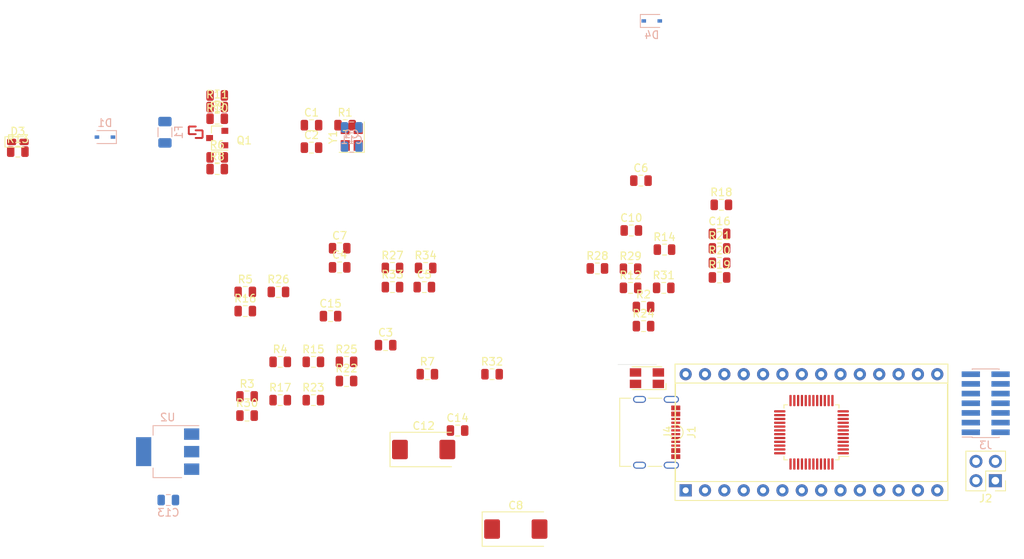
<source format=kicad_pcb>
(kicad_pcb (version 20171130) (host pcbnew "(5.1.5)-3")

  (general
    (thickness 1.6)
    (drawings 1)
    (tracks 10)
    (zones 0)
    (modules 63)
    (nets 54)
  )

  (page A4)
  (layers
    (0 F.Cu signal)
    (31 B.Cu signal)
    (32 B.Adhes user)
    (33 F.Adhes user)
    (34 B.Paste user)
    (35 F.Paste user)
    (36 B.SilkS user)
    (37 F.SilkS user)
    (38 B.Mask user)
    (39 F.Mask user)
    (40 Dwgs.User user)
    (41 Cmts.User user)
    (42 Eco1.User user)
    (43 Eco2.User user)
    (44 Edge.Cuts user)
    (45 Margin user)
    (46 B.CrtYd user)
    (47 F.CrtYd user)
    (48 B.Fab user)
    (49 F.Fab user)
  )

  (setup
    (last_trace_width 0.25)
    (trace_clearance 0.2)
    (zone_clearance 0.508)
    (zone_45_only no)
    (trace_min 0.2)
    (via_size 0.8)
    (via_drill 0.4)
    (via_min_size 0.4)
    (via_min_drill 0.3)
    (uvia_size 0.3)
    (uvia_drill 0.1)
    (uvias_allowed no)
    (uvia_min_size 0.2)
    (uvia_min_drill 0.1)
    (edge_width 0.05)
    (segment_width 0.2)
    (pcb_text_width 0.3)
    (pcb_text_size 1.5 1.5)
    (mod_edge_width 0.12)
    (mod_text_size 1 1)
    (mod_text_width 0.15)
    (pad_size 1.524 1.524)
    (pad_drill 0.762)
    (pad_to_mask_clearance 0.051)
    (solder_mask_min_width 0.25)
    (aux_axis_origin 0 0)
    (visible_elements 7FFFFFFF)
    (pcbplotparams
      (layerselection 0x010fc_ffffffff)
      (usegerberextensions false)
      (usegerberattributes false)
      (usegerberadvancedattributes false)
      (creategerberjobfile false)
      (excludeedgelayer true)
      (linewidth 0.100000)
      (plotframeref false)
      (viasonmask false)
      (mode 1)
      (useauxorigin false)
      (hpglpennumber 1)
      (hpglpenspeed 20)
      (hpglpendiameter 15.000000)
      (psnegative false)
      (psa4output false)
      (plotreference true)
      (plotvalue true)
      (plotinvisibletext false)
      (padsonsilk false)
      (subtractmaskfromsilk false)
      (outputformat 1)
      (mirror false)
      (drillshape 1)
      (scaleselection 1)
      (outputdirectory ""))
  )

  (net 0 "")
  (net 1 +3V3)
  (net 2 /STLINK_OSC_IN)
  (net 3 +5V)
  (net 4 /STLINK_OST_OUT)
  (net 5 /AIN)
  (net 6 "Net-(D1-Pad2)")
  (net 7 "Net-(D3-Pad2)")
  (net 8 T_Vref)
  (net 9 "Net-(Q1-Pad2)")
  (net 10 "Net-(Q1-Pad1)")
  (net 11 "Net-(J1-PadA5)")
  (net 12 "Net-(J1-PadB5)")
  (net 13 /D+)
  (net 14 /STLINK_USB_D+)
  (net 15 /STLINK_USB_D-)
  (net 16 /D-)
  (net 17 /USB_RENUMn)
  (net 18 /T_SWIM)
  (net 19 /T_SWIM_IN)
  (net 20 /T_NRST_SWIM)
  (net 21 /T_NRST_SWIM_IN)
  (net 22 /T_SWDIO_IN)
  (net 23 /T_NRST_SWD)
  (net 24 VBUS)
  (net 25 "Net-(D2-Pad3)")
  (net 26 "Net-(D4-Pad1)")
  (net 27 "GND_detect(h)")
  (net 28 /STLINK_LED)
  (net 29 /T_SWO)
  (net 30 /STLINK_RX)
  (net 31 /STLINK_TX)
  (net 32 "Net-(C1-Pad1)")
  (net 33 "BOOT_0(h)")
  (net 34 "Self_NRST(h)")
  (net 35 "Net-(D2-Pad2)")
  (net 36 "Self_TX(h)")
  (net 37 "Self_RX(h)")
  (net 38 "Self_SWO(h)")
  (net 39 "Self_SWDIO(h)")
  (net 40 "Self_SWDCLK(h)")
  (net 41 "T_VCP_TX(h)")
  (net 42 "T_VCP_RX(h)")
  (net 43 "T_NRST_SWD(h)")
  (net 44 "T_SWO(h)")
  (net 45 "T_SWDCLK(h)")
  (net 46 "T_SWDIO(h)")
  (net 47 "T_NRST_SWIM(h)")
  (net 48 "T_SWIM(h)")
  (net 49 "Net-(R2-Pad2)")
  (net 50 /T_SWDIO)
  (net 51 /T_SWDCLK)
  (net 52 "T_JTDI(h)")
  (net 53 /T_JTDI)

  (net_class Default "This is the default net class."
    (clearance 0.2)
    (trace_width 0.25)
    (via_dia 0.8)
    (via_drill 0.4)
    (uvia_dia 0.3)
    (uvia_drill 0.1)
    (add_net +3V3)
    (add_net +5V)
    (add_net /AIN)
    (add_net /D+)
    (add_net /D-)
    (add_net /STLINK_LED)
    (add_net /STLINK_OSC_IN)
    (add_net /STLINK_OST_OUT)
    (add_net /STLINK_RX)
    (add_net /STLINK_TX)
    (add_net /STLINK_USB_D+)
    (add_net /STLINK_USB_D-)
    (add_net /T_JTDI)
    (add_net /T_NRST_SWD)
    (add_net /T_NRST_SWIM)
    (add_net /T_NRST_SWIM_IN)
    (add_net /T_SWDCLK)
    (add_net /T_SWDIO)
    (add_net /T_SWDIO_IN)
    (add_net /T_SWIM)
    (add_net /T_SWIM_IN)
    (add_net /T_SWO)
    (add_net /USB_RENUMn)
    (add_net "BOOT_0(h)")
    (add_net "GND_detect(h)")
    (add_net "Net-(C1-Pad1)")
    (add_net "Net-(D1-Pad2)")
    (add_net "Net-(D2-Pad2)")
    (add_net "Net-(D2-Pad3)")
    (add_net "Net-(D3-Pad2)")
    (add_net "Net-(D4-Pad1)")
    (add_net "Net-(J1-PadA5)")
    (add_net "Net-(J1-PadA8)")
    (add_net "Net-(J1-PadB5)")
    (add_net "Net-(J1-PadB8)")
    (add_net "Net-(J3-Pad1)")
    (add_net "Net-(J3-Pad2)")
    (add_net "Net-(J3-Pad9)")
    (add_net "Net-(J4-Pad17)")
    (add_net "Net-(J4-Pad22)")
    (add_net "Net-(J4-Pad8)")
    (add_net "Net-(Q1-Pad1)")
    (add_net "Net-(Q1-Pad2)")
    (add_net "Net-(R2-Pad2)")
    (add_net "Net-(U1-Pad11)")
    (add_net "Net-(U1-Pad14)")
    (add_net "Net-(U1-Pad16)")
    (add_net "Net-(U1-Pad19)")
    (add_net "Net-(U1-Pad28)")
    (add_net "Net-(U1-Pad29)")
    (add_net "Net-(U1-Pad3)")
    (add_net "Net-(U1-Pad4)")
    (add_net "Net-(U1-Pad40)")
    (add_net "Self_NRST(h)")
    (add_net "Self_RX(h)")
    (add_net "Self_SWDCLK(h)")
    (add_net "Self_SWDIO(h)")
    (add_net "Self_SWO(h)")
    (add_net "Self_TX(h)")
    (add_net "T_JTDI(h)")
    (add_net "T_NRST_SWD(h)")
    (add_net "T_NRST_SWIM(h)")
    (add_net "T_SWDCLK(h)")
    (add_net "T_SWDIO(h)")
    (add_net "T_SWIM(h)")
    (add_net "T_SWO(h)")
    (add_net "T_VCP_RX(h)")
    (add_net "T_VCP_TX(h)")
    (add_net T_Vref)
    (add_net VBUS)
  )

  (module Connector_PinHeader_2.54mm:PinHeader_2x02_P2.54mm_Vertical (layer F.Cu) (tedit 59FED5CC) (tstamp 5E9A31D6)
    (at 256.54 123.19 180)
    (descr "Through hole straight pin header, 2x02, 2.54mm pitch, double rows")
    (tags "Through hole pin header THT 2x02 2.54mm double row")
    (path /5E9AB85E)
    (fp_text reference J2 (at 1.27 -2.33) (layer F.SilkS)
      (effects (font (size 1 1) (thickness 0.15)))
    )
    (fp_text value "Power Target" (at 1.27 4.87) (layer F.Fab)
      (effects (font (size 1 1) (thickness 0.15)))
    )
    (fp_text user %R (at 1.27 1.27 90) (layer F.Fab)
      (effects (font (size 1 1) (thickness 0.15)))
    )
    (fp_line (start 4.35 -1.8) (end -1.8 -1.8) (layer F.CrtYd) (width 0.05))
    (fp_line (start 4.35 4.35) (end 4.35 -1.8) (layer F.CrtYd) (width 0.05))
    (fp_line (start -1.8 4.35) (end 4.35 4.35) (layer F.CrtYd) (width 0.05))
    (fp_line (start -1.8 -1.8) (end -1.8 4.35) (layer F.CrtYd) (width 0.05))
    (fp_line (start -1.33 -1.33) (end 0 -1.33) (layer F.SilkS) (width 0.12))
    (fp_line (start -1.33 0) (end -1.33 -1.33) (layer F.SilkS) (width 0.12))
    (fp_line (start 1.27 -1.33) (end 3.87 -1.33) (layer F.SilkS) (width 0.12))
    (fp_line (start 1.27 1.27) (end 1.27 -1.33) (layer F.SilkS) (width 0.12))
    (fp_line (start -1.33 1.27) (end 1.27 1.27) (layer F.SilkS) (width 0.12))
    (fp_line (start 3.87 -1.33) (end 3.87 3.87) (layer F.SilkS) (width 0.12))
    (fp_line (start -1.33 1.27) (end -1.33 3.87) (layer F.SilkS) (width 0.12))
    (fp_line (start -1.33 3.87) (end 3.87 3.87) (layer F.SilkS) (width 0.12))
    (fp_line (start -1.27 0) (end 0 -1.27) (layer F.Fab) (width 0.1))
    (fp_line (start -1.27 3.81) (end -1.27 0) (layer F.Fab) (width 0.1))
    (fp_line (start 3.81 3.81) (end -1.27 3.81) (layer F.Fab) (width 0.1))
    (fp_line (start 3.81 -1.27) (end 3.81 3.81) (layer F.Fab) (width 0.1))
    (fp_line (start 0 -1.27) (end 3.81 -1.27) (layer F.Fab) (width 0.1))
    (pad 4 thru_hole oval (at 2.54 2.54 180) (size 1.7 1.7) (drill 1) (layers *.Cu *.Mask)
      (net 8 T_Vref))
    (pad 3 thru_hole oval (at 0 2.54 180) (size 1.7 1.7) (drill 1) (layers *.Cu *.Mask)
      (net 3 +5V))
    (pad 2 thru_hole oval (at 2.54 0 180) (size 1.7 1.7) (drill 1) (layers *.Cu *.Mask)
      (net 8 T_Vref))
    (pad 1 thru_hole rect (at 0 0 180) (size 1.7 1.7) (drill 1) (layers *.Cu *.Mask)
      (net 1 +3V3))
    (model ${KISYS3DMOD}/Connector_PinHeader_2.54mm.3dshapes/PinHeader_2x02_P2.54mm_Vertical.wrl
      (at (xyz 0 0 0))
      (scale (xyz 1 1 1))
      (rotate (xyz 0 0 0))
    )
  )

  (module Capacitor_SMD:C_0805_2012Metric (layer B.Cu) (tedit 5B36C52B) (tstamp 5E8D5057)
    (at 172.085 76.835)
    (descr "Capacitor SMD 0805 (2012 Metric), square (rectangular) end terminal, IPC_7351 nominal, (Body size source: https://docs.google.com/spreadsheets/d/1BsfQQcO9C6DZCsRaXUlFlo91Tg2WpOkGARC1WS5S8t0/edit?usp=sharing), generated with kicad-footprint-generator")
    (tags capacitor)
    (path /5E15D50F)
    (attr smd)
    (fp_text reference C11 (at 0 1.65) (layer B.SilkS)
      (effects (font (size 1 1) (thickness 0.15)) (justify mirror))
    )
    (fp_text value 12pF (at 0 -1.65) (layer B.Fab)
      (effects (font (size 1 1) (thickness 0.15)) (justify mirror))
    )
    (fp_text user %R (at 0 0) (layer B.Fab)
      (effects (font (size 0.5 0.5) (thickness 0.08)) (justify mirror))
    )
    (fp_line (start 1.68 -0.95) (end -1.68 -0.95) (layer B.CrtYd) (width 0.05))
    (fp_line (start 1.68 0.95) (end 1.68 -0.95) (layer B.CrtYd) (width 0.05))
    (fp_line (start -1.68 0.95) (end 1.68 0.95) (layer B.CrtYd) (width 0.05))
    (fp_line (start -1.68 -0.95) (end -1.68 0.95) (layer B.CrtYd) (width 0.05))
    (fp_line (start -0.258578 -0.71) (end 0.258578 -0.71) (layer B.SilkS) (width 0.12))
    (fp_line (start -0.258578 0.71) (end 0.258578 0.71) (layer B.SilkS) (width 0.12))
    (fp_line (start 1 -0.6) (end -1 -0.6) (layer B.Fab) (width 0.1))
    (fp_line (start 1 0.6) (end 1 -0.6) (layer B.Fab) (width 0.1))
    (fp_line (start -1 0.6) (end 1 0.6) (layer B.Fab) (width 0.1))
    (fp_line (start -1 -0.6) (end -1 0.6) (layer B.Fab) (width 0.1))
    (pad 2 smd roundrect (at 0.9375 0) (size 0.975 1.4) (layers B.Cu B.Paste B.Mask) (roundrect_rratio 0.25)
      (net 27 "GND_detect(h)"))
    (pad 1 smd roundrect (at -0.9375 0) (size 0.975 1.4) (layers B.Cu B.Paste B.Mask) (roundrect_rratio 0.25)
      (net 4 /STLINK_OST_OUT))
    (model ${KISYS3DMOD}/Capacitor_SMD.3dshapes/C_0805_2012Metric.wrl
      (at (xyz 0 0 0))
      (scale (xyz 1 1 1))
      (rotate (xyz 0 0 0))
    )
  )

  (module Resistor_SMD:R_0805_2012Metric (layer F.Cu) (tedit 5B36C52B) (tstamp 5E1D198E)
    (at 154.432 82.296)
    (descr "Resistor SMD 0805 (2012 Metric), square (rectangular) end terminal, IPC_7351 nominal, (Body size source: https://docs.google.com/spreadsheets/d/1BsfQQcO9C6DZCsRaXUlFlo91Tg2WpOkGARC1WS5S8t0/edit?usp=sharing), generated with kicad-footprint-generator")
    (tags resistor)
    (path /5E143B7C)
    (attr smd)
    (fp_text reference R8 (at 0 -1.65) (layer F.SilkS)
      (effects (font (size 1 1) (thickness 0.15)))
    )
    (fp_text value 22R (at 0 1.65) (layer F.Fab)
      (effects (font (size 1 1) (thickness 0.15)))
    )
    (fp_text user %R (at 0 0) (layer F.Fab)
      (effects (font (size 0.5 0.5) (thickness 0.08)))
    )
    (fp_line (start 1.68 0.95) (end -1.68 0.95) (layer F.CrtYd) (width 0.05))
    (fp_line (start 1.68 -0.95) (end 1.68 0.95) (layer F.CrtYd) (width 0.05))
    (fp_line (start -1.68 -0.95) (end 1.68 -0.95) (layer F.CrtYd) (width 0.05))
    (fp_line (start -1.68 0.95) (end -1.68 -0.95) (layer F.CrtYd) (width 0.05))
    (fp_line (start -0.258578 0.71) (end 0.258578 0.71) (layer F.SilkS) (width 0.12))
    (fp_line (start -0.258578 -0.71) (end 0.258578 -0.71) (layer F.SilkS) (width 0.12))
    (fp_line (start 1 0.6) (end -1 0.6) (layer F.Fab) (width 0.1))
    (fp_line (start 1 -0.6) (end 1 0.6) (layer F.Fab) (width 0.1))
    (fp_line (start -1 -0.6) (end 1 -0.6) (layer F.Fab) (width 0.1))
    (fp_line (start -1 0.6) (end -1 -0.6) (layer F.Fab) (width 0.1))
    (pad 2 smd roundrect (at 0.9375 0) (size 0.975 1.4) (layers F.Cu F.Paste F.Mask) (roundrect_rratio 0.25)
      (net 15 /STLINK_USB_D-))
    (pad 1 smd roundrect (at -0.9375 0) (size 0.975 1.4) (layers F.Cu F.Paste F.Mask) (roundrect_rratio 0.25)
      (net 16 /D-))
    (model ${KISYS3DMOD}/Resistor_SMD.3dshapes/R_0805_2012Metric.wrl
      (at (xyz 0 0 0))
      (scale (xyz 1 1 1))
      (rotate (xyz 0 0 0))
    )
  )

  (module Capacitor_SMD:C_0805_2012Metric (layer F.Cu) (tedit 5B36C52B) (tstamp 5E98EDB8)
    (at 166.805001 79.490001)
    (descr "Capacitor SMD 0805 (2012 Metric), square (rectangular) end terminal, IPC_7351 nominal, (Body size source: https://docs.google.com/spreadsheets/d/1BsfQQcO9C6DZCsRaXUlFlo91Tg2WpOkGARC1WS5S8t0/edit?usp=sharing), generated with kicad-footprint-generator")
    (tags capacitor)
    (path /5E97B6A3)
    (attr smd)
    (fp_text reference C2 (at 0 -1.65) (layer F.SilkS)
      (effects (font (size 1 1) (thickness 0.15)))
    )
    (fp_text value 1nF (at 0 1.65) (layer F.Fab)
      (effects (font (size 1 1) (thickness 0.15)))
    )
    (fp_text user %R (at 0 0) (layer F.Fab)
      (effects (font (size 0.5 0.5) (thickness 0.08)))
    )
    (fp_line (start 1.68 0.95) (end -1.68 0.95) (layer F.CrtYd) (width 0.05))
    (fp_line (start 1.68 -0.95) (end 1.68 0.95) (layer F.CrtYd) (width 0.05))
    (fp_line (start -1.68 -0.95) (end 1.68 -0.95) (layer F.CrtYd) (width 0.05))
    (fp_line (start -1.68 0.95) (end -1.68 -0.95) (layer F.CrtYd) (width 0.05))
    (fp_line (start -0.258578 0.71) (end 0.258578 0.71) (layer F.SilkS) (width 0.12))
    (fp_line (start -0.258578 -0.71) (end 0.258578 -0.71) (layer F.SilkS) (width 0.12))
    (fp_line (start 1 0.6) (end -1 0.6) (layer F.Fab) (width 0.1))
    (fp_line (start 1 -0.6) (end 1 0.6) (layer F.Fab) (width 0.1))
    (fp_line (start -1 -0.6) (end 1 -0.6) (layer F.Fab) (width 0.1))
    (fp_line (start -1 0.6) (end -1 -0.6) (layer F.Fab) (width 0.1))
    (pad 2 smd roundrect (at 0.9375 0) (size 0.975 1.4) (layers F.Cu F.Paste F.Mask) (roundrect_rratio 0.25)
      (net 27 "GND_detect(h)"))
    (pad 1 smd roundrect (at -0.9375 0) (size 0.975 1.4) (layers F.Cu F.Paste F.Mask) (roundrect_rratio 0.25)
      (net 32 "Net-(C1-Pad1)"))
    (model ${KISYS3DMOD}/Capacitor_SMD.3dshapes/C_0805_2012Metric.wrl
      (at (xyz 0 0 0))
      (scale (xyz 1 1 1))
      (rotate (xyz 0 0 0))
    )
  )

  (module Capacitor_SMD:C_0805_2012Metric (layer F.Cu) (tedit 5B36C52B) (tstamp 5E98EDA7)
    (at 166.805001 76.540001)
    (descr "Capacitor SMD 0805 (2012 Metric), square (rectangular) end terminal, IPC_7351 nominal, (Body size source: https://docs.google.com/spreadsheets/d/1BsfQQcO9C6DZCsRaXUlFlo91Tg2WpOkGARC1WS5S8t0/edit?usp=sharing), generated with kicad-footprint-generator")
    (tags capacitor)
    (path /5E97BB26)
    (attr smd)
    (fp_text reference C1 (at 0 -1.65) (layer F.SilkS)
      (effects (font (size 1 1) (thickness 0.15)))
    )
    (fp_text value 100nF (at 0 1.65) (layer F.Fab)
      (effects (font (size 1 1) (thickness 0.15)))
    )
    (fp_text user %R (at 0 0) (layer F.Fab)
      (effects (font (size 0.5 0.5) (thickness 0.08)))
    )
    (fp_line (start 1.68 0.95) (end -1.68 0.95) (layer F.CrtYd) (width 0.05))
    (fp_line (start 1.68 -0.95) (end 1.68 0.95) (layer F.CrtYd) (width 0.05))
    (fp_line (start -1.68 -0.95) (end 1.68 -0.95) (layer F.CrtYd) (width 0.05))
    (fp_line (start -1.68 0.95) (end -1.68 -0.95) (layer F.CrtYd) (width 0.05))
    (fp_line (start -0.258578 0.71) (end 0.258578 0.71) (layer F.SilkS) (width 0.12))
    (fp_line (start -0.258578 -0.71) (end 0.258578 -0.71) (layer F.SilkS) (width 0.12))
    (fp_line (start 1 0.6) (end -1 0.6) (layer F.Fab) (width 0.1))
    (fp_line (start 1 -0.6) (end 1 0.6) (layer F.Fab) (width 0.1))
    (fp_line (start -1 -0.6) (end 1 -0.6) (layer F.Fab) (width 0.1))
    (fp_line (start -1 0.6) (end -1 -0.6) (layer F.Fab) (width 0.1))
    (pad 2 smd roundrect (at 0.9375 0) (size 0.975 1.4) (layers F.Cu F.Paste F.Mask) (roundrect_rratio 0.25)
      (net 27 "GND_detect(h)"))
    (pad 1 smd roundrect (at -0.9375 0) (size 0.975 1.4) (layers F.Cu F.Paste F.Mask) (roundrect_rratio 0.25)
      (net 32 "Net-(C1-Pad1)"))
    (model ${KISYS3DMOD}/Capacitor_SMD.3dshapes/C_0805_2012Metric.wrl
      (at (xyz 0 0 0))
      (scale (xyz 1 1 1))
      (rotate (xyz 0 0 0))
    )
  )

  (module Connector_PinHeader_1.27mm:PinHeader_2x07_P1.27mm_Vertical_SMD (layer B.Cu) (tedit 59FED6E3) (tstamp 5E1EC090)
    (at 255.27 113.03)
    (descr "surface-mounted straight pin header, 2x07, 1.27mm pitch, double rows")
    (tags "Surface mounted pin header SMD 2x07 1.27mm double row")
    (path /5E20C835)
    (attr smd)
    (fp_text reference J3 (at 0 5.505) (layer B.SilkS)
      (effects (font (size 1 1) (thickness 0.15)) (justify mirror))
    )
    (fp_text value SWD (at 0 -5.505) (layer B.Fab)
      (effects (font (size 1 1) (thickness 0.15)) (justify mirror))
    )
    (fp_text user %R (at 0 0 270) (layer B.Fab)
      (effects (font (size 1 1) (thickness 0.15)) (justify mirror))
    )
    (fp_line (start 4.3 4.95) (end -4.3 4.95) (layer B.CrtYd) (width 0.05))
    (fp_line (start 4.3 -4.95) (end 4.3 4.95) (layer B.CrtYd) (width 0.05))
    (fp_line (start -4.3 -4.95) (end 4.3 -4.95) (layer B.CrtYd) (width 0.05))
    (fp_line (start -4.3 4.95) (end -4.3 -4.95) (layer B.CrtYd) (width 0.05))
    (fp_line (start 1.765 -4.44) (end 1.765 -4.505) (layer B.SilkS) (width 0.12))
    (fp_line (start -1.765 -4.44) (end -1.765 -4.505) (layer B.SilkS) (width 0.12))
    (fp_line (start 1.765 4.505) (end 1.765 4.44) (layer B.SilkS) (width 0.12))
    (fp_line (start -1.765 4.505) (end -1.765 4.44) (layer B.SilkS) (width 0.12))
    (fp_line (start -3.09 4.44) (end -1.765 4.44) (layer B.SilkS) (width 0.12))
    (fp_line (start -1.765 -4.505) (end 1.765 -4.505) (layer B.SilkS) (width 0.12))
    (fp_line (start -1.765 4.505) (end 1.765 4.505) (layer B.SilkS) (width 0.12))
    (fp_line (start 2.75 -4.01) (end 1.705 -4.01) (layer B.Fab) (width 0.1))
    (fp_line (start 2.75 -3.61) (end 2.75 -4.01) (layer B.Fab) (width 0.1))
    (fp_line (start 1.705 -3.61) (end 2.75 -3.61) (layer B.Fab) (width 0.1))
    (fp_line (start -2.75 -4.01) (end -1.705 -4.01) (layer B.Fab) (width 0.1))
    (fp_line (start -2.75 -3.61) (end -2.75 -4.01) (layer B.Fab) (width 0.1))
    (fp_line (start -1.705 -3.61) (end -2.75 -3.61) (layer B.Fab) (width 0.1))
    (fp_line (start 2.75 -2.74) (end 1.705 -2.74) (layer B.Fab) (width 0.1))
    (fp_line (start 2.75 -2.34) (end 2.75 -2.74) (layer B.Fab) (width 0.1))
    (fp_line (start 1.705 -2.34) (end 2.75 -2.34) (layer B.Fab) (width 0.1))
    (fp_line (start -2.75 -2.74) (end -1.705 -2.74) (layer B.Fab) (width 0.1))
    (fp_line (start -2.75 -2.34) (end -2.75 -2.74) (layer B.Fab) (width 0.1))
    (fp_line (start -1.705 -2.34) (end -2.75 -2.34) (layer B.Fab) (width 0.1))
    (fp_line (start 2.75 -1.47) (end 1.705 -1.47) (layer B.Fab) (width 0.1))
    (fp_line (start 2.75 -1.07) (end 2.75 -1.47) (layer B.Fab) (width 0.1))
    (fp_line (start 1.705 -1.07) (end 2.75 -1.07) (layer B.Fab) (width 0.1))
    (fp_line (start -2.75 -1.47) (end -1.705 -1.47) (layer B.Fab) (width 0.1))
    (fp_line (start -2.75 -1.07) (end -2.75 -1.47) (layer B.Fab) (width 0.1))
    (fp_line (start -1.705 -1.07) (end -2.75 -1.07) (layer B.Fab) (width 0.1))
    (fp_line (start 2.75 -0.2) (end 1.705 -0.2) (layer B.Fab) (width 0.1))
    (fp_line (start 2.75 0.2) (end 2.75 -0.2) (layer B.Fab) (width 0.1))
    (fp_line (start 1.705 0.2) (end 2.75 0.2) (layer B.Fab) (width 0.1))
    (fp_line (start -2.75 -0.2) (end -1.705 -0.2) (layer B.Fab) (width 0.1))
    (fp_line (start -2.75 0.2) (end -2.75 -0.2) (layer B.Fab) (width 0.1))
    (fp_line (start -1.705 0.2) (end -2.75 0.2) (layer B.Fab) (width 0.1))
    (fp_line (start 2.75 1.07) (end 1.705 1.07) (layer B.Fab) (width 0.1))
    (fp_line (start 2.75 1.47) (end 2.75 1.07) (layer B.Fab) (width 0.1))
    (fp_line (start 1.705 1.47) (end 2.75 1.47) (layer B.Fab) (width 0.1))
    (fp_line (start -2.75 1.07) (end -1.705 1.07) (layer B.Fab) (width 0.1))
    (fp_line (start -2.75 1.47) (end -2.75 1.07) (layer B.Fab) (width 0.1))
    (fp_line (start -1.705 1.47) (end -2.75 1.47) (layer B.Fab) (width 0.1))
    (fp_line (start 2.75 2.34) (end 1.705 2.34) (layer B.Fab) (width 0.1))
    (fp_line (start 2.75 2.74) (end 2.75 2.34) (layer B.Fab) (width 0.1))
    (fp_line (start 1.705 2.74) (end 2.75 2.74) (layer B.Fab) (width 0.1))
    (fp_line (start -2.75 2.34) (end -1.705 2.34) (layer B.Fab) (width 0.1))
    (fp_line (start -2.75 2.74) (end -2.75 2.34) (layer B.Fab) (width 0.1))
    (fp_line (start -1.705 2.74) (end -2.75 2.74) (layer B.Fab) (width 0.1))
    (fp_line (start 2.75 3.61) (end 1.705 3.61) (layer B.Fab) (width 0.1))
    (fp_line (start 2.75 4.01) (end 2.75 3.61) (layer B.Fab) (width 0.1))
    (fp_line (start 1.705 4.01) (end 2.75 4.01) (layer B.Fab) (width 0.1))
    (fp_line (start -2.75 3.61) (end -1.705 3.61) (layer B.Fab) (width 0.1))
    (fp_line (start -2.75 4.01) (end -2.75 3.61) (layer B.Fab) (width 0.1))
    (fp_line (start -1.705 4.01) (end -2.75 4.01) (layer B.Fab) (width 0.1))
    (fp_line (start 1.705 4.445) (end 1.705 -4.445) (layer B.Fab) (width 0.1))
    (fp_line (start -1.705 4.01) (end -1.27 4.445) (layer B.Fab) (width 0.1))
    (fp_line (start -1.705 -4.445) (end -1.705 4.01) (layer B.Fab) (width 0.1))
    (fp_line (start -1.27 4.445) (end 1.705 4.445) (layer B.Fab) (width 0.1))
    (fp_line (start 1.705 -4.445) (end -1.705 -4.445) (layer B.Fab) (width 0.1))
    (pad 14 smd rect (at 1.95 -3.81) (size 2.4 0.74) (layers B.Cu B.Paste B.Mask)
      (net 41 "T_VCP_TX(h)"))
    (pad 13 smd rect (at -1.95 -3.81) (size 2.4 0.74) (layers B.Cu B.Paste B.Mask)
      (net 42 "T_VCP_RX(h)"))
    (pad 12 smd rect (at 1.95 -2.54) (size 2.4 0.74) (layers B.Cu B.Paste B.Mask)
      (net 43 "T_NRST_SWD(h)"))
    (pad 11 smd rect (at -1.95 -2.54) (size 2.4 0.74) (layers B.Cu B.Paste B.Mask)
      (net 27 "GND_detect(h)"))
    (pad 10 smd rect (at 1.95 -1.27) (size 2.4 0.74) (layers B.Cu B.Paste B.Mask)
      (net 52 "T_JTDI(h)"))
    (pad 9 smd rect (at -1.95 -1.27) (size 2.4 0.74) (layers B.Cu B.Paste B.Mask))
    (pad 8 smd rect (at 1.95 0) (size 2.4 0.74) (layers B.Cu B.Paste B.Mask)
      (net 44 "T_SWO(h)"))
    (pad 7 smd rect (at -1.95 0) (size 2.4 0.74) (layers B.Cu B.Paste B.Mask)
      (net 27 "GND_detect(h)"))
    (pad 6 smd rect (at 1.95 1.27) (size 2.4 0.74) (layers B.Cu B.Paste B.Mask)
      (net 45 "T_SWDCLK(h)"))
    (pad 5 smd rect (at -1.95 1.27) (size 2.4 0.74) (layers B.Cu B.Paste B.Mask)
      (net 27 "GND_detect(h)"))
    (pad 4 smd rect (at 1.95 2.54) (size 2.4 0.74) (layers B.Cu B.Paste B.Mask)
      (net 46 "T_SWDIO(h)"))
    (pad 3 smd rect (at -1.95 2.54) (size 2.4 0.74) (layers B.Cu B.Paste B.Mask)
      (net 8 T_Vref))
    (pad 2 smd rect (at 1.95 3.81) (size 2.4 0.74) (layers B.Cu B.Paste B.Mask))
    (pad 1 smd rect (at -1.95 3.81) (size 2.4 0.74) (layers B.Cu B.Paste B.Mask))
    (model ${KISYS3DMOD}/Connector_PinHeader_1.27mm.3dshapes/PinHeader_2x07_P1.27mm_Vertical_SMD.wrl
      (at (xyz 0 0 0))
      (scale (xyz 1 1 1))
      (rotate (xyz 0 0 0))
    )
  )

  (module Capacitor_SMD:C_0805_2012Metric (layer B.Cu) (tedit 5B36C52B) (tstamp 5E1EBE61)
    (at 172.085 79.375 180)
    (descr "Capacitor SMD 0805 (2012 Metric), square (rectangular) end terminal, IPC_7351 nominal, (Body size source: https://docs.google.com/spreadsheets/d/1BsfQQcO9C6DZCsRaXUlFlo91Tg2WpOkGARC1WS5S8t0/edit?usp=sharing), generated with kicad-footprint-generator")
    (tags capacitor)
    (path /5E15D93C)
    (attr smd)
    (fp_text reference C9 (at 0 1.65) (layer B.SilkS)
      (effects (font (size 1 1) (thickness 0.15)) (justify mirror))
    )
    (fp_text value 12pF (at 0 -1.65) (layer B.Fab)
      (effects (font (size 1 1) (thickness 0.15)) (justify mirror))
    )
    (fp_text user %R (at 0 0) (layer B.Fab)
      (effects (font (size 0.5 0.5) (thickness 0.08)) (justify mirror))
    )
    (fp_line (start 1.68 -0.95) (end -1.68 -0.95) (layer B.CrtYd) (width 0.05))
    (fp_line (start 1.68 0.95) (end 1.68 -0.95) (layer B.CrtYd) (width 0.05))
    (fp_line (start -1.68 0.95) (end 1.68 0.95) (layer B.CrtYd) (width 0.05))
    (fp_line (start -1.68 -0.95) (end -1.68 0.95) (layer B.CrtYd) (width 0.05))
    (fp_line (start -0.258578 -0.71) (end 0.258578 -0.71) (layer B.SilkS) (width 0.12))
    (fp_line (start -0.258578 0.71) (end 0.258578 0.71) (layer B.SilkS) (width 0.12))
    (fp_line (start 1 -0.6) (end -1 -0.6) (layer B.Fab) (width 0.1))
    (fp_line (start 1 0.6) (end 1 -0.6) (layer B.Fab) (width 0.1))
    (fp_line (start -1 0.6) (end 1 0.6) (layer B.Fab) (width 0.1))
    (fp_line (start -1 -0.6) (end -1 0.6) (layer B.Fab) (width 0.1))
    (pad 2 smd roundrect (at 0.9375 0 180) (size 0.975 1.4) (layers B.Cu B.Paste B.Mask) (roundrect_rratio 0.25)
      (net 27 "GND_detect(h)"))
    (pad 1 smd roundrect (at -0.9375 0 180) (size 0.975 1.4) (layers B.Cu B.Paste B.Mask) (roundrect_rratio 0.25)
      (net 2 /STLINK_OSC_IN))
    (model ${KISYS3DMOD}/Capacitor_SMD.3dshapes/C_0805_2012Metric.wrl
      (at (xyz 0 0 0))
      (scale (xyz 1 1 1))
      (rotate (xyz 0 0 0))
    )
  )

  (module Crystal:Crystal_SMD_Abracon_ABM8G-4Pin_3.2x2.5mm (layer F.Cu) (tedit 5A0FD1B2) (tstamp 5E8D4B31)
    (at 172.085 78.105 90)
    (descr "Abracon Miniature Ceramic Smd Crystal ABM8G http://www.abracon.com/Resonators/ABM8G.pdf, 3.2x2.5mm^2 package")
    (tags "SMD SMT crystal")
    (path /5E8D8430)
    (attr smd)
    (fp_text reference Y1 (at 0 -2.45 90) (layer F.SilkS)
      (effects (font (size 1 1) (thickness 0.15)))
    )
    (fp_text value 8MHz (at 0 2.45 90) (layer F.Fab)
      (effects (font (size 1 1) (thickness 0.15)))
    )
    (fp_line (start 2.1 -1.7) (end -2.1 -1.7) (layer F.CrtYd) (width 0.05))
    (fp_line (start 2.1 1.7) (end 2.1 -1.7) (layer F.CrtYd) (width 0.05))
    (fp_line (start -2.1 1.7) (end 2.1 1.7) (layer F.CrtYd) (width 0.05))
    (fp_line (start -2.1 -1.7) (end -2.1 1.7) (layer F.CrtYd) (width 0.05))
    (fp_line (start -2 1.65) (end 2 1.65) (layer F.SilkS) (width 0.12))
    (fp_line (start -2 -1.65) (end -2 1.65) (layer F.SilkS) (width 0.12))
    (fp_line (start -1.6 0.25) (end -0.6 1.25) (layer F.Fab) (width 0.1))
    (fp_line (start -1.6 -1.05) (end -1.4 -1.25) (layer F.Fab) (width 0.1))
    (fp_line (start -1.6 1.05) (end -1.6 -1.05) (layer F.Fab) (width 0.1))
    (fp_line (start -1.4 1.25) (end -1.6 1.05) (layer F.Fab) (width 0.1))
    (fp_line (start 1.4 1.25) (end -1.4 1.25) (layer F.Fab) (width 0.1))
    (fp_line (start 1.6 1.05) (end 1.4 1.25) (layer F.Fab) (width 0.1))
    (fp_line (start 1.6 -1.05) (end 1.6 1.05) (layer F.Fab) (width 0.1))
    (fp_line (start 1.4 -1.25) (end 1.6 -1.05) (layer F.Fab) (width 0.1))
    (fp_line (start -1.4 -1.25) (end 1.4 -1.25) (layer F.Fab) (width 0.1))
    (fp_text user %R (at 0 0 90) (layer F.Fab)
      (effects (font (size 0.7 0.7) (thickness 0.105)))
    )
    (pad 4 smd rect (at -1.1 -0.85 90) (size 1.4 1.2) (layers F.Cu F.Paste F.Mask)
      (net 27 "GND_detect(h)"))
    (pad 3 smd rect (at 1.1 -0.85 90) (size 1.4 1.2) (layers F.Cu F.Paste F.Mask)
      (net 4 /STLINK_OST_OUT))
    (pad 2 smd rect (at 1.1 0.85 90) (size 1.4 1.2) (layers F.Cu F.Paste F.Mask)
      (net 27 "GND_detect(h)"))
    (pad 1 smd rect (at -1.1 0.85 90) (size 1.4 1.2) (layers F.Cu F.Paste F.Mask)
      (net 2 /STLINK_OSC_IN))
    (model ${KISYS3DMOD}/Crystal.3dshapes/Crystal_SMD_Abracon_ABM8G-4Pin_3.2x2.5mm.wrl
      (at (xyz 0 0 0))
      (scale (xyz 1 1 1))
      (rotate (xyz 0 0 0))
    )
  )

  (module Resistor_SMD:R_0805_2012Metric (layer F.Cu) (tedit 5B36C52B) (tstamp 5E1D19F4)
    (at 128.27 80.01)
    (descr "Resistor SMD 0805 (2012 Metric), square (rectangular) end terminal, IPC_7351 nominal, (Body size source: https://docs.google.com/spreadsheets/d/1BsfQQcO9C6DZCsRaXUlFlo91Tg2WpOkGARC1WS5S8t0/edit?usp=sharing), generated with kicad-footprint-generator")
    (tags resistor)
    (path /5E1582BC)
    (attr smd)
    (fp_text reference R13 (at 0 -1.65) (layer F.SilkS)
      (effects (font (size 1 1) (thickness 0.15)))
    )
    (fp_text value 330R (at 0 1.65) (layer F.Fab)
      (effects (font (size 1 1) (thickness 0.15)))
    )
    (fp_text user %R (at 0 0) (layer F.Fab)
      (effects (font (size 0.5 0.5) (thickness 0.08)))
    )
    (fp_line (start 1.68 0.95) (end -1.68 0.95) (layer F.CrtYd) (width 0.05))
    (fp_line (start 1.68 -0.95) (end 1.68 0.95) (layer F.CrtYd) (width 0.05))
    (fp_line (start -1.68 -0.95) (end 1.68 -0.95) (layer F.CrtYd) (width 0.05))
    (fp_line (start -1.68 0.95) (end -1.68 -0.95) (layer F.CrtYd) (width 0.05))
    (fp_line (start -0.258578 0.71) (end 0.258578 0.71) (layer F.SilkS) (width 0.12))
    (fp_line (start -0.258578 -0.71) (end 0.258578 -0.71) (layer F.SilkS) (width 0.12))
    (fp_line (start 1 0.6) (end -1 0.6) (layer F.Fab) (width 0.1))
    (fp_line (start 1 -0.6) (end 1 0.6) (layer F.Fab) (width 0.1))
    (fp_line (start -1 -0.6) (end 1 -0.6) (layer F.Fab) (width 0.1))
    (fp_line (start -1 0.6) (end -1 -0.6) (layer F.Fab) (width 0.1))
    (pad 2 smd roundrect (at 0.9375 0) (size 0.975 1.4) (layers F.Cu F.Paste F.Mask) (roundrect_rratio 0.25)
      (net 35 "Net-(D2-Pad2)"))
    (pad 1 smd roundrect (at -0.9375 0) (size 0.975 1.4) (layers F.Cu F.Paste F.Mask) (roundrect_rratio 0.25)
      (net 28 /STLINK_LED))
    (model ${KISYS3DMOD}/Resistor_SMD.3dshapes/R_0805_2012Metric.wrl
      (at (xyz 0 0 0))
      (scale (xyz 1 1 1))
      (rotate (xyz 0 0 0))
    )
  )

  (module Resistor_SMD:R_0805_2012Metric (layer F.Cu) (tedit 5B36C52B) (tstamp 5E1D199F)
    (at 154.432 75.692)
    (descr "Resistor SMD 0805 (2012 Metric), square (rectangular) end terminal, IPC_7351 nominal, (Body size source: https://docs.google.com/spreadsheets/d/1BsfQQcO9C6DZCsRaXUlFlo91Tg2WpOkGARC1WS5S8t0/edit?usp=sharing), generated with kicad-footprint-generator")
    (tags resistor)
    (path /5E55F0CC)
    (attr smd)
    (fp_text reference R9 (at 0 -1.65) (layer F.SilkS)
      (effects (font (size 1 1) (thickness 0.15)))
    )
    (fp_text value 10R (at 0 1.65) (layer F.Fab)
      (effects (font (size 1 1) (thickness 0.15)))
    )
    (fp_text user %R (at 0 0) (layer F.Fab)
      (effects (font (size 0.5 0.5) (thickness 0.08)))
    )
    (fp_line (start 1.68 0.95) (end -1.68 0.95) (layer F.CrtYd) (width 0.05))
    (fp_line (start 1.68 -0.95) (end 1.68 0.95) (layer F.CrtYd) (width 0.05))
    (fp_line (start -1.68 -0.95) (end 1.68 -0.95) (layer F.CrtYd) (width 0.05))
    (fp_line (start -1.68 0.95) (end -1.68 -0.95) (layer F.CrtYd) (width 0.05))
    (fp_line (start -0.258578 0.71) (end 0.258578 0.71) (layer F.SilkS) (width 0.12))
    (fp_line (start -0.258578 -0.71) (end 0.258578 -0.71) (layer F.SilkS) (width 0.12))
    (fp_line (start 1 0.6) (end -1 0.6) (layer F.Fab) (width 0.1))
    (fp_line (start 1 -0.6) (end 1 0.6) (layer F.Fab) (width 0.1))
    (fp_line (start -1 -0.6) (end 1 -0.6) (layer F.Fab) (width 0.1))
    (fp_line (start -1 0.6) (end -1 -0.6) (layer F.Fab) (width 0.1))
    (pad 2 smd roundrect (at 0.9375 0) (size 0.975 1.4) (layers F.Cu F.Paste F.Mask) (roundrect_rratio 0.25)
      (net 37 "Self_RX(h)"))
    (pad 1 smd roundrect (at -0.9375 0) (size 0.975 1.4) (layers F.Cu F.Paste F.Mask) (roundrect_rratio 0.25)
      (net 29 /T_SWO))
    (model ${KISYS3DMOD}/Resistor_SMD.3dshapes/R_0805_2012Metric.wrl
      (at (xyz 0 0 0))
      (scale (xyz 1 1 1))
      (rotate (xyz 0 0 0))
    )
  )

  (module Resistor_SMD:R_0805_2012Metric (layer F.Cu) (tedit 5B36C52B) (tstamp 5E1D19B0)
    (at 154.432 72.644 180)
    (descr "Resistor SMD 0805 (2012 Metric), square (rectangular) end terminal, IPC_7351 nominal, (Body size source: https://docs.google.com/spreadsheets/d/1BsfQQcO9C6DZCsRaXUlFlo91Tg2WpOkGARC1WS5S8t0/edit?usp=sharing), generated with kicad-footprint-generator")
    (tags resistor)
    (path /5E147AAD)
    (attr smd)
    (fp_text reference R10 (at 0 -1.65) (layer F.SilkS)
      (effects (font (size 1 1) (thickness 0.15)))
    )
    (fp_text value 10K (at 0 1.65) (layer F.Fab)
      (effects (font (size 1 1) (thickness 0.15)))
    )
    (fp_text user %R (at 0 0) (layer F.Fab)
      (effects (font (size 0.5 0.5) (thickness 0.08)))
    )
    (fp_line (start 1.68 0.95) (end -1.68 0.95) (layer F.CrtYd) (width 0.05))
    (fp_line (start 1.68 -0.95) (end 1.68 0.95) (layer F.CrtYd) (width 0.05))
    (fp_line (start -1.68 -0.95) (end 1.68 -0.95) (layer F.CrtYd) (width 0.05))
    (fp_line (start -1.68 0.95) (end -1.68 -0.95) (layer F.CrtYd) (width 0.05))
    (fp_line (start -0.258578 0.71) (end 0.258578 0.71) (layer F.SilkS) (width 0.12))
    (fp_line (start -0.258578 -0.71) (end 0.258578 -0.71) (layer F.SilkS) (width 0.12))
    (fp_line (start 1 0.6) (end -1 0.6) (layer F.Fab) (width 0.1))
    (fp_line (start 1 -0.6) (end 1 0.6) (layer F.Fab) (width 0.1))
    (fp_line (start -1 -0.6) (end 1 -0.6) (layer F.Fab) (width 0.1))
    (fp_line (start -1 0.6) (end -1 -0.6) (layer F.Fab) (width 0.1))
    (pad 2 smd roundrect (at 0.9375 0 180) (size 0.975 1.4) (layers F.Cu F.Paste F.Mask) (roundrect_rratio 0.25)
      (net 10 "Net-(Q1-Pad1)"))
    (pad 1 smd roundrect (at -0.9375 0 180) (size 0.975 1.4) (layers F.Cu F.Paste F.Mask) (roundrect_rratio 0.25)
      (net 3 +5V))
    (model ${KISYS3DMOD}/Resistor_SMD.3dshapes/R_0805_2012Metric.wrl
      (at (xyz 0 0 0))
      (scale (xyz 1 1 1))
      (rotate (xyz 0 0 0))
    )
  )

  (module Resistor_SMD:R_0805_2012Metric (layer F.Cu) (tedit 5B36C52B) (tstamp 5E1D196C)
    (at 154.432 80.772)
    (descr "Resistor SMD 0805 (2012 Metric), square (rectangular) end terminal, IPC_7351 nominal, (Body size source: https://docs.google.com/spreadsheets/d/1BsfQQcO9C6DZCsRaXUlFlo91Tg2WpOkGARC1WS5S8t0/edit?usp=sharing), generated with kicad-footprint-generator")
    (tags resistor)
    (path /5E14689D)
    (attr smd)
    (fp_text reference R6 (at 0 -1.65) (layer F.SilkS)
      (effects (font (size 1 1) (thickness 0.15)))
    )
    (fp_text value 1K5 (at 0 1.65) (layer F.Fab)
      (effects (font (size 1 1) (thickness 0.15)))
    )
    (fp_text user %R (at 0 0) (layer F.Fab)
      (effects (font (size 0.5 0.5) (thickness 0.08)))
    )
    (fp_line (start 1.68 0.95) (end -1.68 0.95) (layer F.CrtYd) (width 0.05))
    (fp_line (start 1.68 -0.95) (end 1.68 0.95) (layer F.CrtYd) (width 0.05))
    (fp_line (start -1.68 -0.95) (end 1.68 -0.95) (layer F.CrtYd) (width 0.05))
    (fp_line (start -1.68 0.95) (end -1.68 -0.95) (layer F.CrtYd) (width 0.05))
    (fp_line (start -0.258578 0.71) (end 0.258578 0.71) (layer F.SilkS) (width 0.12))
    (fp_line (start -0.258578 -0.71) (end 0.258578 -0.71) (layer F.SilkS) (width 0.12))
    (fp_line (start 1 0.6) (end -1 0.6) (layer F.Fab) (width 0.1))
    (fp_line (start 1 -0.6) (end 1 0.6) (layer F.Fab) (width 0.1))
    (fp_line (start -1 -0.6) (end 1 -0.6) (layer F.Fab) (width 0.1))
    (fp_line (start -1 0.6) (end -1 -0.6) (layer F.Fab) (width 0.1))
    (pad 2 smd roundrect (at 0.9375 0) (size 0.975 1.4) (layers F.Cu F.Paste F.Mask) (roundrect_rratio 0.25)
      (net 9 "Net-(Q1-Pad2)"))
    (pad 1 smd roundrect (at -0.9375 0) (size 0.975 1.4) (layers F.Cu F.Paste F.Mask) (roundrect_rratio 0.25)
      (net 13 /D+))
    (model ${KISYS3DMOD}/Resistor_SMD.3dshapes/R_0805_2012Metric.wrl
      (at (xyz 0 0 0))
      (scale (xyz 1 1 1))
      (rotate (xyz 0 0 0))
    )
  )

  (module Resistor_SMD:R_0805_2012Metric (layer F.Cu) (tedit 5B36C52B) (tstamp 5E98F08A)
    (at 171.215001 76.540001)
    (descr "Resistor SMD 0805 (2012 Metric), square (rectangular) end terminal, IPC_7351 nominal, (Body size source: https://docs.google.com/spreadsheets/d/1BsfQQcO9C6DZCsRaXUlFlo91Tg2WpOkGARC1WS5S8t0/edit?usp=sharing), generated with kicad-footprint-generator")
    (tags resistor)
    (path /5E97C96B)
    (attr smd)
    (fp_text reference R1 (at 0 -1.65) (layer F.SilkS)
      (effects (font (size 1 1) (thickness 0.15)))
    )
    (fp_text value 1M (at 0 1.65) (layer F.Fab)
      (effects (font (size 1 1) (thickness 0.15)))
    )
    (fp_text user %R (at 0 0) (layer F.Fab)
      (effects (font (size 0.5 0.5) (thickness 0.08)))
    )
    (fp_line (start 1.68 0.95) (end -1.68 0.95) (layer F.CrtYd) (width 0.05))
    (fp_line (start 1.68 -0.95) (end 1.68 0.95) (layer F.CrtYd) (width 0.05))
    (fp_line (start -1.68 -0.95) (end 1.68 -0.95) (layer F.CrtYd) (width 0.05))
    (fp_line (start -1.68 0.95) (end -1.68 -0.95) (layer F.CrtYd) (width 0.05))
    (fp_line (start -0.258578 0.71) (end 0.258578 0.71) (layer F.SilkS) (width 0.12))
    (fp_line (start -0.258578 -0.71) (end 0.258578 -0.71) (layer F.SilkS) (width 0.12))
    (fp_line (start 1 0.6) (end -1 0.6) (layer F.Fab) (width 0.1))
    (fp_line (start 1 -0.6) (end 1 0.6) (layer F.Fab) (width 0.1))
    (fp_line (start -1 -0.6) (end 1 -0.6) (layer F.Fab) (width 0.1))
    (fp_line (start -1 0.6) (end -1 -0.6) (layer F.Fab) (width 0.1))
    (pad 2 smd roundrect (at 0.9375 0) (size 0.975 1.4) (layers F.Cu F.Paste F.Mask) (roundrect_rratio 0.25)
      (net 32 "Net-(C1-Pad1)"))
    (pad 1 smd roundrect (at -0.9375 0) (size 0.975 1.4) (layers F.Cu F.Paste F.Mask) (roundrect_rratio 0.25)
      (net 27 "GND_detect(h)"))
    (model ${KISYS3DMOD}/Resistor_SMD.3dshapes/R_0805_2012Metric.wrl
      (at (xyz 0 0 0))
      (scale (xyz 1 1 1))
      (rotate (xyz 0 0 0))
    )
  )

  (module Resistor_SMD:R_0805_2012Metric (layer F.Cu) (tedit 5B36C52B) (tstamp 5E1D19C1)
    (at 154.432 74.168)
    (descr "Resistor SMD 0805 (2012 Metric), square (rectangular) end terminal, IPC_7351 nominal, (Body size source: https://docs.google.com/spreadsheets/d/1BsfQQcO9C6DZCsRaXUlFlo91Tg2WpOkGARC1WS5S8t0/edit?usp=sharing), generated with kicad-footprint-generator")
    (tags resistor)
    (path /5E1475F2)
    (attr smd)
    (fp_text reference R11 (at 0 -1.65) (layer F.SilkS)
      (effects (font (size 1 1) (thickness 0.15)))
    )
    (fp_text value 100R (at 0 1.65) (layer F.Fab)
      (effects (font (size 1 1) (thickness 0.15)))
    )
    (fp_text user %R (at 0 0) (layer F.Fab)
      (effects (font (size 0.5 0.5) (thickness 0.08)))
    )
    (fp_line (start 1.68 0.95) (end -1.68 0.95) (layer F.CrtYd) (width 0.05))
    (fp_line (start 1.68 -0.95) (end 1.68 0.95) (layer F.CrtYd) (width 0.05))
    (fp_line (start -1.68 -0.95) (end 1.68 -0.95) (layer F.CrtYd) (width 0.05))
    (fp_line (start -1.68 0.95) (end -1.68 -0.95) (layer F.CrtYd) (width 0.05))
    (fp_line (start -0.258578 0.71) (end 0.258578 0.71) (layer F.SilkS) (width 0.12))
    (fp_line (start -0.258578 -0.71) (end 0.258578 -0.71) (layer F.SilkS) (width 0.12))
    (fp_line (start 1 0.6) (end -1 0.6) (layer F.Fab) (width 0.1))
    (fp_line (start 1 -0.6) (end 1 0.6) (layer F.Fab) (width 0.1))
    (fp_line (start -1 -0.6) (end 1 -0.6) (layer F.Fab) (width 0.1))
    (fp_line (start -1 0.6) (end -1 -0.6) (layer F.Fab) (width 0.1))
    (pad 2 smd roundrect (at 0.9375 0) (size 0.975 1.4) (layers F.Cu F.Paste F.Mask) (roundrect_rratio 0.25)
      (net 10 "Net-(Q1-Pad1)"))
    (pad 1 smd roundrect (at -0.9375 0) (size 0.975 1.4) (layers F.Cu F.Paste F.Mask) (roundrect_rratio 0.25)
      (net 17 /USB_RENUMn))
    (model ${KISYS3DMOD}/Resistor_SMD.3dshapes/R_0805_2012Metric.wrl
      (at (xyz 0 0 0))
      (scale (xyz 1 1 1))
      (rotate (xyz 0 0 0))
    )
  )

  (module Resistor_SMD:R_1206_3216Metric (layer B.Cu) (tedit 5B301BBD) (tstamp 5E1E8AE3)
    (at 147.574 77.47 90)
    (descr "Resistor SMD 1206 (3216 Metric), square (rectangular) end terminal, IPC_7351 nominal, (Body size source: http://www.tortai-tech.com/upload/download/2011102023233369053.pdf), generated with kicad-footprint-generator")
    (tags resistor)
    (path /5E279A8B)
    (attr smd)
    (fp_text reference F1 (at 0 1.82 90) (layer B.SilkS)
      (effects (font (size 1 1) (thickness 0.15)) (justify mirror))
    )
    (fp_text value 1A (at 0 -1.82 90) (layer B.Fab)
      (effects (font (size 1 1) (thickness 0.15)) (justify mirror))
    )
    (fp_text user %R (at 0 0 90) (layer B.Fab)
      (effects (font (size 0.8 0.8) (thickness 0.12)) (justify mirror))
    )
    (fp_line (start 2.28 -1.12) (end -2.28 -1.12) (layer B.CrtYd) (width 0.05))
    (fp_line (start 2.28 1.12) (end 2.28 -1.12) (layer B.CrtYd) (width 0.05))
    (fp_line (start -2.28 1.12) (end 2.28 1.12) (layer B.CrtYd) (width 0.05))
    (fp_line (start -2.28 -1.12) (end -2.28 1.12) (layer B.CrtYd) (width 0.05))
    (fp_line (start -0.602064 -0.91) (end 0.602064 -0.91) (layer B.SilkS) (width 0.12))
    (fp_line (start -0.602064 0.91) (end 0.602064 0.91) (layer B.SilkS) (width 0.12))
    (fp_line (start 1.6 -0.8) (end -1.6 -0.8) (layer B.Fab) (width 0.1))
    (fp_line (start 1.6 0.8) (end 1.6 -0.8) (layer B.Fab) (width 0.1))
    (fp_line (start -1.6 0.8) (end 1.6 0.8) (layer B.Fab) (width 0.1))
    (fp_line (start -1.6 -0.8) (end -1.6 0.8) (layer B.Fab) (width 0.1))
    (pad 2 smd roundrect (at 1.4 0 90) (size 1.25 1.75) (layers B.Cu B.Paste B.Mask) (roundrect_rratio 0.2)
      (net 24 VBUS))
    (pad 1 smd roundrect (at -1.4 0 90) (size 1.25 1.75) (layers B.Cu B.Paste B.Mask) (roundrect_rratio 0.2)
      (net 6 "Net-(D1-Pad2)"))
    (model ${KISYS3DMOD}/Resistor_SMD.3dshapes/R_1206_3216Metric.wrl
      (at (xyz 0 0 0))
      (scale (xyz 1 1 1))
      (rotate (xyz 0 0 0))
    )
  )

  (module Package_QFP:LQFP-48_7x7mm_P0.5mm (layer F.Cu) (tedit 5D9F72AF) (tstamp 5E1D1B92)
    (at 232.41 116.84 180)
    (descr "LQFP, 48 Pin (https://www.analog.com/media/en/technical-documentation/data-sheets/ltc2358-16.pdf), generated with kicad-footprint-generator ipc_gullwing_generator.py")
    (tags "LQFP QFP")
    (path /5E1A6683)
    (attr smd)
    (fp_text reference U1 (at 0 -5.85) (layer F.SilkS) hide
      (effects (font (size 1 1) (thickness 0.15)))
    )
    (fp_text value STM32F103CBTx (at 0 5.85) (layer F.Fab)
      (effects (font (size 1 1) (thickness 0.15)))
    )
    (fp_text user %R (at 0 0) (layer F.Fab)
      (effects (font (size 1 1) (thickness 0.15)))
    )
    (fp_line (start 5.15 3.15) (end 5.15 0) (layer F.CrtYd) (width 0.05))
    (fp_line (start 3.75 3.15) (end 5.15 3.15) (layer F.CrtYd) (width 0.05))
    (fp_line (start 3.75 3.75) (end 3.75 3.15) (layer F.CrtYd) (width 0.05))
    (fp_line (start 3.15 3.75) (end 3.75 3.75) (layer F.CrtYd) (width 0.05))
    (fp_line (start 3.15 5.15) (end 3.15 3.75) (layer F.CrtYd) (width 0.05))
    (fp_line (start 0 5.15) (end 3.15 5.15) (layer F.CrtYd) (width 0.05))
    (fp_line (start -5.15 3.15) (end -5.15 0) (layer F.CrtYd) (width 0.05))
    (fp_line (start -3.75 3.15) (end -5.15 3.15) (layer F.CrtYd) (width 0.05))
    (fp_line (start -3.75 3.75) (end -3.75 3.15) (layer F.CrtYd) (width 0.05))
    (fp_line (start -3.15 3.75) (end -3.75 3.75) (layer F.CrtYd) (width 0.05))
    (fp_line (start -3.15 5.15) (end -3.15 3.75) (layer F.CrtYd) (width 0.05))
    (fp_line (start 0 5.15) (end -3.15 5.15) (layer F.CrtYd) (width 0.05))
    (fp_line (start 5.15 -3.15) (end 5.15 0) (layer F.CrtYd) (width 0.05))
    (fp_line (start 3.75 -3.15) (end 5.15 -3.15) (layer F.CrtYd) (width 0.05))
    (fp_line (start 3.75 -3.75) (end 3.75 -3.15) (layer F.CrtYd) (width 0.05))
    (fp_line (start 3.15 -3.75) (end 3.75 -3.75) (layer F.CrtYd) (width 0.05))
    (fp_line (start 3.15 -5.15) (end 3.15 -3.75) (layer F.CrtYd) (width 0.05))
    (fp_line (start 0 -5.15) (end 3.15 -5.15) (layer F.CrtYd) (width 0.05))
    (fp_line (start -5.15 -3.15) (end -5.15 0) (layer F.CrtYd) (width 0.05))
    (fp_line (start -3.75 -3.15) (end -5.15 -3.15) (layer F.CrtYd) (width 0.05))
    (fp_line (start -3.75 -3.75) (end -3.75 -3.15) (layer F.CrtYd) (width 0.05))
    (fp_line (start -3.15 -3.75) (end -3.75 -3.75) (layer F.CrtYd) (width 0.05))
    (fp_line (start -3.15 -5.15) (end -3.15 -3.75) (layer F.CrtYd) (width 0.05))
    (fp_line (start 0 -5.15) (end -3.15 -5.15) (layer F.CrtYd) (width 0.05))
    (fp_line (start -3.5 -2.5) (end -2.5 -3.5) (layer F.Fab) (width 0.1))
    (fp_line (start -3.5 3.5) (end -3.5 -2.5) (layer F.Fab) (width 0.1))
    (fp_line (start 3.5 3.5) (end -3.5 3.5) (layer F.Fab) (width 0.1))
    (fp_line (start 3.5 -3.5) (end 3.5 3.5) (layer F.Fab) (width 0.1))
    (fp_line (start -2.5 -3.5) (end 3.5 -3.5) (layer F.Fab) (width 0.1))
    (fp_line (start -3.61 -3.16) (end -4.9 -3.16) (layer F.SilkS) (width 0.12))
    (fp_line (start -3.61 -3.61) (end -3.61 -3.16) (layer F.SilkS) (width 0.12))
    (fp_line (start -3.16 -3.61) (end -3.61 -3.61) (layer F.SilkS) (width 0.12))
    (fp_line (start 3.61 -3.61) (end 3.61 -3.16) (layer F.SilkS) (width 0.12))
    (fp_line (start 3.16 -3.61) (end 3.61 -3.61) (layer F.SilkS) (width 0.12))
    (fp_line (start -3.61 3.61) (end -3.61 3.16) (layer F.SilkS) (width 0.12))
    (fp_line (start -3.16 3.61) (end -3.61 3.61) (layer F.SilkS) (width 0.12))
    (fp_line (start 3.61 3.61) (end 3.61 3.16) (layer F.SilkS) (width 0.12))
    (fp_line (start 3.16 3.61) (end 3.61 3.61) (layer F.SilkS) (width 0.12))
    (pad 48 smd roundrect (at -2.75 -4.1625 180) (size 0.3 1.475) (layers F.Cu F.Paste F.Mask) (roundrect_rratio 0.25)
      (net 1 +3V3))
    (pad 47 smd roundrect (at -2.25 -4.1625 180) (size 0.3 1.475) (layers F.Cu F.Paste F.Mask) (roundrect_rratio 0.25)
      (net 27 "GND_detect(h)"))
    (pad 46 smd roundrect (at -1.75 -4.1625 180) (size 0.3 1.475) (layers F.Cu F.Paste F.Mask) (roundrect_rratio 0.25)
      (net 19 /T_SWIM_IN))
    (pad 45 smd roundrect (at -1.25 -4.1625 180) (size 0.3 1.475) (layers F.Cu F.Paste F.Mask) (roundrect_rratio 0.25)
      (net 18 /T_SWIM))
    (pad 44 smd roundrect (at -0.75 -4.1625 180) (size 0.3 1.475) (layers F.Cu F.Paste F.Mask) (roundrect_rratio 0.25)
      (net 33 "BOOT_0(h)"))
    (pad 43 smd roundrect (at -0.25 -4.1625 180) (size 0.3 1.475) (layers F.Cu F.Paste F.Mask) (roundrect_rratio 0.25)
      (net 19 /T_SWIM_IN))
    (pad 42 smd roundrect (at 0.25 -4.1625 180) (size 0.3 1.475) (layers F.Cu F.Paste F.Mask) (roundrect_rratio 0.25)
      (net 20 /T_NRST_SWIM))
    (pad 41 smd roundrect (at 0.75 -4.1625 180) (size 0.3 1.475) (layers F.Cu F.Paste F.Mask) (roundrect_rratio 0.25)
      (net 21 /T_NRST_SWIM_IN))
    (pad 40 smd roundrect (at 1.25 -4.1625 180) (size 0.3 1.475) (layers F.Cu F.Paste F.Mask) (roundrect_rratio 0.25))
    (pad 39 smd roundrect (at 1.75 -4.1625 180) (size 0.3 1.475) (layers F.Cu F.Paste F.Mask) (roundrect_rratio 0.25)
      (net 38 "Self_SWO(h)"))
    (pad 38 smd roundrect (at 2.25 -4.1625 180) (size 0.3 1.475) (layers F.Cu F.Paste F.Mask) (roundrect_rratio 0.25)
      (net 17 /USB_RENUMn))
    (pad 37 smd roundrect (at 2.75 -4.1625 180) (size 0.3 1.475) (layers F.Cu F.Paste F.Mask) (roundrect_rratio 0.25)
      (net 40 "Self_SWDCLK(h)"))
    (pad 36 smd roundrect (at 4.1625 -2.75 180) (size 1.475 0.3) (layers F.Cu F.Paste F.Mask) (roundrect_rratio 0.25)
      (net 1 +3V3))
    (pad 35 smd roundrect (at 4.1625 -2.25 180) (size 1.475 0.3) (layers F.Cu F.Paste F.Mask) (roundrect_rratio 0.25)
      (net 27 "GND_detect(h)"))
    (pad 34 smd roundrect (at 4.1625 -1.75 180) (size 1.475 0.3) (layers F.Cu F.Paste F.Mask) (roundrect_rratio 0.25)
      (net 39 "Self_SWDIO(h)"))
    (pad 33 smd roundrect (at 4.1625 -1.25 180) (size 1.475 0.3) (layers F.Cu F.Paste F.Mask) (roundrect_rratio 0.25)
      (net 14 /STLINK_USB_D+))
    (pad 32 smd roundrect (at 4.1625 -0.75 180) (size 1.475 0.3) (layers F.Cu F.Paste F.Mask) (roundrect_rratio 0.25)
      (net 15 /STLINK_USB_D-))
    (pad 31 smd roundrect (at 4.1625 -0.25 180) (size 1.475 0.3) (layers F.Cu F.Paste F.Mask) (roundrect_rratio 0.25)
      (net 37 "Self_RX(h)"))
    (pad 30 smd roundrect (at 4.1625 0.25 180) (size 1.475 0.3) (layers F.Cu F.Paste F.Mask) (roundrect_rratio 0.25)
      (net 36 "Self_TX(h)"))
    (pad 29 smd roundrect (at 4.1625 0.75 180) (size 1.475 0.3) (layers F.Cu F.Paste F.Mask) (roundrect_rratio 0.25))
    (pad 28 smd roundrect (at 4.1625 1.25 180) (size 1.475 0.3) (layers F.Cu F.Paste F.Mask) (roundrect_rratio 0.25))
    (pad 27 smd roundrect (at 4.1625 1.75 180) (size 1.475 0.3) (layers F.Cu F.Paste F.Mask) (roundrect_rratio 0.25)
      (net 50 /T_SWDIO))
    (pad 26 smd roundrect (at 4.1625 2.25 180) (size 1.475 0.3) (layers F.Cu F.Paste F.Mask) (roundrect_rratio 0.25)
      (net 51 /T_SWDCLK))
    (pad 25 smd roundrect (at 4.1625 2.75 180) (size 1.475 0.3) (layers F.Cu F.Paste F.Mask) (roundrect_rratio 0.25)
      (net 22 /T_SWDIO_IN))
    (pad 24 smd roundrect (at 2.75 4.1625 180) (size 0.3 1.475) (layers F.Cu F.Paste F.Mask) (roundrect_rratio 0.25)
      (net 1 +3V3))
    (pad 23 smd roundrect (at 2.25 4.1625 180) (size 0.3 1.475) (layers F.Cu F.Paste F.Mask) (roundrect_rratio 0.25)
      (net 27 "GND_detect(h)"))
    (pad 22 smd roundrect (at 1.75 4.1625 180) (size 0.3 1.475) (layers F.Cu F.Paste F.Mask) (roundrect_rratio 0.25)
      (net 18 /T_SWIM))
    (pad 21 smd roundrect (at 1.25 4.1625 180) (size 0.3 1.475) (layers F.Cu F.Paste F.Mask) (roundrect_rratio 0.25)
      (net 19 /T_SWIM_IN))
    (pad 20 smd roundrect (at 0.75 4.1625 180) (size 0.3 1.475) (layers F.Cu F.Paste F.Mask) (roundrect_rratio 0.25)
      (net 27 "GND_detect(h)"))
    (pad 19 smd roundrect (at 0.25 4.1625 180) (size 0.3 1.475) (layers F.Cu F.Paste F.Mask) (roundrect_rratio 0.25))
    (pad 18 smd roundrect (at -0.25 4.1625 180) (size 0.3 1.475) (layers F.Cu F.Paste F.Mask) (roundrect_rratio 0.25)
      (net 23 /T_NRST_SWD))
    (pad 17 smd roundrect (at -0.75 4.1625 180) (size 0.3 1.475) (layers F.Cu F.Paste F.Mask) (roundrect_rratio 0.25)
      (net 53 /T_JTDI))
    (pad 16 smd roundrect (at -1.25 4.1625 180) (size 0.3 1.475) (layers F.Cu F.Paste F.Mask) (roundrect_rratio 0.25))
    (pad 15 smd roundrect (at -1.75 4.1625 180) (size 0.3 1.475) (layers F.Cu F.Paste F.Mask) (roundrect_rratio 0.25)
      (net 51 /T_SWDCLK))
    (pad 14 smd roundrect (at -2.25 4.1625 180) (size 0.3 1.475) (layers F.Cu F.Paste F.Mask) (roundrect_rratio 0.25))
    (pad 13 smd roundrect (at -2.75 4.1625 180) (size 0.3 1.475) (layers F.Cu F.Paste F.Mask) (roundrect_rratio 0.25)
      (net 30 /STLINK_RX))
    (pad 12 smd roundrect (at -4.1625 2.75 180) (size 1.475 0.3) (layers F.Cu F.Paste F.Mask) (roundrect_rratio 0.25)
      (net 31 /STLINK_TX))
    (pad 11 smd roundrect (at -4.1625 2.25 180) (size 1.475 0.3) (layers F.Cu F.Paste F.Mask) (roundrect_rratio 0.25))
    (pad 10 smd roundrect (at -4.1625 1.75 180) (size 1.475 0.3) (layers F.Cu F.Paste F.Mask) (roundrect_rratio 0.25)
      (net 5 /AIN))
    (pad 9 smd roundrect (at -4.1625 1.25 180) (size 1.475 0.3) (layers F.Cu F.Paste F.Mask) (roundrect_rratio 0.25)
      (net 1 +3V3))
    (pad 8 smd roundrect (at -4.1625 0.75 180) (size 1.475 0.3) (layers F.Cu F.Paste F.Mask) (roundrect_rratio 0.25)
      (net 27 "GND_detect(h)"))
    (pad 7 smd roundrect (at -4.1625 0.25 180) (size 1.475 0.3) (layers F.Cu F.Paste F.Mask) (roundrect_rratio 0.25)
      (net 34 "Self_NRST(h)"))
    (pad 6 smd roundrect (at -4.1625 -0.25 180) (size 1.475 0.3) (layers F.Cu F.Paste F.Mask) (roundrect_rratio 0.25)
      (net 4 /STLINK_OST_OUT))
    (pad 5 smd roundrect (at -4.1625 -0.75 180) (size 1.475 0.3) (layers F.Cu F.Paste F.Mask) (roundrect_rratio 0.25)
      (net 2 /STLINK_OSC_IN))
    (pad 4 smd roundrect (at -4.1625 -1.25 180) (size 1.475 0.3) (layers F.Cu F.Paste F.Mask) (roundrect_rratio 0.25))
    (pad 3 smd roundrect (at -4.1625 -1.75 180) (size 1.475 0.3) (layers F.Cu F.Paste F.Mask) (roundrect_rratio 0.25))
    (pad 2 smd roundrect (at -4.1625 -2.25 180) (size 1.475 0.3) (layers F.Cu F.Paste F.Mask) (roundrect_rratio 0.25)
      (net 49 "Net-(R2-Pad2)"))
    (pad 1 smd roundrect (at -4.1625 -2.75 180) (size 1.475 0.3) (layers F.Cu F.Paste F.Mask) (roundrect_rratio 0.25)
      (net 1 +3V3))
    (model ${KISYS3DMOD}/Package_QFP.3dshapes/LQFP-48_7x7mm_P0.5mm.wrl
      (at (xyz 0 0 0))
      (scale (xyz 1 1 1))
      (rotate (xyz 0 0 0))
    )
  )

  (module LED_SMD:LED_0603_1608Metric_Castellated (layer F.Cu) (tedit 5B301BBE) (tstamp 5E1D1867)
    (at 128.27 78.74)
    (descr "LED SMD 0603 (1608 Metric), castellated end terminal, IPC_7351 nominal, (Body size source: http://www.tortai-tech.com/upload/download/2011102023233369053.pdf), generated with kicad-footprint-generator")
    (tags "LED castellated")
    (path /5E157862)
    (attr smd)
    (fp_text reference D3 (at 0 -1.38) (layer F.SilkS)
      (effects (font (size 1 1) (thickness 0.15)))
    )
    (fp_text value Power (at 0 1.38) (layer F.Fab)
      (effects (font (size 1 1) (thickness 0.15)))
    )
    (fp_text user %R (at 0 0) (layer F.Fab)
      (effects (font (size 0.4 0.4) (thickness 0.06)))
    )
    (fp_line (start 1.68 0.68) (end -1.68 0.68) (layer F.CrtYd) (width 0.05))
    (fp_line (start 1.68 -0.68) (end 1.68 0.68) (layer F.CrtYd) (width 0.05))
    (fp_line (start -1.68 -0.68) (end 1.68 -0.68) (layer F.CrtYd) (width 0.05))
    (fp_line (start -1.68 0.68) (end -1.68 -0.68) (layer F.CrtYd) (width 0.05))
    (fp_line (start -1.685 0.685) (end 0.8 0.685) (layer F.SilkS) (width 0.12))
    (fp_line (start -1.685 -0.685) (end -1.685 0.685) (layer F.SilkS) (width 0.12))
    (fp_line (start 0.8 -0.685) (end -1.685 -0.685) (layer F.SilkS) (width 0.12))
    (fp_line (start 0.8 0.4) (end 0.8 -0.4) (layer F.Fab) (width 0.1))
    (fp_line (start -0.8 0.4) (end 0.8 0.4) (layer F.Fab) (width 0.1))
    (fp_line (start -0.8 -0.1) (end -0.8 0.4) (layer F.Fab) (width 0.1))
    (fp_line (start -0.5 -0.4) (end -0.8 -0.1) (layer F.Fab) (width 0.1))
    (fp_line (start 0.8 -0.4) (end -0.5 -0.4) (layer F.Fab) (width 0.1))
    (pad 2 smd roundrect (at 0.8125 0) (size 1.225 0.85) (layers F.Cu F.Paste F.Mask) (roundrect_rratio 0.25)
      (net 7 "Net-(D3-Pad2)"))
    (pad 1 smd roundrect (at -0.8125 0) (size 1.225 0.85) (layers F.Cu F.Paste F.Mask) (roundrect_rratio 0.25)
      (net 27 "GND_detect(h)"))
    (model ${KISYS3DMOD}/LED_SMD.3dshapes/LED_0603_1608Metric_Castellated.wrl
      (at (xyz 0 0 0))
      (scale (xyz 1 1 1))
      (rotate (xyz 0 0 0))
    )
  )

  (module Diode_SMD:D_SOD-323 (layer B.Cu) (tedit 58641739) (tstamp 5E1D1841)
    (at 139.7 78.105 180)
    (descr SOD-323)
    (tags SOD-323)
    (path /5E278C95)
    (attr smd)
    (fp_text reference D1 (at 0 1.85) (layer B.SilkS)
      (effects (font (size 1 1) (thickness 0.15)) (justify mirror))
    )
    (fp_text value BAT60A (at 0.1 -1.9) (layer B.Fab)
      (effects (font (size 1 1) (thickness 0.15)) (justify mirror))
    )
    (fp_line (start -1.5 0.85) (end 1.05 0.85) (layer B.SilkS) (width 0.12))
    (fp_line (start -1.5 -0.85) (end 1.05 -0.85) (layer B.SilkS) (width 0.12))
    (fp_line (start -1.6 0.95) (end -1.6 -0.95) (layer B.CrtYd) (width 0.05))
    (fp_line (start -1.6 -0.95) (end 1.6 -0.95) (layer B.CrtYd) (width 0.05))
    (fp_line (start 1.6 0.95) (end 1.6 -0.95) (layer B.CrtYd) (width 0.05))
    (fp_line (start -1.6 0.95) (end 1.6 0.95) (layer B.CrtYd) (width 0.05))
    (fp_line (start -0.9 0.7) (end 0.9 0.7) (layer B.Fab) (width 0.1))
    (fp_line (start 0.9 0.7) (end 0.9 -0.7) (layer B.Fab) (width 0.1))
    (fp_line (start 0.9 -0.7) (end -0.9 -0.7) (layer B.Fab) (width 0.1))
    (fp_line (start -0.9 -0.7) (end -0.9 0.7) (layer B.Fab) (width 0.1))
    (fp_line (start -0.3 0.35) (end -0.3 -0.35) (layer B.Fab) (width 0.1))
    (fp_line (start -0.3 0) (end -0.5 0) (layer B.Fab) (width 0.1))
    (fp_line (start -0.3 0) (end 0.2 0.35) (layer B.Fab) (width 0.1))
    (fp_line (start 0.2 0.35) (end 0.2 -0.35) (layer B.Fab) (width 0.1))
    (fp_line (start 0.2 -0.35) (end -0.3 0) (layer B.Fab) (width 0.1))
    (fp_line (start 0.2 0) (end 0.45 0) (layer B.Fab) (width 0.1))
    (fp_line (start -1.5 0.85) (end -1.5 -0.85) (layer B.SilkS) (width 0.12))
    (fp_text user %R (at 0 1.85) (layer B.Fab)
      (effects (font (size 1 1) (thickness 0.15)) (justify mirror))
    )
    (pad 2 smd rect (at 1.05 0 180) (size 0.6 0.45) (layers B.Cu B.Paste B.Mask)
      (net 6 "Net-(D1-Pad2)"))
    (pad 1 smd rect (at -1.05 0 180) (size 0.6 0.45) (layers B.Cu B.Paste B.Mask)
      (net 3 +5V))
    (model ${KISYS3DMOD}/Diode_SMD.3dshapes/D_SOD-323.wrl
      (at (xyz 0 0 0))
      (scale (xyz 1 1 1))
      (rotate (xyz 0 0 0))
    )
  )

  (module LED_SMD:LED_Avago_PLCC4_3.2x2.8mm_CW (layer F.Cu) (tedit 5A643BA3) (tstamp 5E1D0E59)
    (at 210.82 109.74 180)
    (descr https://docs.broadcom.com/docs/AV02-4186EN)
    (tags "LED Avago PLCC-4 ASMB-MTB0-0A3A2")
    (path /5E1DAD1B)
    (attr smd)
    (fp_text reference D2 (at 0 -2.65) (layer F.SilkS) hide
      (effects (font (size 1 1) (thickness 0.15)))
    )
    (fp_text value LED_Dual_CACA (at 0 2.65) (layer F.Fab)
      (effects (font (size 1 1) (thickness 0.15)))
    )
    (fp_circle (center 0 0) (end 1.12 0) (layer F.Fab) (width 0.1))
    (fp_line (start 2.5 1.65) (end -2.5 1.65) (layer F.CrtYd) (width 0.05))
    (fp_line (start 2.5 1.65) (end 2.5 -1.65) (layer F.CrtYd) (width 0.05))
    (fp_line (start -2.5 -1.65) (end -2.5 1.65) (layer F.CrtYd) (width 0.05))
    (fp_line (start -2.5 -1.65) (end 2.5 -1.65) (layer F.CrtYd) (width 0.05))
    (fp_line (start -1.95 1.5) (end 1.95 1.5) (layer F.SilkS) (width 0.12))
    (fp_line (start -2.500044 -1.5) (end 1.95 -1.5) (layer F.SilkS) (width 0.12))
    (fp_line (start -2.5 -0.7) (end -2.5 -1.5) (layer F.SilkS) (width 0.12))
    (fp_line (start 1.6 -1.4) (end -1.6 -1.4) (layer F.Fab) (width 0.1))
    (fp_line (start 1.6 1.4) (end 1.6 -1.4) (layer F.Fab) (width 0.1))
    (fp_line (start -1.6 1.4) (end 1.6 1.4) (layer F.Fab) (width 0.1))
    (fp_line (start -1.6 -1.4) (end -1.6 1.4) (layer F.Fab) (width 0.1))
    (fp_line (start -0.6 -1.4) (end -1.6 -0.4) (layer F.Fab) (width 0.1))
    (fp_text user %R (at 0 0) (layer F.Fab)
      (effects (font (size 0.5 0.5) (thickness 0.075)))
    )
    (pad 4 smd rect (at -1.5 0.75 180) (size 1.5 1.1) (layers F.Cu F.Paste F.Mask)
      (net 1 +3V3))
    (pad 3 smd rect (at 1.5 0.75 180) (size 1.5 1.1) (layers F.Cu F.Paste F.Mask)
      (net 25 "Net-(D2-Pad3)"))
    (pad 2 smd rect (at 1.5 -0.75 180) (size 1.5 1.1) (layers F.Cu F.Paste F.Mask)
      (net 35 "Net-(D2-Pad2)"))
    (pad 1 smd rect (at -1.5 -0.75 180) (size 1.5 1.1) (layers F.Cu F.Paste F.Mask)
      (net 27 "GND_detect(h)"))
    (model ${KISYS3DMOD}/LED_SMD.3dshapes/LED_Avago_PLCC4_3.2x2.8mm_CW.wrl
      (at (xyz 0 0 0))
      (scale (xyz 1 1 1))
      (rotate (xyz 0 0 0))
    )
  )

  (module Connector_USB:USB_C_Receptacle_Palconn_UTC16-G (layer F.Cu) (tedit 5CF432E0) (tstamp 5E1CEA59)
    (at 212.09 116.84 270)
    (descr http://www.palpilot.com/wp-content/uploads/2017/05/UTC027-GKN-OR-Rev-A.pdf)
    (tags "USB C Type-C Receptacle USB2.0")
    (path /5E141D2F)
    (attr smd)
    (fp_text reference J1 (at 0 -4.58 90) (layer F.SilkS)
      (effects (font (size 1 1) (thickness 0.15)))
    )
    (fp_text value USB_C_Receptacle_USB2.0 (at 0 6.24 90) (layer F.Fab)
      (effects (font (size 1 1) (thickness 0.15)))
    )
    (fp_text user "PCB Edge" (at 0 3.43 90) (layer Dwgs.User)
      (effects (font (size 1 1) (thickness 0.15)))
    )
    (fp_line (start -4.47 -2.48) (end 4.47 -2.48) (layer F.Fab) (width 0.1))
    (fp_line (start 4.47 -2.48) (end 4.47 4.84) (layer F.Fab) (width 0.1))
    (fp_line (start 4.47 4.84) (end -4.47 4.84) (layer F.Fab) (width 0.1))
    (fp_line (start -4.47 -2.48) (end -4.47 4.84) (layer F.Fab) (width 0.1))
    (fp_text user %R (at 0 1.18 90) (layer F.Fab)
      (effects (font (size 1 1) (thickness 0.15)))
    )
    (fp_line (start -5.27 5.34) (end 5.27 5.34) (layer F.CrtYd) (width 0.05))
    (fp_line (start -5.27 -3.59) (end -5.27 5.34) (layer F.CrtYd) (width 0.05))
    (fp_line (start 5.27 -3.59) (end -5.27 -3.59) (layer F.CrtYd) (width 0.05))
    (fp_line (start 5.27 5.34) (end 5.27 -3.59) (layer F.CrtYd) (width 0.05))
    (fp_line (start -4.47 4.34) (end 4.47 4.34) (layer Dwgs.User) (width 0.1))
    (fp_line (start -4.47 -0.67) (end -4.47 1.13) (layer F.SilkS) (width 0.12))
    (fp_line (start -4.47 4.84) (end -4.47 3.38) (layer F.SilkS) (width 0.12))
    (fp_line (start 4.47 4.84) (end 4.47 3.38) (layer F.SilkS) (width 0.12))
    (fp_line (start 4.47 -0.67) (end 4.47 1.13) (layer F.SilkS) (width 0.12))
    (fp_line (start 4.47 4.84) (end -4.47 4.84) (layer F.SilkS) (width 0.12))
    (pad A12 smd rect (at 3.2 -2.51 270) (size 0.6 1.16) (layers F.Cu F.Paste F.Mask)
      (net 27 "GND_detect(h)"))
    (pad A9 smd rect (at 2.4 -2.51 270) (size 0.6 1.16) (layers F.Cu F.Paste F.Mask)
      (net 24 VBUS))
    (pad B1 smd rect (at 3.2 -2.51 270) (size 0.6 1.16) (layers F.Cu F.Paste F.Mask)
      (net 27 "GND_detect(h)"))
    (pad B4 smd rect (at 2.4 -2.51 270) (size 0.6 1.16) (layers F.Cu F.Paste F.Mask)
      (net 24 VBUS))
    (pad B12 smd rect (at -3.2 -2.51 270) (size 0.6 1.16) (layers F.Cu F.Paste F.Mask)
      (net 27 "GND_detect(h)"))
    (pad A1 smd rect (at -3.2 -2.51 270) (size 0.6 1.16) (layers F.Cu F.Paste F.Mask)
      (net 27 "GND_detect(h)"))
    (pad B9 smd rect (at -2.4 -2.51 270) (size 0.6 1.16) (layers F.Cu F.Paste F.Mask)
      (net 24 VBUS))
    (pad A4 smd rect (at -2.4 -2.51 270) (size 0.6 1.16) (layers F.Cu F.Paste F.Mask)
      (net 24 VBUS))
    (pad "" np_thru_hole circle (at -2.89 -1.45 90) (size 0.6 0.6) (drill 0.6) (layers *.Cu *.Mask))
    (pad "" np_thru_hole circle (at 2.89 -1.45 90) (size 0.6 0.6) (drill 0.6) (layers *.Cu *.Mask))
    (pad B5 smd rect (at 1.75 -2.51 90) (size 0.3 1.16) (layers F.Cu F.Paste F.Mask)
      (net 12 "Net-(J1-PadB5)"))
    (pad B6 smd rect (at 0.75 -2.51 90) (size 0.3 1.16) (layers F.Cu F.Paste F.Mask)
      (net 13 /D+))
    (pad A8 smd rect (at 1.25 -2.51 90) (size 0.3 1.16) (layers F.Cu F.Paste F.Mask))
    (pad A5 smd rect (at -1.25 -2.51 90) (size 0.3 1.16) (layers F.Cu F.Paste F.Mask)
      (net 11 "Net-(J1-PadA5)"))
    (pad B8 smd rect (at -1.75 -2.51 90) (size 0.3 1.16) (layers F.Cu F.Paste F.Mask))
    (pad A7 smd rect (at 0.25 -2.51 90) (size 0.3 1.16) (layers F.Cu F.Paste F.Mask)
      (net 16 /D-))
    (pad A6 smd rect (at -0.25 -2.51 90) (size 0.3 1.16) (layers F.Cu F.Paste F.Mask)
      (net 13 /D+))
    (pad B7 smd rect (at -0.75 -2.51 90) (size 0.3 1.16) (layers F.Cu F.Paste F.Mask)
      (net 16 /D-))
    (pad S1 thru_hole oval (at 4.32 2.24) (size 1.7 0.9) (drill oval 1.4 0.6) (layers *.Cu *.Mask)
      (net 32 "Net-(C1-Pad1)"))
    (pad S1 thru_hole oval (at -4.32 2.24) (size 1.7 0.9) (drill oval 1.4 0.6) (layers *.Cu *.Mask)
      (net 32 "Net-(C1-Pad1)"))
    (pad S1 thru_hole oval (at 4.32 -1.93) (size 2 0.9) (drill oval 1.7 0.6) (layers *.Cu *.Mask)
      (net 32 "Net-(C1-Pad1)"))
    (pad S1 thru_hole oval (at -4.32 -1.93) (size 2 0.9) (drill oval 1.7 0.6) (layers *.Cu *.Mask)
      (net 32 "Net-(C1-Pad1)"))
    (model ${KISYS3DMOD}/Connector_USB.3dshapes/USB_C_Receptacle_Palconn_UTC16-G.wrl
      (at (xyz 0 0 0))
      (scale (xyz 1 1 1))
      (rotate (xyz 0 0 0))
    )
  )

  (module Package_TO_SOT_SMD:SOT-23 (layer F.Cu) (tedit 5A02FF57) (tstamp 5E1D1928)
    (at 154.432 78.232 180)
    (descr "SOT-23, Standard")
    (tags SOT-23)
    (path /5E144756)
    (attr smd)
    (fp_text reference Q1 (at -3.54 -0.32) (layer F.SilkS)
      (effects (font (size 1 1) (thickness 0.15)))
    )
    (fp_text value MMBT9013 (at 0 2.5) (layer F.Fab)
      (effects (font (size 1 1) (thickness 0.15)))
    )
    (fp_line (start 0.76 1.58) (end -0.7 1.58) (layer F.SilkS) (width 0.12))
    (fp_line (start 0.76 -1.58) (end -1.4 -1.58) (layer F.SilkS) (width 0.12))
    (fp_line (start -1.7 1.75) (end -1.7 -1.75) (layer F.CrtYd) (width 0.05))
    (fp_line (start 1.7 1.75) (end -1.7 1.75) (layer F.CrtYd) (width 0.05))
    (fp_line (start 1.7 -1.75) (end 1.7 1.75) (layer F.CrtYd) (width 0.05))
    (fp_line (start -1.7 -1.75) (end 1.7 -1.75) (layer F.CrtYd) (width 0.05))
    (fp_line (start 0.76 -1.58) (end 0.76 -0.65) (layer F.SilkS) (width 0.12))
    (fp_line (start 0.76 1.58) (end 0.76 0.65) (layer F.SilkS) (width 0.12))
    (fp_line (start -0.7 1.52) (end 0.7 1.52) (layer F.Fab) (width 0.1))
    (fp_line (start 0.7 -1.52) (end 0.7 1.52) (layer F.Fab) (width 0.1))
    (fp_line (start -0.7 -0.95) (end -0.15 -1.52) (layer F.Fab) (width 0.1))
    (fp_line (start -0.15 -1.52) (end 0.7 -1.52) (layer F.Fab) (width 0.1))
    (fp_line (start -0.7 -0.95) (end -0.7 1.5) (layer F.Fab) (width 0.1))
    (fp_text user %R (at 0 0 90) (layer F.Fab)
      (effects (font (size 0.5 0.5) (thickness 0.075)))
    )
    (pad 3 smd rect (at 1 0 180) (size 0.9 0.8) (layers F.Cu F.Paste F.Mask)
      (net 1 +3V3))
    (pad 2 smd rect (at -1 0.95 180) (size 0.9 0.8) (layers F.Cu F.Paste F.Mask)
      (net 9 "Net-(Q1-Pad2)"))
    (pad 1 smd rect (at -1 -0.95 180) (size 0.9 0.8) (layers F.Cu F.Paste F.Mask)
      (net 10 "Net-(Q1-Pad1)"))
    (model ${KISYS3DMOD}/Package_TO_SOT_SMD.3dshapes/SOT-23.wrl
      (at (xyz 0 0 0))
      (scale (xyz 1 1 1))
      (rotate (xyz 0 0 0))
    )
  )

  (module Package_DIP:DIP-28_W15.24mm_Socket (layer F.Cu) (tedit 5A02E8C5) (tstamp 5E9A35B3)
    (at 215.9 124.46 90)
    (descr "28-lead though-hole mounted DIP package, row spacing 15.24 mm (600 mils), Socket")
    (tags "THT DIP DIL PDIP 2.54mm 15.24mm 600mil Socket")
    (path /5EB5703B)
    (fp_text reference J4 (at 7.62 -2.33 90) (layer F.SilkS)
      (effects (font (size 1 1) (thickness 0.15)))
    )
    (fp_text value "Side Connectors" (at 7.62 35.35 90) (layer F.Fab)
      (effects (font (size 1 1) (thickness 0.15)))
    )
    (fp_text user %R (at 7.62 16.51 90) (layer F.Fab)
      (effects (font (size 1 1) (thickness 0.15)))
    )
    (fp_line (start 16.8 -1.6) (end -1.55 -1.6) (layer F.CrtYd) (width 0.05))
    (fp_line (start 16.8 34.65) (end 16.8 -1.6) (layer F.CrtYd) (width 0.05))
    (fp_line (start -1.55 34.65) (end 16.8 34.65) (layer F.CrtYd) (width 0.05))
    (fp_line (start -1.55 -1.6) (end -1.55 34.65) (layer F.CrtYd) (width 0.05))
    (fp_line (start 16.57 -1.39) (end -1.33 -1.39) (layer F.SilkS) (width 0.12))
    (fp_line (start 16.57 34.41) (end 16.57 -1.39) (layer F.SilkS) (width 0.12))
    (fp_line (start -1.33 34.41) (end 16.57 34.41) (layer F.SilkS) (width 0.12))
    (fp_line (start -1.33 -1.39) (end -1.33 34.41) (layer F.SilkS) (width 0.12))
    (fp_line (start 14.08 -1.33) (end 8.62 -1.33) (layer F.SilkS) (width 0.12))
    (fp_line (start 14.08 34.35) (end 14.08 -1.33) (layer F.SilkS) (width 0.12))
    (fp_line (start 1.16 34.35) (end 14.08 34.35) (layer F.SilkS) (width 0.12))
    (fp_line (start 1.16 -1.33) (end 1.16 34.35) (layer F.SilkS) (width 0.12))
    (fp_line (start 6.62 -1.33) (end 1.16 -1.33) (layer F.SilkS) (width 0.12))
    (fp_line (start 16.51 -1.33) (end -1.27 -1.33) (layer F.Fab) (width 0.1))
    (fp_line (start 16.51 34.35) (end 16.51 -1.33) (layer F.Fab) (width 0.1))
    (fp_line (start -1.27 34.35) (end 16.51 34.35) (layer F.Fab) (width 0.1))
    (fp_line (start -1.27 -1.33) (end -1.27 34.35) (layer F.Fab) (width 0.1))
    (fp_line (start 0.255 -0.27) (end 1.255 -1.27) (layer F.Fab) (width 0.1))
    (fp_line (start 0.255 34.29) (end 0.255 -0.27) (layer F.Fab) (width 0.1))
    (fp_line (start 14.985 34.29) (end 0.255 34.29) (layer F.Fab) (width 0.1))
    (fp_line (start 14.985 -1.27) (end 14.985 34.29) (layer F.Fab) (width 0.1))
    (fp_line (start 1.255 -1.27) (end 14.985 -1.27) (layer F.Fab) (width 0.1))
    (fp_arc (start 7.62 -1.33) (end 6.62 -1.33) (angle -180) (layer F.SilkS) (width 0.12))
    (pad 28 thru_hole oval (at 15.24 0 90) (size 1.6 1.6) (drill 0.8) (layers *.Cu *.Mask)
      (net 8 T_Vref))
    (pad 14 thru_hole oval (at 0 33.02 90) (size 1.6 1.6) (drill 0.8) (layers *.Cu *.Mask)
      (net 38 "Self_SWO(h)"))
    (pad 27 thru_hole oval (at 15.24 2.54 90) (size 1.6 1.6) (drill 0.8) (layers *.Cu *.Mask)
      (net 45 "T_SWDCLK(h)"))
    (pad 13 thru_hole oval (at 0 30.48 90) (size 1.6 1.6) (drill 0.8) (layers *.Cu *.Mask)
      (net 34 "Self_NRST(h)"))
    (pad 26 thru_hole oval (at 15.24 5.08 90) (size 1.6 1.6) (drill 0.8) (layers *.Cu *.Mask)
      (net 27 "GND_detect(h)"))
    (pad 12 thru_hole oval (at 0 27.94 90) (size 1.6 1.6) (drill 0.8) (layers *.Cu *.Mask)
      (net 39 "Self_SWDIO(h)"))
    (pad 25 thru_hole oval (at 15.24 7.62 90) (size 1.6 1.6) (drill 0.8) (layers *.Cu *.Mask)
      (net 46 "T_SWDIO(h)"))
    (pad 11 thru_hole oval (at 0 25.4 90) (size 1.6 1.6) (drill 0.8) (layers *.Cu *.Mask)
      (net 27 "GND_detect(h)"))
    (pad 24 thru_hole oval (at 15.24 10.16 90) (size 1.6 1.6) (drill 0.8) (layers *.Cu *.Mask)
      (net 43 "T_NRST_SWD(h)"))
    (pad 10 thru_hole oval (at 0 22.86 90) (size 1.6 1.6) (drill 0.8) (layers *.Cu *.Mask)
      (net 40 "Self_SWDCLK(h)"))
    (pad 23 thru_hole oval (at 15.24 12.7 90) (size 1.6 1.6) (drill 0.8) (layers *.Cu *.Mask)
      (net 44 "T_SWO(h)"))
    (pad 9 thru_hole oval (at 0 20.32 90) (size 1.6 1.6) (drill 0.8) (layers *.Cu *.Mask)
      (net 1 +3V3))
    (pad 22 thru_hole oval (at 15.24 15.24 90) (size 1.6 1.6) (drill 0.8) (layers *.Cu *.Mask))
    (pad 8 thru_hole oval (at 0 17.78 90) (size 1.6 1.6) (drill 0.8) (layers *.Cu *.Mask))
    (pad 21 thru_hole oval (at 15.24 17.78 90) (size 1.6 1.6) (drill 0.8) (layers *.Cu *.Mask)
      (net 8 T_Vref))
    (pad 7 thru_hole oval (at 0 15.24 90) (size 1.6 1.6) (drill 0.8) (layers *.Cu *.Mask)
      (net 27 "GND_detect(h)"))
    (pad 20 thru_hole oval (at 15.24 20.32 90) (size 1.6 1.6) (drill 0.8) (layers *.Cu *.Mask)
      (net 48 "T_SWIM(h)"))
    (pad 6 thru_hole oval (at 0 12.7 90) (size 1.6 1.6) (drill 0.8) (layers *.Cu *.Mask)
      (net 37 "Self_RX(h)"))
    (pad 19 thru_hole oval (at 15.24 22.86 90) (size 1.6 1.6) (drill 0.8) (layers *.Cu *.Mask)
      (net 27 "GND_detect(h)"))
    (pad 5 thru_hole oval (at 0 10.16 90) (size 1.6 1.6) (drill 0.8) (layers *.Cu *.Mask)
      (net 36 "Self_TX(h)"))
    (pad 18 thru_hole oval (at 15.24 25.4 90) (size 1.6 1.6) (drill 0.8) (layers *.Cu *.Mask)
      (net 47 "T_NRST_SWIM(h)"))
    (pad 4 thru_hole oval (at 0 7.62 90) (size 1.6 1.6) (drill 0.8) (layers *.Cu *.Mask)
      (net 1 +3V3))
    (pad 17 thru_hole oval (at 15.24 27.94 90) (size 1.6 1.6) (drill 0.8) (layers *.Cu *.Mask))
    (pad 3 thru_hole oval (at 0 5.08 90) (size 1.6 1.6) (drill 0.8) (layers *.Cu *.Mask)
      (net 33 "BOOT_0(h)"))
    (pad 16 thru_hole oval (at 15.24 30.48 90) (size 1.6 1.6) (drill 0.8) (layers *.Cu *.Mask)
      (net 41 "T_VCP_TX(h)"))
    (pad 2 thru_hole oval (at 0 2.54 90) (size 1.6 1.6) (drill 0.8) (layers *.Cu *.Mask)
      (net 1 +3V3))
    (pad 15 thru_hole oval (at 15.24 33.02 90) (size 1.6 1.6) (drill 0.8) (layers *.Cu *.Mask)
      (net 42 "T_VCP_RX(h)"))
    (pad 1 thru_hole rect (at 0 0 90) (size 1.6 1.6) (drill 0.8) (layers *.Cu *.Mask)
      (net 3 +5V))
    (model ${KISYS3DMOD}/Package_DIP.3dshapes/DIP-28_W15.24mm_Socket.wrl
      (at (xyz 0 0 0))
      (scale (xyz 1 1 1))
      (rotate (xyz 0 0 0))
    )
  )

  (module Resistor_SMD:R_0805_2012Metric (layer F.Cu) (tedit 5B36C52B) (tstamp 5E9A39CC)
    (at 190.5 109.22)
    (descr "Resistor SMD 0805 (2012 Metric), square (rectangular) end terminal, IPC_7351 nominal, (Body size source: https://docs.google.com/spreadsheets/d/1BsfQQcO9C6DZCsRaXUlFlo91Tg2WpOkGARC1WS5S8t0/edit?usp=sharing), generated with kicad-footprint-generator")
    (tags resistor)
    (path /5E9BC636)
    (attr smd)
    (fp_text reference R32 (at 0 -1.65) (layer F.SilkS)
      (effects (font (size 1 1) (thickness 0.15)))
    )
    (fp_text value 22R (at 0 1.65) (layer F.Fab)
      (effects (font (size 1 1) (thickness 0.15)))
    )
    (fp_text user %R (at 0 0) (layer F.Fab)
      (effects (font (size 0.5 0.5) (thickness 0.08)))
    )
    (fp_line (start 1.68 0.95) (end -1.68 0.95) (layer F.CrtYd) (width 0.05))
    (fp_line (start 1.68 -0.95) (end 1.68 0.95) (layer F.CrtYd) (width 0.05))
    (fp_line (start -1.68 -0.95) (end 1.68 -0.95) (layer F.CrtYd) (width 0.05))
    (fp_line (start -1.68 0.95) (end -1.68 -0.95) (layer F.CrtYd) (width 0.05))
    (fp_line (start -0.258578 0.71) (end 0.258578 0.71) (layer F.SilkS) (width 0.12))
    (fp_line (start -0.258578 -0.71) (end 0.258578 -0.71) (layer F.SilkS) (width 0.12))
    (fp_line (start 1 0.6) (end -1 0.6) (layer F.Fab) (width 0.1))
    (fp_line (start 1 -0.6) (end 1 0.6) (layer F.Fab) (width 0.1))
    (fp_line (start -1 -0.6) (end 1 -0.6) (layer F.Fab) (width 0.1))
    (fp_line (start -1 0.6) (end -1 -0.6) (layer F.Fab) (width 0.1))
    (pad 2 smd roundrect (at 0.9375 0) (size 0.975 1.4) (layers F.Cu F.Paste F.Mask) (roundrect_rratio 0.25)
      (net 53 /T_JTDI))
    (pad 1 smd roundrect (at -0.9375 0) (size 0.975 1.4) (layers F.Cu F.Paste F.Mask) (roundrect_rratio 0.25)
      (net 52 "T_JTDI(h)"))
    (model ${KISYS3DMOD}/Resistor_SMD.3dshapes/R_0805_2012Metric.wrl
      (at (xyz 0 0 0))
      (scale (xyz 1 1 1))
      (rotate (xyz 0 0 0))
    )
  )

  (module Resistor_SMD:R_0805_2012Metric (layer F.Cu) (tedit 5B36C52B) (tstamp 5E449BC6)
    (at 181.78 95.28)
    (descr "Resistor SMD 0805 (2012 Metric), square (rectangular) end terminal, IPC_7351 nominal, (Body size source: https://docs.google.com/spreadsheets/d/1BsfQQcO9C6DZCsRaXUlFlo91Tg2WpOkGARC1WS5S8t0/edit?usp=sharing), generated with kicad-footprint-generator")
    (tags resistor)
    (path /5E5E8E99)
    (attr smd)
    (fp_text reference R34 (at 0 -1.65) (layer F.SilkS)
      (effects (font (size 1 1) (thickness 0.15)))
    )
    (fp_text value 22R (at 0 1.65) (layer F.Fab)
      (effects (font (size 1 1) (thickness 0.15)))
    )
    (fp_text user %R (at 0 0) (layer F.Fab)
      (effects (font (size 0.5 0.5) (thickness 0.08)))
    )
    (fp_line (start 1.68 0.95) (end -1.68 0.95) (layer F.CrtYd) (width 0.05))
    (fp_line (start 1.68 -0.95) (end 1.68 0.95) (layer F.CrtYd) (width 0.05))
    (fp_line (start -1.68 -0.95) (end 1.68 -0.95) (layer F.CrtYd) (width 0.05))
    (fp_line (start -1.68 0.95) (end -1.68 -0.95) (layer F.CrtYd) (width 0.05))
    (fp_line (start -0.258578 0.71) (end 0.258578 0.71) (layer F.SilkS) (width 0.12))
    (fp_line (start -0.258578 -0.71) (end 0.258578 -0.71) (layer F.SilkS) (width 0.12))
    (fp_line (start 1 0.6) (end -1 0.6) (layer F.Fab) (width 0.1))
    (fp_line (start 1 -0.6) (end 1 0.6) (layer F.Fab) (width 0.1))
    (fp_line (start -1 -0.6) (end 1 -0.6) (layer F.Fab) (width 0.1))
    (fp_line (start -1 0.6) (end -1 -0.6) (layer F.Fab) (width 0.1))
    (pad 2 smd roundrect (at 0.9375 0) (size 0.975 1.4) (layers F.Cu F.Paste F.Mask) (roundrect_rratio 0.25)
      (net 31 /STLINK_TX))
    (pad 1 smd roundrect (at -0.9375 0) (size 0.975 1.4) (layers F.Cu F.Paste F.Mask) (roundrect_rratio 0.25)
      (net 42 "T_VCP_RX(h)"))
    (model ${KISYS3DMOD}/Resistor_SMD.3dshapes/R_0805_2012Metric.wrl
      (at (xyz 0 0 0))
      (scale (xyz 1 1 1))
      (rotate (xyz 0 0 0))
    )
  )

  (module Resistor_SMD:R_0805_2012Metric (layer F.Cu) (tedit 5B36C52B) (tstamp 5E449BB5)
    (at 177.43 97.79)
    (descr "Resistor SMD 0805 (2012 Metric), square (rectangular) end terminal, IPC_7351 nominal, (Body size source: https://docs.google.com/spreadsheets/d/1BsfQQcO9C6DZCsRaXUlFlo91Tg2WpOkGARC1WS5S8t0/edit?usp=sharing), generated with kicad-footprint-generator")
    (tags resistor)
    (path /5E5E96B6)
    (attr smd)
    (fp_text reference R33 (at 0 -1.65) (layer F.SilkS)
      (effects (font (size 1 1) (thickness 0.15)))
    )
    (fp_text value 22R (at 0 1.65) (layer F.Fab)
      (effects (font (size 1 1) (thickness 0.15)))
    )
    (fp_text user %R (at 0 0) (layer F.Fab)
      (effects (font (size 0.5 0.5) (thickness 0.08)))
    )
    (fp_line (start 1.68 0.95) (end -1.68 0.95) (layer F.CrtYd) (width 0.05))
    (fp_line (start 1.68 -0.95) (end 1.68 0.95) (layer F.CrtYd) (width 0.05))
    (fp_line (start -1.68 -0.95) (end 1.68 -0.95) (layer F.CrtYd) (width 0.05))
    (fp_line (start -1.68 0.95) (end -1.68 -0.95) (layer F.CrtYd) (width 0.05))
    (fp_line (start -0.258578 0.71) (end 0.258578 0.71) (layer F.SilkS) (width 0.12))
    (fp_line (start -0.258578 -0.71) (end 0.258578 -0.71) (layer F.SilkS) (width 0.12))
    (fp_line (start 1 0.6) (end -1 0.6) (layer F.Fab) (width 0.1))
    (fp_line (start 1 -0.6) (end 1 0.6) (layer F.Fab) (width 0.1))
    (fp_line (start -1 -0.6) (end 1 -0.6) (layer F.Fab) (width 0.1))
    (fp_line (start -1 0.6) (end -1 -0.6) (layer F.Fab) (width 0.1))
    (pad 2 smd roundrect (at 0.9375 0) (size 0.975 1.4) (layers F.Cu F.Paste F.Mask) (roundrect_rratio 0.25)
      (net 30 /STLINK_RX))
    (pad 1 smd roundrect (at -0.9375 0) (size 0.975 1.4) (layers F.Cu F.Paste F.Mask) (roundrect_rratio 0.25)
      (net 41 "T_VCP_TX(h)"))
    (model ${KISYS3DMOD}/Resistor_SMD.3dshapes/R_0805_2012Metric.wrl
      (at (xyz 0 0 0))
      (scale (xyz 1 1 1))
      (rotate (xyz 0 0 0))
    )
  )

  (module Resistor_SMD:R_0805_2012Metric (layer F.Cu) (tedit 5B36C52B) (tstamp 5E1D1A9E)
    (at 213.02 97.89)
    (descr "Resistor SMD 0805 (2012 Metric), square (rectangular) end terminal, IPC_7351 nominal, (Body size source: https://docs.google.com/spreadsheets/d/1BsfQQcO9C6DZCsRaXUlFlo91Tg2WpOkGARC1WS5S8t0/edit?usp=sharing), generated with kicad-footprint-generator")
    (tags resistor)
    (path /5E239BA0)
    (attr smd)
    (fp_text reference R31 (at 0 -1.65) (layer F.SilkS)
      (effects (font (size 1 1) (thickness 0.15)))
    )
    (fp_text value 22R (at 0 1.65) (layer F.Fab)
      (effects (font (size 1 1) (thickness 0.15)))
    )
    (fp_text user %R (at 0 0) (layer F.Fab)
      (effects (font (size 0.5 0.5) (thickness 0.08)))
    )
    (fp_line (start 1.68 0.95) (end -1.68 0.95) (layer F.CrtYd) (width 0.05))
    (fp_line (start 1.68 -0.95) (end 1.68 0.95) (layer F.CrtYd) (width 0.05))
    (fp_line (start -1.68 -0.95) (end 1.68 -0.95) (layer F.CrtYd) (width 0.05))
    (fp_line (start -1.68 0.95) (end -1.68 -0.95) (layer F.CrtYd) (width 0.05))
    (fp_line (start -0.258578 0.71) (end 0.258578 0.71) (layer F.SilkS) (width 0.12))
    (fp_line (start -0.258578 -0.71) (end 0.258578 -0.71) (layer F.SilkS) (width 0.12))
    (fp_line (start 1 0.6) (end -1 0.6) (layer F.Fab) (width 0.1))
    (fp_line (start 1 -0.6) (end 1 0.6) (layer F.Fab) (width 0.1))
    (fp_line (start -1 -0.6) (end 1 -0.6) (layer F.Fab) (width 0.1))
    (fp_line (start -1 0.6) (end -1 -0.6) (layer F.Fab) (width 0.1))
    (pad 2 smd roundrect (at 0.9375 0) (size 0.975 1.4) (layers F.Cu F.Paste F.Mask) (roundrect_rratio 0.25)
      (net 29 /T_SWO))
    (pad 1 smd roundrect (at -0.9375 0) (size 0.975 1.4) (layers F.Cu F.Paste F.Mask) (roundrect_rratio 0.25)
      (net 44 "T_SWO(h)"))
    (model ${KISYS3DMOD}/Resistor_SMD.3dshapes/R_0805_2012Metric.wrl
      (at (xyz 0 0 0))
      (scale (xyz 1 1 1))
      (rotate (xyz 0 0 0))
    )
  )

  (module Resistor_SMD:R_0805_2012Metric (layer F.Cu) (tedit 5B36C52B) (tstamp 5E1D1A8D)
    (at 158.35 114.65)
    (descr "Resistor SMD 0805 (2012 Metric), square (rectangular) end terminal, IPC_7351 nominal, (Body size source: https://docs.google.com/spreadsheets/d/1BsfQQcO9C6DZCsRaXUlFlo91Tg2WpOkGARC1WS5S8t0/edit?usp=sharing), generated with kicad-footprint-generator")
    (tags resistor)
    (path /5E241FEE)
    (attr smd)
    (fp_text reference R30 (at 0 -1.65) (layer F.SilkS)
      (effects (font (size 1 1) (thickness 0.15)))
    )
    (fp_text value 22R (at 0 1.65) (layer F.Fab)
      (effects (font (size 1 1) (thickness 0.15)))
    )
    (fp_text user %R (at 0 0) (layer F.Fab)
      (effects (font (size 0.5 0.5) (thickness 0.08)))
    )
    (fp_line (start 1.68 0.95) (end -1.68 0.95) (layer F.CrtYd) (width 0.05))
    (fp_line (start 1.68 -0.95) (end 1.68 0.95) (layer F.CrtYd) (width 0.05))
    (fp_line (start -1.68 -0.95) (end 1.68 -0.95) (layer F.CrtYd) (width 0.05))
    (fp_line (start -1.68 0.95) (end -1.68 -0.95) (layer F.CrtYd) (width 0.05))
    (fp_line (start -0.258578 0.71) (end 0.258578 0.71) (layer F.SilkS) (width 0.12))
    (fp_line (start -0.258578 -0.71) (end 0.258578 -0.71) (layer F.SilkS) (width 0.12))
    (fp_line (start 1 0.6) (end -1 0.6) (layer F.Fab) (width 0.1))
    (fp_line (start 1 -0.6) (end 1 0.6) (layer F.Fab) (width 0.1))
    (fp_line (start -1 -0.6) (end 1 -0.6) (layer F.Fab) (width 0.1))
    (fp_line (start -1 0.6) (end -1 -0.6) (layer F.Fab) (width 0.1))
    (pad 2 smd roundrect (at 0.9375 0) (size 0.975 1.4) (layers F.Cu F.Paste F.Mask) (roundrect_rratio 0.25)
      (net 51 /T_SWDCLK))
    (pad 1 smd roundrect (at -0.9375 0) (size 0.975 1.4) (layers F.Cu F.Paste F.Mask) (roundrect_rratio 0.25)
      (net 45 "T_SWDCLK(h)"))
    (model ${KISYS3DMOD}/Resistor_SMD.3dshapes/R_0805_2012Metric.wrl
      (at (xyz 0 0 0))
      (scale (xyz 1 1 1))
      (rotate (xyz 0 0 0))
    )
  )

  (module Resistor_SMD:R_0805_2012Metric (layer F.Cu) (tedit 5B36C52B) (tstamp 5E1D1A7C)
    (at 208.67 95.38)
    (descr "Resistor SMD 0805 (2012 Metric), square (rectangular) end terminal, IPC_7351 nominal, (Body size source: https://docs.google.com/spreadsheets/d/1BsfQQcO9C6DZCsRaXUlFlo91Tg2WpOkGARC1WS5S8t0/edit?usp=sharing), generated with kicad-footprint-generator")
    (tags resistor)
    (path /5E242103)
    (attr smd)
    (fp_text reference R29 (at 0 -1.65) (layer F.SilkS)
      (effects (font (size 1 1) (thickness 0.15)))
    )
    (fp_text value 22R (at 0 1.65) (layer F.Fab)
      (effects (font (size 1 1) (thickness 0.15)))
    )
    (fp_text user %R (at 0 0) (layer F.Fab)
      (effects (font (size 0.5 0.5) (thickness 0.08)))
    )
    (fp_line (start 1.68 0.95) (end -1.68 0.95) (layer F.CrtYd) (width 0.05))
    (fp_line (start 1.68 -0.95) (end 1.68 0.95) (layer F.CrtYd) (width 0.05))
    (fp_line (start -1.68 -0.95) (end 1.68 -0.95) (layer F.CrtYd) (width 0.05))
    (fp_line (start -1.68 0.95) (end -1.68 -0.95) (layer F.CrtYd) (width 0.05))
    (fp_line (start -0.258578 0.71) (end 0.258578 0.71) (layer F.SilkS) (width 0.12))
    (fp_line (start -0.258578 -0.71) (end 0.258578 -0.71) (layer F.SilkS) (width 0.12))
    (fp_line (start 1 0.6) (end -1 0.6) (layer F.Fab) (width 0.1))
    (fp_line (start 1 -0.6) (end 1 0.6) (layer F.Fab) (width 0.1))
    (fp_line (start -1 -0.6) (end 1 -0.6) (layer F.Fab) (width 0.1))
    (fp_line (start -1 0.6) (end -1 -0.6) (layer F.Fab) (width 0.1))
    (pad 2 smd roundrect (at 0.9375 0) (size 0.975 1.4) (layers F.Cu F.Paste F.Mask) (roundrect_rratio 0.25)
      (net 23 /T_NRST_SWD))
    (pad 1 smd roundrect (at -0.9375 0) (size 0.975 1.4) (layers F.Cu F.Paste F.Mask) (roundrect_rratio 0.25)
      (net 43 "T_NRST_SWD(h)"))
    (model ${KISYS3DMOD}/Resistor_SMD.3dshapes/R_0805_2012Metric.wrl
      (at (xyz 0 0 0))
      (scale (xyz 1 1 1))
      (rotate (xyz 0 0 0))
    )
  )

  (module Resistor_SMD:R_0805_2012Metric (layer F.Cu) (tedit 5B36C52B) (tstamp 5E1D1B37)
    (at 204.32 95.34)
    (descr "Resistor SMD 0805 (2012 Metric), square (rectangular) end terminal, IPC_7351 nominal, (Body size source: https://docs.google.com/spreadsheets/d/1BsfQQcO9C6DZCsRaXUlFlo91Tg2WpOkGARC1WS5S8t0/edit?usp=sharing), generated with kicad-footprint-generator")
    (tags resistor)
    (path /5E241EAA)
    (attr smd)
    (fp_text reference R28 (at 0 -1.65) (layer F.SilkS)
      (effects (font (size 1 1) (thickness 0.15)))
    )
    (fp_text value 22R (at 0 1.65) (layer F.Fab)
      (effects (font (size 1 1) (thickness 0.15)))
    )
    (fp_text user %R (at 0 0) (layer F.Fab)
      (effects (font (size 0.5 0.5) (thickness 0.08)))
    )
    (fp_line (start 1.68 0.95) (end -1.68 0.95) (layer F.CrtYd) (width 0.05))
    (fp_line (start 1.68 -0.95) (end 1.68 0.95) (layer F.CrtYd) (width 0.05))
    (fp_line (start -1.68 -0.95) (end 1.68 -0.95) (layer F.CrtYd) (width 0.05))
    (fp_line (start -1.68 0.95) (end -1.68 -0.95) (layer F.CrtYd) (width 0.05))
    (fp_line (start -0.258578 0.71) (end 0.258578 0.71) (layer F.SilkS) (width 0.12))
    (fp_line (start -0.258578 -0.71) (end 0.258578 -0.71) (layer F.SilkS) (width 0.12))
    (fp_line (start 1 0.6) (end -1 0.6) (layer F.Fab) (width 0.1))
    (fp_line (start 1 -0.6) (end 1 0.6) (layer F.Fab) (width 0.1))
    (fp_line (start -1 -0.6) (end 1 -0.6) (layer F.Fab) (width 0.1))
    (fp_line (start -1 0.6) (end -1 -0.6) (layer F.Fab) (width 0.1))
    (pad 2 smd roundrect (at 0.9375 0) (size 0.975 1.4) (layers F.Cu F.Paste F.Mask) (roundrect_rratio 0.25)
      (net 50 /T_SWDIO))
    (pad 1 smd roundrect (at -0.9375 0) (size 0.975 1.4) (layers F.Cu F.Paste F.Mask) (roundrect_rratio 0.25)
      (net 46 "T_SWDIO(h)"))
    (model ${KISYS3DMOD}/Resistor_SMD.3dshapes/R_0805_2012Metric.wrl
      (at (xyz 0 0 0))
      (scale (xyz 1 1 1))
      (rotate (xyz 0 0 0))
    )
  )

  (module Resistor_SMD:R_0805_2012Metric (layer F.Cu) (tedit 5B36C52B) (tstamp 5E449BA4)
    (at 177.43 95.28)
    (descr "Resistor SMD 0805 (2012 Metric), square (rectangular) end terminal, IPC_7351 nominal, (Body size source: https://docs.google.com/spreadsheets/d/1BsfQQcO9C6DZCsRaXUlFlo91Tg2WpOkGARC1WS5S8t0/edit?usp=sharing), generated with kicad-footprint-generator")
    (tags resistor)
    (path /5E1611CA)
    (attr smd)
    (fp_text reference R27 (at 0 -1.65) (layer F.SilkS)
      (effects (font (size 1 1) (thickness 0.15)))
    )
    (fp_text value 47R (at 0 1.65) (layer F.Fab)
      (effects (font (size 1 1) (thickness 0.15)))
    )
    (fp_text user %R (at 0 0) (layer F.Fab)
      (effects (font (size 0.5 0.5) (thickness 0.08)))
    )
    (fp_line (start 1.68 0.95) (end -1.68 0.95) (layer F.CrtYd) (width 0.05))
    (fp_line (start 1.68 -0.95) (end 1.68 0.95) (layer F.CrtYd) (width 0.05))
    (fp_line (start -1.68 -0.95) (end 1.68 -0.95) (layer F.CrtYd) (width 0.05))
    (fp_line (start -1.68 0.95) (end -1.68 -0.95) (layer F.CrtYd) (width 0.05))
    (fp_line (start -0.258578 0.71) (end 0.258578 0.71) (layer F.SilkS) (width 0.12))
    (fp_line (start -0.258578 -0.71) (end 0.258578 -0.71) (layer F.SilkS) (width 0.12))
    (fp_line (start 1 0.6) (end -1 0.6) (layer F.Fab) (width 0.1))
    (fp_line (start 1 -0.6) (end 1 0.6) (layer F.Fab) (width 0.1))
    (fp_line (start -1 -0.6) (end 1 -0.6) (layer F.Fab) (width 0.1))
    (fp_line (start -1 0.6) (end -1 -0.6) (layer F.Fab) (width 0.1))
    (pad 2 smd roundrect (at 0.9375 0) (size 0.975 1.4) (layers F.Cu F.Paste F.Mask) (roundrect_rratio 0.25)
      (net 47 "T_NRST_SWIM(h)"))
    (pad 1 smd roundrect (at -0.9375 0) (size 0.975 1.4) (layers F.Cu F.Paste F.Mask) (roundrect_rratio 0.25)
      (net 20 /T_NRST_SWIM))
    (model ${KISYS3DMOD}/Resistor_SMD.3dshapes/R_0805_2012Metric.wrl
      (at (xyz 0 0 0))
      (scale (xyz 1 1 1))
      (rotate (xyz 0 0 0))
    )
  )

  (module Resistor_SMD:R_0805_2012Metric (layer F.Cu) (tedit 5B36C52B) (tstamp 5E447166)
    (at 162.465 98.425)
    (descr "Resistor SMD 0805 (2012 Metric), square (rectangular) end terminal, IPC_7351 nominal, (Body size source: https://docs.google.com/spreadsheets/d/1BsfQQcO9C6DZCsRaXUlFlo91Tg2WpOkGARC1WS5S8t0/edit?usp=sharing), generated with kicad-footprint-generator")
    (tags resistor)
    (path /5E1614A7)
    (attr smd)
    (fp_text reference R26 (at 0 -1.65) (layer F.SilkS)
      (effects (font (size 1 1) (thickness 0.15)))
    )
    (fp_text value 47R (at 0 1.65) (layer F.Fab)
      (effects (font (size 1 1) (thickness 0.15)))
    )
    (fp_text user %R (at 0 0) (layer F.Fab)
      (effects (font (size 0.5 0.5) (thickness 0.08)))
    )
    (fp_line (start 1.68 0.95) (end -1.68 0.95) (layer F.CrtYd) (width 0.05))
    (fp_line (start 1.68 -0.95) (end 1.68 0.95) (layer F.CrtYd) (width 0.05))
    (fp_line (start -1.68 -0.95) (end 1.68 -0.95) (layer F.CrtYd) (width 0.05))
    (fp_line (start -1.68 0.95) (end -1.68 -0.95) (layer F.CrtYd) (width 0.05))
    (fp_line (start -0.258578 0.71) (end 0.258578 0.71) (layer F.SilkS) (width 0.12))
    (fp_line (start -0.258578 -0.71) (end 0.258578 -0.71) (layer F.SilkS) (width 0.12))
    (fp_line (start 1 0.6) (end -1 0.6) (layer F.Fab) (width 0.1))
    (fp_line (start 1 -0.6) (end 1 0.6) (layer F.Fab) (width 0.1))
    (fp_line (start -1 -0.6) (end 1 -0.6) (layer F.Fab) (width 0.1))
    (fp_line (start -1 0.6) (end -1 -0.6) (layer F.Fab) (width 0.1))
    (pad 2 smd roundrect (at 0.9375 0) (size 0.975 1.4) (layers F.Cu F.Paste F.Mask) (roundrect_rratio 0.25)
      (net 48 "T_SWIM(h)"))
    (pad 1 smd roundrect (at -0.9375 0) (size 0.975 1.4) (layers F.Cu F.Paste F.Mask) (roundrect_rratio 0.25)
      (net 18 /T_SWIM))
    (model ${KISYS3DMOD}/Resistor_SMD.3dshapes/R_0805_2012Metric.wrl
      (at (xyz 0 0 0))
      (scale (xyz 1 1 1))
      (rotate (xyz 0 0 0))
    )
  )

  (module Resistor_SMD:R_0805_2012Metric (layer F.Cu) (tedit 5B36C52B) (tstamp 5E1D1B04)
    (at 171.4 107.6)
    (descr "Resistor SMD 0805 (2012 Metric), square (rectangular) end terminal, IPC_7351 nominal, (Body size source: https://docs.google.com/spreadsheets/d/1BsfQQcO9C6DZCsRaXUlFlo91Tg2WpOkGARC1WS5S8t0/edit?usp=sharing), generated with kicad-footprint-generator")
    (tags resistor)
    (path /5E194F79)
    (attr smd)
    (fp_text reference R25 (at 0 -1.65) (layer F.SilkS)
      (effects (font (size 1 1) (thickness 0.15)))
    )
    (fp_text value 680R (at 0 1.65) (layer F.Fab)
      (effects (font (size 1 1) (thickness 0.15)))
    )
    (fp_text user %R (at 0 0) (layer F.Fab)
      (effects (font (size 0.5 0.5) (thickness 0.08)))
    )
    (fp_line (start 1.68 0.95) (end -1.68 0.95) (layer F.CrtYd) (width 0.05))
    (fp_line (start 1.68 -0.95) (end 1.68 0.95) (layer F.CrtYd) (width 0.05))
    (fp_line (start -1.68 -0.95) (end 1.68 -0.95) (layer F.CrtYd) (width 0.05))
    (fp_line (start -1.68 0.95) (end -1.68 -0.95) (layer F.CrtYd) (width 0.05))
    (fp_line (start -0.258578 0.71) (end 0.258578 0.71) (layer F.SilkS) (width 0.12))
    (fp_line (start -0.258578 -0.71) (end 0.258578 -0.71) (layer F.SilkS) (width 0.12))
    (fp_line (start 1 0.6) (end -1 0.6) (layer F.Fab) (width 0.1))
    (fp_line (start 1 -0.6) (end 1 0.6) (layer F.Fab) (width 0.1))
    (fp_line (start -1 -0.6) (end 1 -0.6) (layer F.Fab) (width 0.1))
    (fp_line (start -1 0.6) (end -1 -0.6) (layer F.Fab) (width 0.1))
    (pad 2 smd roundrect (at 0.9375 0) (size 0.975 1.4) (layers F.Cu F.Paste F.Mask) (roundrect_rratio 0.25)
      (net 1 +3V3))
    (pad 1 smd roundrect (at -0.9375 0) (size 0.975 1.4) (layers F.Cu F.Paste F.Mask) (roundrect_rratio 0.25)
      (net 18 /T_SWIM))
    (model ${KISYS3DMOD}/Resistor_SMD.3dshapes/R_0805_2012Metric.wrl
      (at (xyz 0 0 0))
      (scale (xyz 1 1 1))
      (rotate (xyz 0 0 0))
    )
  )

  (module Resistor_SMD:R_0805_2012Metric (layer F.Cu) (tedit 5B36C52B) (tstamp 5E1D1AC0)
    (at 210.37 102.91)
    (descr "Resistor SMD 0805 (2012 Metric), square (rectangular) end terminal, IPC_7351 nominal, (Body size source: https://docs.google.com/spreadsheets/d/1BsfQQcO9C6DZCsRaXUlFlo91Tg2WpOkGARC1WS5S8t0/edit?usp=sharing), generated with kicad-footprint-generator")
    (tags resistor)
    (path /5E2426E2)
    (attr smd)
    (fp_text reference R24 (at 0 -1.65) (layer F.SilkS)
      (effects (font (size 1 1) (thickness 0.15)))
    )
    (fp_text value 100R (at 0 1.65) (layer F.Fab)
      (effects (font (size 1 1) (thickness 0.15)))
    )
    (fp_text user %R (at 0 0) (layer F.Fab)
      (effects (font (size 0.5 0.5) (thickness 0.08)))
    )
    (fp_line (start 1.68 0.95) (end -1.68 0.95) (layer F.CrtYd) (width 0.05))
    (fp_line (start 1.68 -0.95) (end 1.68 0.95) (layer F.CrtYd) (width 0.05))
    (fp_line (start -1.68 -0.95) (end 1.68 -0.95) (layer F.CrtYd) (width 0.05))
    (fp_line (start -1.68 0.95) (end -1.68 -0.95) (layer F.CrtYd) (width 0.05))
    (fp_line (start -0.258578 0.71) (end 0.258578 0.71) (layer F.SilkS) (width 0.12))
    (fp_line (start -0.258578 -0.71) (end 0.258578 -0.71) (layer F.SilkS) (width 0.12))
    (fp_line (start 1 0.6) (end -1 0.6) (layer F.Fab) (width 0.1))
    (fp_line (start 1 -0.6) (end 1 0.6) (layer F.Fab) (width 0.1))
    (fp_line (start -1 -0.6) (end 1 -0.6) (layer F.Fab) (width 0.1))
    (fp_line (start -1 0.6) (end -1 -0.6) (layer F.Fab) (width 0.1))
    (pad 2 smd roundrect (at 0.9375 0) (size 0.975 1.4) (layers F.Cu F.Paste F.Mask) (roundrect_rratio 0.25)
      (net 50 /T_SWDIO))
    (pad 1 smd roundrect (at -0.9375 0) (size 0.975 1.4) (layers F.Cu F.Paste F.Mask) (roundrect_rratio 0.25)
      (net 22 /T_SWDIO_IN))
    (model ${KISYS3DMOD}/Resistor_SMD.3dshapes/R_0805_2012Metric.wrl
      (at (xyz 0 0 0))
      (scale (xyz 1 1 1))
      (rotate (xyz 0 0 0))
    )
  )

  (module Resistor_SMD:R_0805_2012Metric (layer F.Cu) (tedit 5B36C52B) (tstamp 5E1D1AF3)
    (at 167.05 112.62)
    (descr "Resistor SMD 0805 (2012 Metric), square (rectangular) end terminal, IPC_7351 nominal, (Body size source: https://docs.google.com/spreadsheets/d/1BsfQQcO9C6DZCsRaXUlFlo91Tg2WpOkGARC1WS5S8t0/edit?usp=sharing), generated with kicad-footprint-generator")
    (tags resistor)
    (path /5E1605A4)
    (attr smd)
    (fp_text reference R23 (at 0 -1.65) (layer F.SilkS)
      (effects (font (size 1 1) (thickness 0.15)))
    )
    (fp_text value 220R (at 0 1.65) (layer F.Fab)
      (effects (font (size 1 1) (thickness 0.15)))
    )
    (fp_text user %R (at 0 0) (layer F.Fab)
      (effects (font (size 0.5 0.5) (thickness 0.08)))
    )
    (fp_line (start 1.68 0.95) (end -1.68 0.95) (layer F.CrtYd) (width 0.05))
    (fp_line (start 1.68 -0.95) (end 1.68 0.95) (layer F.CrtYd) (width 0.05))
    (fp_line (start -1.68 -0.95) (end 1.68 -0.95) (layer F.CrtYd) (width 0.05))
    (fp_line (start -1.68 0.95) (end -1.68 -0.95) (layer F.CrtYd) (width 0.05))
    (fp_line (start -0.258578 0.71) (end 0.258578 0.71) (layer F.SilkS) (width 0.12))
    (fp_line (start -0.258578 -0.71) (end 0.258578 -0.71) (layer F.SilkS) (width 0.12))
    (fp_line (start 1 0.6) (end -1 0.6) (layer F.Fab) (width 0.1))
    (fp_line (start 1 -0.6) (end 1 0.6) (layer F.Fab) (width 0.1))
    (fp_line (start -1 -0.6) (end 1 -0.6) (layer F.Fab) (width 0.1))
    (fp_line (start -1 0.6) (end -1 -0.6) (layer F.Fab) (width 0.1))
    (pad 2 smd roundrect (at 0.9375 0) (size 0.975 1.4) (layers F.Cu F.Paste F.Mask) (roundrect_rratio 0.25)
      (net 20 /T_NRST_SWIM))
    (pad 1 smd roundrect (at -0.9375 0) (size 0.975 1.4) (layers F.Cu F.Paste F.Mask) (roundrect_rratio 0.25)
      (net 21 /T_NRST_SWIM_IN))
    (model ${KISYS3DMOD}/Resistor_SMD.3dshapes/R_0805_2012Metric.wrl
      (at (xyz 0 0 0))
      (scale (xyz 1 1 1))
      (rotate (xyz 0 0 0))
    )
  )

  (module Resistor_SMD:R_0805_2012Metric (layer F.Cu) (tedit 5B36C52B) (tstamp 5E1D1AE2)
    (at 171.4 110.11)
    (descr "Resistor SMD 0805 (2012 Metric), square (rectangular) end terminal, IPC_7351 nominal, (Body size source: https://docs.google.com/spreadsheets/d/1BsfQQcO9C6DZCsRaXUlFlo91Tg2WpOkGARC1WS5S8t0/edit?usp=sharing), generated with kicad-footprint-generator")
    (tags resistor)
    (path /5E160EE0)
    (attr smd)
    (fp_text reference R22 (at 0 -1.65) (layer F.SilkS)
      (effects (font (size 1 1) (thickness 0.15)))
    )
    (fp_text value 220R (at 0 1.65) (layer F.Fab)
      (effects (font (size 1 1) (thickness 0.15)))
    )
    (fp_text user %R (at 0 0) (layer F.Fab)
      (effects (font (size 0.5 0.5) (thickness 0.08)))
    )
    (fp_line (start 1.68 0.95) (end -1.68 0.95) (layer F.CrtYd) (width 0.05))
    (fp_line (start 1.68 -0.95) (end 1.68 0.95) (layer F.CrtYd) (width 0.05))
    (fp_line (start -1.68 -0.95) (end 1.68 -0.95) (layer F.CrtYd) (width 0.05))
    (fp_line (start -1.68 0.95) (end -1.68 -0.95) (layer F.CrtYd) (width 0.05))
    (fp_line (start -0.258578 0.71) (end 0.258578 0.71) (layer F.SilkS) (width 0.12))
    (fp_line (start -0.258578 -0.71) (end 0.258578 -0.71) (layer F.SilkS) (width 0.12))
    (fp_line (start 1 0.6) (end -1 0.6) (layer F.Fab) (width 0.1))
    (fp_line (start 1 -0.6) (end 1 0.6) (layer F.Fab) (width 0.1))
    (fp_line (start -1 -0.6) (end 1 -0.6) (layer F.Fab) (width 0.1))
    (fp_line (start -1 0.6) (end -1 -0.6) (layer F.Fab) (width 0.1))
    (pad 2 smd roundrect (at 0.9375 0) (size 0.975 1.4) (layers F.Cu F.Paste F.Mask) (roundrect_rratio 0.25)
      (net 18 /T_SWIM))
    (pad 1 smd roundrect (at -0.9375 0) (size 0.975 1.4) (layers F.Cu F.Paste F.Mask) (roundrect_rratio 0.25)
      (net 19 /T_SWIM_IN))
    (model ${KISYS3DMOD}/Resistor_SMD.3dshapes/R_0805_2012Metric.wrl
      (at (xyz 0 0 0))
      (scale (xyz 1 1 1))
      (rotate (xyz 0 0 0))
    )
  )

  (module Resistor_SMD:R_0805_2012Metric (layer F.Cu) (tedit 5B36C52B) (tstamp 5E1D1A49)
    (at 220.345 92.71)
    (descr "Resistor SMD 0805 (2012 Metric), square (rectangular) end terminal, IPC_7351 nominal, (Body size source: https://docs.google.com/spreadsheets/d/1BsfQQcO9C6DZCsRaXUlFlo91Tg2WpOkGARC1WS5S8t0/edit?usp=sharing), generated with kicad-footprint-generator")
    (tags resistor)
    (path /5E181C44)
    (attr smd)
    (fp_text reference R21 (at 0 -1.65) (layer F.SilkS)
      (effects (font (size 1 1) (thickness 0.15)))
    )
    (fp_text value 4K7 (at 0 1.65) (layer F.Fab)
      (effects (font (size 1 1) (thickness 0.15)))
    )
    (fp_text user %R (at 0 0) (layer F.Fab)
      (effects (font (size 0.5 0.5) (thickness 0.08)))
    )
    (fp_line (start 1.68 0.95) (end -1.68 0.95) (layer F.CrtYd) (width 0.05))
    (fp_line (start 1.68 -0.95) (end 1.68 0.95) (layer F.CrtYd) (width 0.05))
    (fp_line (start -1.68 -0.95) (end 1.68 -0.95) (layer F.CrtYd) (width 0.05))
    (fp_line (start -1.68 0.95) (end -1.68 -0.95) (layer F.CrtYd) (width 0.05))
    (fp_line (start -0.258578 0.71) (end 0.258578 0.71) (layer F.SilkS) (width 0.12))
    (fp_line (start -0.258578 -0.71) (end 0.258578 -0.71) (layer F.SilkS) (width 0.12))
    (fp_line (start 1 0.6) (end -1 0.6) (layer F.Fab) (width 0.1))
    (fp_line (start 1 -0.6) (end 1 0.6) (layer F.Fab) (width 0.1))
    (fp_line (start -1 -0.6) (end 1 -0.6) (layer F.Fab) (width 0.1))
    (fp_line (start -1 0.6) (end -1 -0.6) (layer F.Fab) (width 0.1))
    (pad 2 smd roundrect (at 0.9375 0) (size 0.975 1.4) (layers F.Cu F.Paste F.Mask) (roundrect_rratio 0.25)
      (net 27 "GND_detect(h)"))
    (pad 1 smd roundrect (at -0.9375 0) (size 0.975 1.4) (layers F.Cu F.Paste F.Mask) (roundrect_rratio 0.25)
      (net 5 /AIN))
    (model ${KISYS3DMOD}/Resistor_SMD.3dshapes/R_0805_2012Metric.wrl
      (at (xyz 0 0 0))
      (scale (xyz 1 1 1))
      (rotate (xyz 0 0 0))
    )
  )

  (module Resistor_SMD:R_0805_2012Metric (layer F.Cu) (tedit 5B36C52B) (tstamp 5E1D1A38)
    (at 220.345 94.615)
    (descr "Resistor SMD 0805 (2012 Metric), square (rectangular) end terminal, IPC_7351 nominal, (Body size source: https://docs.google.com/spreadsheets/d/1BsfQQcO9C6DZCsRaXUlFlo91Tg2WpOkGARC1WS5S8t0/edit?usp=sharing), generated with kicad-footprint-generator")
    (tags resistor)
    (path /5E1818FA)
    (attr smd)
    (fp_text reference R20 (at 0 -1.65) (layer F.SilkS)
      (effects (font (size 1 1) (thickness 0.15)))
    )
    (fp_text value 4K7 (at 0 1.65) (layer F.Fab)
      (effects (font (size 1 1) (thickness 0.15)))
    )
    (fp_text user %R (at 0 0) (layer F.Fab)
      (effects (font (size 0.5 0.5) (thickness 0.08)))
    )
    (fp_line (start 1.68 0.95) (end -1.68 0.95) (layer F.CrtYd) (width 0.05))
    (fp_line (start 1.68 -0.95) (end 1.68 0.95) (layer F.CrtYd) (width 0.05))
    (fp_line (start -1.68 -0.95) (end 1.68 -0.95) (layer F.CrtYd) (width 0.05))
    (fp_line (start -1.68 0.95) (end -1.68 -0.95) (layer F.CrtYd) (width 0.05))
    (fp_line (start -0.258578 0.71) (end 0.258578 0.71) (layer F.SilkS) (width 0.12))
    (fp_line (start -0.258578 -0.71) (end 0.258578 -0.71) (layer F.SilkS) (width 0.12))
    (fp_line (start 1 0.6) (end -1 0.6) (layer F.Fab) (width 0.1))
    (fp_line (start 1 -0.6) (end 1 0.6) (layer F.Fab) (width 0.1))
    (fp_line (start -1 -0.6) (end 1 -0.6) (layer F.Fab) (width 0.1))
    (fp_line (start -1 0.6) (end -1 -0.6) (layer F.Fab) (width 0.1))
    (pad 2 smd roundrect (at 0.9375 0) (size 0.975 1.4) (layers F.Cu F.Paste F.Mask) (roundrect_rratio 0.25)
      (net 5 /AIN))
    (pad 1 smd roundrect (at -0.9375 0) (size 0.975 1.4) (layers F.Cu F.Paste F.Mask) (roundrect_rratio 0.25)
      (net 1 +3V3))
    (model ${KISYS3DMOD}/Resistor_SMD.3dshapes/R_0805_2012Metric.wrl
      (at (xyz 0 0 0))
      (scale (xyz 1 1 1))
      (rotate (xyz 0 0 0))
    )
  )

  (module Resistor_SMD:R_0805_2012Metric (layer F.Cu) (tedit 5B36C52B) (tstamp 5E1D1A6B)
    (at 220.345 96.52)
    (descr "Resistor SMD 0805 (2012 Metric), square (rectangular) end terminal, IPC_7351 nominal, (Body size source: https://docs.google.com/spreadsheets/d/1BsfQQcO9C6DZCsRaXUlFlo91Tg2WpOkGARC1WS5S8t0/edit?usp=sharing), generated with kicad-footprint-generator")
    (tags resistor)
    (path /5E1EA491)
    (attr smd)
    (fp_text reference R19 (at 0 -1.65) (layer F.SilkS)
      (effects (font (size 1 1) (thickness 0.15)))
    )
    (fp_text value 100R (at 0 1.65) (layer F.Fab)
      (effects (font (size 1 1) (thickness 0.15)))
    )
    (fp_text user %R (at 0 0) (layer F.Fab)
      (effects (font (size 0.5 0.5) (thickness 0.08)))
    )
    (fp_line (start 1.68 0.95) (end -1.68 0.95) (layer F.CrtYd) (width 0.05))
    (fp_line (start 1.68 -0.95) (end 1.68 0.95) (layer F.CrtYd) (width 0.05))
    (fp_line (start -1.68 -0.95) (end 1.68 -0.95) (layer F.CrtYd) (width 0.05))
    (fp_line (start -1.68 0.95) (end -1.68 -0.95) (layer F.CrtYd) (width 0.05))
    (fp_line (start -0.258578 0.71) (end 0.258578 0.71) (layer F.SilkS) (width 0.12))
    (fp_line (start -0.258578 -0.71) (end 0.258578 -0.71) (layer F.SilkS) (width 0.12))
    (fp_line (start 1 0.6) (end -1 0.6) (layer F.Fab) (width 0.1))
    (fp_line (start 1 -0.6) (end 1 0.6) (layer F.Fab) (width 0.1))
    (fp_line (start -1 -0.6) (end 1 -0.6) (layer F.Fab) (width 0.1))
    (fp_line (start -1 0.6) (end -1 -0.6) (layer F.Fab) (width 0.1))
    (pad 2 smd roundrect (at 0.9375 0) (size 0.975 1.4) (layers F.Cu F.Paste F.Mask) (roundrect_rratio 0.25)
      (net 26 "Net-(D4-Pad1)"))
    (pad 1 smd roundrect (at -0.9375 0) (size 0.975 1.4) (layers F.Cu F.Paste F.Mask) (roundrect_rratio 0.25)
      (net 5 /AIN))
    (model ${KISYS3DMOD}/Resistor_SMD.3dshapes/R_0805_2012Metric.wrl
      (at (xyz 0 0 0))
      (scale (xyz 1 1 1))
      (rotate (xyz 0 0 0))
    )
  )

  (module Resistor_SMD:R_0805_2012Metric (layer F.Cu) (tedit 5B36C52B) (tstamp 5E1D1A5A)
    (at 220.585 86.995)
    (descr "Resistor SMD 0805 (2012 Metric), square (rectangular) end terminal, IPC_7351 nominal, (Body size source: https://docs.google.com/spreadsheets/d/1BsfQQcO9C6DZCsRaXUlFlo91Tg2WpOkGARC1WS5S8t0/edit?usp=sharing), generated with kicad-footprint-generator")
    (tags resistor)
    (path /5E1E8B0C)
    (attr smd)
    (fp_text reference R18 (at 0 -1.65) (layer F.SilkS)
      (effects (font (size 1 1) (thickness 0.15)))
    )
    (fp_text value 4K7 (at 0 1.65) (layer F.Fab)
      (effects (font (size 1 1) (thickness 0.15)))
    )
    (fp_text user %R (at 0 0) (layer F.Fab)
      (effects (font (size 0.5 0.5) (thickness 0.08)))
    )
    (fp_line (start 1.68 0.95) (end -1.68 0.95) (layer F.CrtYd) (width 0.05))
    (fp_line (start 1.68 -0.95) (end 1.68 0.95) (layer F.CrtYd) (width 0.05))
    (fp_line (start -1.68 -0.95) (end 1.68 -0.95) (layer F.CrtYd) (width 0.05))
    (fp_line (start -1.68 0.95) (end -1.68 -0.95) (layer F.CrtYd) (width 0.05))
    (fp_line (start -0.258578 0.71) (end 0.258578 0.71) (layer F.SilkS) (width 0.12))
    (fp_line (start -0.258578 -0.71) (end 0.258578 -0.71) (layer F.SilkS) (width 0.12))
    (fp_line (start 1 0.6) (end -1 0.6) (layer F.Fab) (width 0.1))
    (fp_line (start 1 -0.6) (end 1 0.6) (layer F.Fab) (width 0.1))
    (fp_line (start -1 -0.6) (end 1 -0.6) (layer F.Fab) (width 0.1))
    (fp_line (start -1 0.6) (end -1 -0.6) (layer F.Fab) (width 0.1))
    (pad 2 smd roundrect (at 0.9375 0) (size 0.975 1.4) (layers F.Cu F.Paste F.Mask) (roundrect_rratio 0.25)
      (net 27 "GND_detect(h)"))
    (pad 1 smd roundrect (at -0.9375 0) (size 0.975 1.4) (layers F.Cu F.Paste F.Mask) (roundrect_rratio 0.25)
      (net 8 T_Vref))
    (model ${KISYS3DMOD}/Resistor_SMD.3dshapes/R_0805_2012Metric.wrl
      (at (xyz 0 0 0))
      (scale (xyz 1 1 1))
      (rotate (xyz 0 0 0))
    )
  )

  (module Resistor_SMD:R_0805_2012Metric (layer F.Cu) (tedit 5B36C52B) (tstamp 5E1D1A27)
    (at 162.7 112.62)
    (descr "Resistor SMD 0805 (2012 Metric), square (rectangular) end terminal, IPC_7351 nominal, (Body size source: https://docs.google.com/spreadsheets/d/1BsfQQcO9C6DZCsRaXUlFlo91Tg2WpOkGARC1WS5S8t0/edit?usp=sharing), generated with kicad-footprint-generator")
    (tags resistor)
    (path /5E16C5AC)
    (attr smd)
    (fp_text reference R17 (at 0 -1.65) (layer F.SilkS)
      (effects (font (size 1 1) (thickness 0.15)))
    )
    (fp_text value 100K (at 0 1.65) (layer F.Fab)
      (effects (font (size 1 1) (thickness 0.15)))
    )
    (fp_text user %R (at 0 0) (layer F.Fab)
      (effects (font (size 0.5 0.5) (thickness 0.08)))
    )
    (fp_line (start 1.68 0.95) (end -1.68 0.95) (layer F.CrtYd) (width 0.05))
    (fp_line (start 1.68 -0.95) (end 1.68 0.95) (layer F.CrtYd) (width 0.05))
    (fp_line (start -1.68 -0.95) (end 1.68 -0.95) (layer F.CrtYd) (width 0.05))
    (fp_line (start -1.68 0.95) (end -1.68 -0.95) (layer F.CrtYd) (width 0.05))
    (fp_line (start -0.258578 0.71) (end 0.258578 0.71) (layer F.SilkS) (width 0.12))
    (fp_line (start -0.258578 -0.71) (end 0.258578 -0.71) (layer F.SilkS) (width 0.12))
    (fp_line (start 1 0.6) (end -1 0.6) (layer F.Fab) (width 0.1))
    (fp_line (start 1 -0.6) (end 1 0.6) (layer F.Fab) (width 0.1))
    (fp_line (start -1 -0.6) (end 1 -0.6) (layer F.Fab) (width 0.1))
    (fp_line (start -1 0.6) (end -1 -0.6) (layer F.Fab) (width 0.1))
    (pad 2 smd roundrect (at 0.9375 0) (size 0.975 1.4) (layers F.Cu F.Paste F.Mask) (roundrect_rratio 0.25)
      (net 1 +3V3))
    (pad 1 smd roundrect (at -0.9375 0) (size 0.975 1.4) (layers F.Cu F.Paste F.Mask) (roundrect_rratio 0.25)
      (net 34 "Self_NRST(h)"))
    (model ${KISYS3DMOD}/Resistor_SMD.3dshapes/R_0805_2012Metric.wrl
      (at (xyz 0 0 0))
      (scale (xyz 1 1 1))
      (rotate (xyz 0 0 0))
    )
  )

  (module Resistor_SMD:R_0805_2012Metric (layer F.Cu) (tedit 5B36C52B) (tstamp 5E446F35)
    (at 158.115 100.935)
    (descr "Resistor SMD 0805 (2012 Metric), square (rectangular) end terminal, IPC_7351 nominal, (Body size source: https://docs.google.com/spreadsheets/d/1BsfQQcO9C6DZCsRaXUlFlo91Tg2WpOkGARC1WS5S8t0/edit?usp=sharing), generated with kicad-footprint-generator")
    (tags resistor)
    (path /5E2710DA)
    (attr smd)
    (fp_text reference R16 (at 0 -1.65) (layer F.SilkS)
      (effects (font (size 1 1) (thickness 0.15)))
    )
    (fp_text value 1K (at 0 1.65) (layer F.Fab)
      (effects (font (size 1 1) (thickness 0.15)))
    )
    (fp_text user %R (at 0 0) (layer F.Fab)
      (effects (font (size 0.5 0.5) (thickness 0.08)))
    )
    (fp_line (start 1.68 0.95) (end -1.68 0.95) (layer F.CrtYd) (width 0.05))
    (fp_line (start 1.68 -0.95) (end 1.68 0.95) (layer F.CrtYd) (width 0.05))
    (fp_line (start -1.68 -0.95) (end 1.68 -0.95) (layer F.CrtYd) (width 0.05))
    (fp_line (start -1.68 0.95) (end -1.68 -0.95) (layer F.CrtYd) (width 0.05))
    (fp_line (start -0.258578 0.71) (end 0.258578 0.71) (layer F.SilkS) (width 0.12))
    (fp_line (start -0.258578 -0.71) (end 0.258578 -0.71) (layer F.SilkS) (width 0.12))
    (fp_line (start 1 0.6) (end -1 0.6) (layer F.Fab) (width 0.1))
    (fp_line (start 1 -0.6) (end 1 0.6) (layer F.Fab) (width 0.1))
    (fp_line (start -1 -0.6) (end 1 -0.6) (layer F.Fab) (width 0.1))
    (fp_line (start -1 0.6) (end -1 -0.6) (layer F.Fab) (width 0.1))
    (pad 2 smd roundrect (at 0.9375 0) (size 0.975 1.4) (layers F.Cu F.Paste F.Mask) (roundrect_rratio 0.25)
      (net 1 +3V3))
    (pad 1 smd roundrect (at -0.9375 0) (size 0.975 1.4) (layers F.Cu F.Paste F.Mask) (roundrect_rratio 0.25)
      (net 7 "Net-(D3-Pad2)"))
    (model ${KISYS3DMOD}/Resistor_SMD.3dshapes/R_0805_2012Metric.wrl
      (at (xyz 0 0 0))
      (scale (xyz 1 1 1))
      (rotate (xyz 0 0 0))
    )
  )

  (module Resistor_SMD:R_0805_2012Metric (layer F.Cu) (tedit 5B36C52B) (tstamp 5E1D1A05)
    (at 167.05 107.6)
    (descr "Resistor SMD 0805 (2012 Metric), square (rectangular) end terminal, IPC_7351 nominal, (Body size source: https://docs.google.com/spreadsheets/d/1BsfQQcO9C6DZCsRaXUlFlo91Tg2WpOkGARC1WS5S8t0/edit?usp=sharing), generated with kicad-footprint-generator")
    (tags resistor)
    (path /5E1756E2)
    (attr smd)
    (fp_text reference R15 (at 0 -1.65) (layer F.SilkS)
      (effects (font (size 1 1) (thickness 0.15)))
    )
    (fp_text value 100K (at 0 1.65) (layer F.Fab)
      (effects (font (size 1 1) (thickness 0.15)))
    )
    (fp_text user %R (at 0 0) (layer F.Fab)
      (effects (font (size 0.5 0.5) (thickness 0.08)))
    )
    (fp_line (start 1.68 0.95) (end -1.68 0.95) (layer F.CrtYd) (width 0.05))
    (fp_line (start 1.68 -0.95) (end 1.68 0.95) (layer F.CrtYd) (width 0.05))
    (fp_line (start -1.68 -0.95) (end 1.68 -0.95) (layer F.CrtYd) (width 0.05))
    (fp_line (start -1.68 0.95) (end -1.68 -0.95) (layer F.CrtYd) (width 0.05))
    (fp_line (start -0.258578 0.71) (end 0.258578 0.71) (layer F.SilkS) (width 0.12))
    (fp_line (start -0.258578 -0.71) (end 0.258578 -0.71) (layer F.SilkS) (width 0.12))
    (fp_line (start 1 0.6) (end -1 0.6) (layer F.Fab) (width 0.1))
    (fp_line (start 1 -0.6) (end 1 0.6) (layer F.Fab) (width 0.1))
    (fp_line (start -1 -0.6) (end 1 -0.6) (layer F.Fab) (width 0.1))
    (fp_line (start -1 0.6) (end -1 -0.6) (layer F.Fab) (width 0.1))
    (pad 2 smd roundrect (at 0.9375 0) (size 0.975 1.4) (layers F.Cu F.Paste F.Mask) (roundrect_rratio 0.25)
      (net 27 "GND_detect(h)"))
    (pad 1 smd roundrect (at -0.9375 0) (size 0.975 1.4) (layers F.Cu F.Paste F.Mask) (roundrect_rratio 0.25)
      (net 33 "BOOT_0(h)"))
    (model ${KISYS3DMOD}/Resistor_SMD.3dshapes/R_0805_2012Metric.wrl
      (at (xyz 0 0 0))
      (scale (xyz 1 1 1))
      (rotate (xyz 0 0 0))
    )
  )

  (module Resistor_SMD:R_0805_2012Metric (layer F.Cu) (tedit 5B36C52B) (tstamp 5E1D19E3)
    (at 213.12 92.87)
    (descr "Resistor SMD 0805 (2012 Metric), square (rectangular) end terminal, IPC_7351 nominal, (Body size source: https://docs.google.com/spreadsheets/d/1BsfQQcO9C6DZCsRaXUlFlo91Tg2WpOkGARC1WS5S8t0/edit?usp=sharing), generated with kicad-footprint-generator")
    (tags resistor)
    (path /5E157BB6)
    (attr smd)
    (fp_text reference R14 (at 0 -1.65) (layer F.SilkS)
      (effects (font (size 1 1) (thickness 0.15)))
    )
    (fp_text value 330R (at 0 1.65) (layer F.Fab)
      (effects (font (size 1 1) (thickness 0.15)))
    )
    (fp_text user %R (at 0 0) (layer F.Fab)
      (effects (font (size 0.5 0.5) (thickness 0.08)))
    )
    (fp_line (start 1.68 0.95) (end -1.68 0.95) (layer F.CrtYd) (width 0.05))
    (fp_line (start 1.68 -0.95) (end 1.68 0.95) (layer F.CrtYd) (width 0.05))
    (fp_line (start -1.68 -0.95) (end 1.68 -0.95) (layer F.CrtYd) (width 0.05))
    (fp_line (start -1.68 0.95) (end -1.68 -0.95) (layer F.CrtYd) (width 0.05))
    (fp_line (start -0.258578 0.71) (end 0.258578 0.71) (layer F.SilkS) (width 0.12))
    (fp_line (start -0.258578 -0.71) (end 0.258578 -0.71) (layer F.SilkS) (width 0.12))
    (fp_line (start 1 0.6) (end -1 0.6) (layer F.Fab) (width 0.1))
    (fp_line (start 1 -0.6) (end 1 0.6) (layer F.Fab) (width 0.1))
    (fp_line (start -1 -0.6) (end 1 -0.6) (layer F.Fab) (width 0.1))
    (fp_line (start -1 0.6) (end -1 -0.6) (layer F.Fab) (width 0.1))
    (pad 2 smd roundrect (at 0.9375 0) (size 0.975 1.4) (layers F.Cu F.Paste F.Mask) (roundrect_rratio 0.25)
      (net 28 /STLINK_LED))
    (pad 1 smd roundrect (at -0.9375 0) (size 0.975 1.4) (layers F.Cu F.Paste F.Mask) (roundrect_rratio 0.25)
      (net 25 "Net-(D2-Pad3)"))
    (model ${KISYS3DMOD}/Resistor_SMD.3dshapes/R_0805_2012Metric.wrl
      (at (xyz 0 0 0))
      (scale (xyz 1 1 1))
      (rotate (xyz 0 0 0))
    )
  )

  (module Resistor_SMD:R_0805_2012Metric (layer F.Cu) (tedit 5B36C52B) (tstamp 5E1D19D2)
    (at 208.67 97.89)
    (descr "Resistor SMD 0805 (2012 Metric), square (rectangular) end terminal, IPC_7351 nominal, (Body size source: https://docs.google.com/spreadsheets/d/1BsfQQcO9C6DZCsRaXUlFlo91Tg2WpOkGARC1WS5S8t0/edit?usp=sharing), generated with kicad-footprint-generator")
    (tags resistor)
    (path /5E147F4B)
    (attr smd)
    (fp_text reference R12 (at 0 -1.65) (layer F.SilkS)
      (effects (font (size 1 1) (thickness 0.15)))
    )
    (fp_text value 36K (at 0 1.65) (layer F.Fab)
      (effects (font (size 1 1) (thickness 0.15)))
    )
    (fp_text user %R (at 0 0) (layer F.Fab)
      (effects (font (size 0.5 0.5) (thickness 0.08)))
    )
    (fp_line (start 1.68 0.95) (end -1.68 0.95) (layer F.CrtYd) (width 0.05))
    (fp_line (start 1.68 -0.95) (end 1.68 0.95) (layer F.CrtYd) (width 0.05))
    (fp_line (start -1.68 -0.95) (end 1.68 -0.95) (layer F.CrtYd) (width 0.05))
    (fp_line (start -1.68 0.95) (end -1.68 -0.95) (layer F.CrtYd) (width 0.05))
    (fp_line (start -0.258578 0.71) (end 0.258578 0.71) (layer F.SilkS) (width 0.12))
    (fp_line (start -0.258578 -0.71) (end 0.258578 -0.71) (layer F.SilkS) (width 0.12))
    (fp_line (start 1 0.6) (end -1 0.6) (layer F.Fab) (width 0.1))
    (fp_line (start 1 -0.6) (end 1 0.6) (layer F.Fab) (width 0.1))
    (fp_line (start -1 -0.6) (end 1 -0.6) (layer F.Fab) (width 0.1))
    (fp_line (start -1 0.6) (end -1 -0.6) (layer F.Fab) (width 0.1))
    (pad 2 smd roundrect (at 0.9375 0) (size 0.975 1.4) (layers F.Cu F.Paste F.Mask) (roundrect_rratio 0.25)
      (net 10 "Net-(Q1-Pad1)"))
    (pad 1 smd roundrect (at -0.9375 0) (size 0.975 1.4) (layers F.Cu F.Paste F.Mask) (roundrect_rratio 0.25)
      (net 27 "GND_detect(h)"))
    (model ${KISYS3DMOD}/Resistor_SMD.3dshapes/R_0805_2012Metric.wrl
      (at (xyz 0 0 0))
      (scale (xyz 1 1 1))
      (rotate (xyz 0 0 0))
    )
  )

  (module Resistor_SMD:R_0805_2012Metric (layer F.Cu) (tedit 5B36C52B) (tstamp 5E1D197D)
    (at 182.005 109.22)
    (descr "Resistor SMD 0805 (2012 Metric), square (rectangular) end terminal, IPC_7351 nominal, (Body size source: https://docs.google.com/spreadsheets/d/1BsfQQcO9C6DZCsRaXUlFlo91Tg2WpOkGARC1WS5S8t0/edit?usp=sharing), generated with kicad-footprint-generator")
    (tags resistor)
    (path /5E14419D)
    (attr smd)
    (fp_text reference R7 (at 0 -1.65) (layer F.SilkS)
      (effects (font (size 1 1) (thickness 0.15)))
    )
    (fp_text value 22R (at 0 1.65) (layer F.Fab)
      (effects (font (size 1 1) (thickness 0.15)))
    )
    (fp_text user %R (at 0 0) (layer F.Fab)
      (effects (font (size 0.5 0.5) (thickness 0.08)))
    )
    (fp_line (start 1.68 0.95) (end -1.68 0.95) (layer F.CrtYd) (width 0.05))
    (fp_line (start 1.68 -0.95) (end 1.68 0.95) (layer F.CrtYd) (width 0.05))
    (fp_line (start -1.68 -0.95) (end 1.68 -0.95) (layer F.CrtYd) (width 0.05))
    (fp_line (start -1.68 0.95) (end -1.68 -0.95) (layer F.CrtYd) (width 0.05))
    (fp_line (start -0.258578 0.71) (end 0.258578 0.71) (layer F.SilkS) (width 0.12))
    (fp_line (start -0.258578 -0.71) (end 0.258578 -0.71) (layer F.SilkS) (width 0.12))
    (fp_line (start 1 0.6) (end -1 0.6) (layer F.Fab) (width 0.1))
    (fp_line (start 1 -0.6) (end 1 0.6) (layer F.Fab) (width 0.1))
    (fp_line (start -1 -0.6) (end 1 -0.6) (layer F.Fab) (width 0.1))
    (fp_line (start -1 0.6) (end -1 -0.6) (layer F.Fab) (width 0.1))
    (pad 2 smd roundrect (at 0.9375 0) (size 0.975 1.4) (layers F.Cu F.Paste F.Mask) (roundrect_rratio 0.25)
      (net 14 /STLINK_USB_D+))
    (pad 1 smd roundrect (at -0.9375 0) (size 0.975 1.4) (layers F.Cu F.Paste F.Mask) (roundrect_rratio 0.25)
      (net 13 /D+))
    (model ${KISYS3DMOD}/Resistor_SMD.3dshapes/R_0805_2012Metric.wrl
      (at (xyz 0 0 0))
      (scale (xyz 1 1 1))
      (rotate (xyz 0 0 0))
    )
  )

  (module Resistor_SMD:R_0805_2012Metric (layer F.Cu) (tedit 5B36C52B) (tstamp 5E446DE4)
    (at 158.115 98.425)
    (descr "Resistor SMD 0805 (2012 Metric), square (rectangular) end terminal, IPC_7351 nominal, (Body size source: https://docs.google.com/spreadsheets/d/1BsfQQcO9C6DZCsRaXUlFlo91Tg2WpOkGARC1WS5S8t0/edit?usp=sharing), generated with kicad-footprint-generator")
    (tags resistor)
    (path /5E5B2510)
    (attr smd)
    (fp_text reference R5 (at 0 -1.65) (layer F.SilkS)
      (effects (font (size 1 1) (thickness 0.15)))
    )
    (fp_text value 10R (at 0 1.65) (layer F.Fab)
      (effects (font (size 1 1) (thickness 0.15)))
    )
    (fp_text user %R (at 0 0) (layer F.Fab)
      (effects (font (size 0.5 0.5) (thickness 0.08)))
    )
    (fp_line (start 1.68 0.95) (end -1.68 0.95) (layer F.CrtYd) (width 0.05))
    (fp_line (start 1.68 -0.95) (end 1.68 0.95) (layer F.CrtYd) (width 0.05))
    (fp_line (start -1.68 -0.95) (end 1.68 -0.95) (layer F.CrtYd) (width 0.05))
    (fp_line (start -1.68 0.95) (end -1.68 -0.95) (layer F.CrtYd) (width 0.05))
    (fp_line (start -0.258578 0.71) (end 0.258578 0.71) (layer F.SilkS) (width 0.12))
    (fp_line (start -0.258578 -0.71) (end 0.258578 -0.71) (layer F.SilkS) (width 0.12))
    (fp_line (start 1 0.6) (end -1 0.6) (layer F.Fab) (width 0.1))
    (fp_line (start 1 -0.6) (end 1 0.6) (layer F.Fab) (width 0.1))
    (fp_line (start -1 -0.6) (end 1 -0.6) (layer F.Fab) (width 0.1))
    (fp_line (start -1 0.6) (end -1 -0.6) (layer F.Fab) (width 0.1))
    (pad 2 smd roundrect (at 0.9375 0) (size 0.975 1.4) (layers F.Cu F.Paste F.Mask) (roundrect_rratio 0.25)
      (net 36 "Self_TX(h)"))
    (pad 1 smd roundrect (at -0.9375 0) (size 0.975 1.4) (layers F.Cu F.Paste F.Mask) (roundrect_rratio 0.25)
      (net 28 /STLINK_LED))
    (model ${KISYS3DMOD}/Resistor_SMD.3dshapes/R_0805_2012Metric.wrl
      (at (xyz 0 0 0))
      (scale (xyz 1 1 1))
      (rotate (xyz 0 0 0))
    )
  )

  (module Resistor_SMD:R_0805_2012Metric (layer F.Cu) (tedit 5B36C52B) (tstamp 5E1D194A)
    (at 162.7 107.6)
    (descr "Resistor SMD 0805 (2012 Metric), square (rectangular) end terminal, IPC_7351 nominal, (Body size source: https://docs.google.com/spreadsheets/d/1BsfQQcO9C6DZCsRaXUlFlo91Tg2WpOkGARC1WS5S8t0/edit?usp=sharing), generated with kicad-footprint-generator")
    (tags resistor)
    (path /5E13FFFA)
    (attr smd)
    (fp_text reference R4 (at 0 -1.65) (layer F.SilkS)
      (effects (font (size 1 1) (thickness 0.15)))
    )
    (fp_text value 5K1 (at 0 1.65) (layer F.Fab)
      (effects (font (size 1 1) (thickness 0.15)))
    )
    (fp_text user %R (at 0 0) (layer F.Fab)
      (effects (font (size 0.5 0.5) (thickness 0.08)))
    )
    (fp_line (start 1.68 0.95) (end -1.68 0.95) (layer F.CrtYd) (width 0.05))
    (fp_line (start 1.68 -0.95) (end 1.68 0.95) (layer F.CrtYd) (width 0.05))
    (fp_line (start -1.68 -0.95) (end 1.68 -0.95) (layer F.CrtYd) (width 0.05))
    (fp_line (start -1.68 0.95) (end -1.68 -0.95) (layer F.CrtYd) (width 0.05))
    (fp_line (start -0.258578 0.71) (end 0.258578 0.71) (layer F.SilkS) (width 0.12))
    (fp_line (start -0.258578 -0.71) (end 0.258578 -0.71) (layer F.SilkS) (width 0.12))
    (fp_line (start 1 0.6) (end -1 0.6) (layer F.Fab) (width 0.1))
    (fp_line (start 1 -0.6) (end 1 0.6) (layer F.Fab) (width 0.1))
    (fp_line (start -1 -0.6) (end 1 -0.6) (layer F.Fab) (width 0.1))
    (fp_line (start -1 0.6) (end -1 -0.6) (layer F.Fab) (width 0.1))
    (pad 2 smd roundrect (at 0.9375 0) (size 0.975 1.4) (layers F.Cu F.Paste F.Mask) (roundrect_rratio 0.25)
      (net 27 "GND_detect(h)"))
    (pad 1 smd roundrect (at -0.9375 0) (size 0.975 1.4) (layers F.Cu F.Paste F.Mask) (roundrect_rratio 0.25)
      (net 12 "Net-(J1-PadB5)"))
    (model ${KISYS3DMOD}/Resistor_SMD.3dshapes/R_0805_2012Metric.wrl
      (at (xyz 0 0 0))
      (scale (xyz 1 1 1))
      (rotate (xyz 0 0 0))
    )
  )

  (module Resistor_SMD:R_0805_2012Metric (layer F.Cu) (tedit 5B36C52B) (tstamp 5E1D1939)
    (at 158.35 112.14)
    (descr "Resistor SMD 0805 (2012 Metric), square (rectangular) end terminal, IPC_7351 nominal, (Body size source: https://docs.google.com/spreadsheets/d/1BsfQQcO9C6DZCsRaXUlFlo91Tg2WpOkGARC1WS5S8t0/edit?usp=sharing), generated with kicad-footprint-generator")
    (tags resistor)
    (path /5E140D7A)
    (attr smd)
    (fp_text reference R3 (at 0 -1.65) (layer F.SilkS)
      (effects (font (size 1 1) (thickness 0.15)))
    )
    (fp_text value 5K1 (at 0 1.65) (layer F.Fab)
      (effects (font (size 1 1) (thickness 0.15)))
    )
    (fp_text user %R (at 0 0) (layer F.Fab)
      (effects (font (size 0.5 0.5) (thickness 0.08)))
    )
    (fp_line (start 1.68 0.95) (end -1.68 0.95) (layer F.CrtYd) (width 0.05))
    (fp_line (start 1.68 -0.95) (end 1.68 0.95) (layer F.CrtYd) (width 0.05))
    (fp_line (start -1.68 -0.95) (end 1.68 -0.95) (layer F.CrtYd) (width 0.05))
    (fp_line (start -1.68 0.95) (end -1.68 -0.95) (layer F.CrtYd) (width 0.05))
    (fp_line (start -0.258578 0.71) (end 0.258578 0.71) (layer F.SilkS) (width 0.12))
    (fp_line (start -0.258578 -0.71) (end 0.258578 -0.71) (layer F.SilkS) (width 0.12))
    (fp_line (start 1 0.6) (end -1 0.6) (layer F.Fab) (width 0.1))
    (fp_line (start 1 -0.6) (end 1 0.6) (layer F.Fab) (width 0.1))
    (fp_line (start -1 -0.6) (end 1 -0.6) (layer F.Fab) (width 0.1))
    (fp_line (start -1 0.6) (end -1 -0.6) (layer F.Fab) (width 0.1))
    (pad 2 smd roundrect (at 0.9375 0) (size 0.975 1.4) (layers F.Cu F.Paste F.Mask) (roundrect_rratio 0.25)
      (net 27 "GND_detect(h)"))
    (pad 1 smd roundrect (at -0.9375 0) (size 0.975 1.4) (layers F.Cu F.Paste F.Mask) (roundrect_rratio 0.25)
      (net 11 "Net-(J1-PadA5)"))
    (model ${KISYS3DMOD}/Resistor_SMD.3dshapes/R_0805_2012Metric.wrl
      (at (xyz 0 0 0))
      (scale (xyz 1 1 1))
      (rotate (xyz 0 0 0))
    )
  )

  (module Resistor_SMD:R_0805_2012Metric (layer F.Cu) (tedit 5B36C52B) (tstamp 5E1D1B15)
    (at 210.37 100.4)
    (descr "Resistor SMD 0805 (2012 Metric), square (rectangular) end terminal, IPC_7351 nominal, (Body size source: https://docs.google.com/spreadsheets/d/1BsfQQcO9C6DZCsRaXUlFlo91Tg2WpOkGARC1WS5S8t0/edit?usp=sharing), generated with kicad-footprint-generator")
    (tags resistor)
    (path /5E1678D4)
    (attr smd)
    (fp_text reference R2 (at 0 -1.65) (layer F.SilkS)
      (effects (font (size 1 1) (thickness 0.15)))
    )
    (fp_text value 10K (at 0 1.65) (layer F.Fab)
      (effects (font (size 1 1) (thickness 0.15)))
    )
    (fp_text user %R (at 0 0) (layer F.Fab)
      (effects (font (size 0.5 0.5) (thickness 0.08)))
    )
    (fp_line (start 1.68 0.95) (end -1.68 0.95) (layer F.CrtYd) (width 0.05))
    (fp_line (start 1.68 -0.95) (end 1.68 0.95) (layer F.CrtYd) (width 0.05))
    (fp_line (start -1.68 -0.95) (end 1.68 -0.95) (layer F.CrtYd) (width 0.05))
    (fp_line (start -1.68 0.95) (end -1.68 -0.95) (layer F.CrtYd) (width 0.05))
    (fp_line (start -0.258578 0.71) (end 0.258578 0.71) (layer F.SilkS) (width 0.12))
    (fp_line (start -0.258578 -0.71) (end 0.258578 -0.71) (layer F.SilkS) (width 0.12))
    (fp_line (start 1 0.6) (end -1 0.6) (layer F.Fab) (width 0.1))
    (fp_line (start 1 -0.6) (end 1 0.6) (layer F.Fab) (width 0.1))
    (fp_line (start -1 -0.6) (end 1 -0.6) (layer F.Fab) (width 0.1))
    (fp_line (start -1 0.6) (end -1 -0.6) (layer F.Fab) (width 0.1))
    (pad 2 smd roundrect (at 0.9375 0) (size 0.975 1.4) (layers F.Cu F.Paste F.Mask) (roundrect_rratio 0.25)
      (net 49 "Net-(R2-Pad2)"))
    (pad 1 smd roundrect (at -0.9375 0) (size 0.975 1.4) (layers F.Cu F.Paste F.Mask) (roundrect_rratio 0.25)
      (net 27 "GND_detect(h)"))
    (model ${KISYS3DMOD}/Resistor_SMD.3dshapes/R_0805_2012Metric.wrl
      (at (xyz 0 0 0))
      (scale (xyz 1 1 1))
      (rotate (xyz 0 0 0))
    )
  )

  (module Capacitor_SMD:C_0805_2012Metric (layer F.Cu) (tedit 5B36C52B) (tstamp 5E1D1818)
    (at 220.345 90.805)
    (descr "Capacitor SMD 0805 (2012 Metric), square (rectangular) end terminal, IPC_7351 nominal, (Body size source: https://docs.google.com/spreadsheets/d/1BsfQQcO9C6DZCsRaXUlFlo91Tg2WpOkGARC1WS5S8t0/edit?usp=sharing), generated with kicad-footprint-generator")
    (tags capacitor)
    (path /5E1A6774)
    (attr smd)
    (fp_text reference C16 (at 0 -1.65) (layer F.SilkS)
      (effects (font (size 1 1) (thickness 0.15)))
    )
    (fp_text value 100nF (at 0 1.65) (layer F.Fab)
      (effects (font (size 1 1) (thickness 0.15)))
    )
    (fp_text user %R (at 0 0) (layer F.Fab)
      (effects (font (size 0.5 0.5) (thickness 0.08)))
    )
    (fp_line (start 1.68 0.95) (end -1.68 0.95) (layer F.CrtYd) (width 0.05))
    (fp_line (start 1.68 -0.95) (end 1.68 0.95) (layer F.CrtYd) (width 0.05))
    (fp_line (start -1.68 -0.95) (end 1.68 -0.95) (layer F.CrtYd) (width 0.05))
    (fp_line (start -1.68 0.95) (end -1.68 -0.95) (layer F.CrtYd) (width 0.05))
    (fp_line (start -0.258578 0.71) (end 0.258578 0.71) (layer F.SilkS) (width 0.12))
    (fp_line (start -0.258578 -0.71) (end 0.258578 -0.71) (layer F.SilkS) (width 0.12))
    (fp_line (start 1 0.6) (end -1 0.6) (layer F.Fab) (width 0.1))
    (fp_line (start 1 -0.6) (end 1 0.6) (layer F.Fab) (width 0.1))
    (fp_line (start -1 -0.6) (end 1 -0.6) (layer F.Fab) (width 0.1))
    (fp_line (start -1 0.6) (end -1 -0.6) (layer F.Fab) (width 0.1))
    (pad 2 smd roundrect (at 0.9375 0) (size 0.975 1.4) (layers F.Cu F.Paste F.Mask) (roundrect_rratio 0.25)
      (net 5 /AIN))
    (pad 1 smd roundrect (at -0.9375 0) (size 0.975 1.4) (layers F.Cu F.Paste F.Mask) (roundrect_rratio 0.25)
      (net 27 "GND_detect(h)"))
    (model ${KISYS3DMOD}/Capacitor_SMD.3dshapes/C_0805_2012Metric.wrl
      (at (xyz 0 0 0))
      (scale (xyz 1 1 1))
      (rotate (xyz 0 0 0))
    )
  )

  (module Capacitor_SMD:C_0805_2012Metric (layer F.Cu) (tedit 5B36C52B) (tstamp 5E1D1807)
    (at 169.305 101.6)
    (descr "Capacitor SMD 0805 (2012 Metric), square (rectangular) end terminal, IPC_7351 nominal, (Body size source: https://docs.google.com/spreadsheets/d/1BsfQQcO9C6DZCsRaXUlFlo91Tg2WpOkGARC1WS5S8t0/edit?usp=sharing), generated with kicad-footprint-generator")
    (tags capacitor)
    (path /5E16BE82)
    (attr smd)
    (fp_text reference C15 (at 0 -1.65) (layer F.SilkS)
      (effects (font (size 1 1) (thickness 0.15)))
    )
    (fp_text value 100nF (at 0 1.65) (layer F.Fab)
      (effects (font (size 1 1) (thickness 0.15)))
    )
    (fp_text user %R (at 0 0) (layer F.Fab)
      (effects (font (size 0.5 0.5) (thickness 0.08)))
    )
    (fp_line (start 1.68 0.95) (end -1.68 0.95) (layer F.CrtYd) (width 0.05))
    (fp_line (start 1.68 -0.95) (end 1.68 0.95) (layer F.CrtYd) (width 0.05))
    (fp_line (start -1.68 -0.95) (end 1.68 -0.95) (layer F.CrtYd) (width 0.05))
    (fp_line (start -1.68 0.95) (end -1.68 -0.95) (layer F.CrtYd) (width 0.05))
    (fp_line (start -0.258578 0.71) (end 0.258578 0.71) (layer F.SilkS) (width 0.12))
    (fp_line (start -0.258578 -0.71) (end 0.258578 -0.71) (layer F.SilkS) (width 0.12))
    (fp_line (start 1 0.6) (end -1 0.6) (layer F.Fab) (width 0.1))
    (fp_line (start 1 -0.6) (end 1 0.6) (layer F.Fab) (width 0.1))
    (fp_line (start -1 -0.6) (end 1 -0.6) (layer F.Fab) (width 0.1))
    (fp_line (start -1 0.6) (end -1 -0.6) (layer F.Fab) (width 0.1))
    (pad 2 smd roundrect (at 0.9375 0) (size 0.975 1.4) (layers F.Cu F.Paste F.Mask) (roundrect_rratio 0.25)
      (net 27 "GND_detect(h)"))
    (pad 1 smd roundrect (at -0.9375 0) (size 0.975 1.4) (layers F.Cu F.Paste F.Mask) (roundrect_rratio 0.25)
      (net 34 "Self_NRST(h)"))
    (model ${KISYS3DMOD}/Capacitor_SMD.3dshapes/C_0805_2012Metric.wrl
      (at (xyz 0 0 0))
      (scale (xyz 1 1 1))
      (rotate (xyz 0 0 0))
    )
  )

  (module Capacitor_SMD:C_0805_2012Metric (layer F.Cu) (tedit 5B36C52B) (tstamp 5E1D17F6)
    (at 185.97 116.61)
    (descr "Capacitor SMD 0805 (2012 Metric), square (rectangular) end terminal, IPC_7351 nominal, (Body size source: https://docs.google.com/spreadsheets/d/1BsfQQcO9C6DZCsRaXUlFlo91Tg2WpOkGARC1WS5S8t0/edit?usp=sharing), generated with kicad-footprint-generator")
    (tags capacitor)
    (path /5E1756DC)
    (attr smd)
    (fp_text reference C14 (at 0 -1.65) (layer F.SilkS)
      (effects (font (size 1 1) (thickness 0.15)))
    )
    (fp_text value 100nF (at 0 1.65) (layer F.Fab)
      (effects (font (size 1 1) (thickness 0.15)))
    )
    (fp_text user %R (at 0 0) (layer F.Fab)
      (effects (font (size 0.5 0.5) (thickness 0.08)))
    )
    (fp_line (start 1.68 0.95) (end -1.68 0.95) (layer F.CrtYd) (width 0.05))
    (fp_line (start 1.68 -0.95) (end 1.68 0.95) (layer F.CrtYd) (width 0.05))
    (fp_line (start -1.68 -0.95) (end 1.68 -0.95) (layer F.CrtYd) (width 0.05))
    (fp_line (start -1.68 0.95) (end -1.68 -0.95) (layer F.CrtYd) (width 0.05))
    (fp_line (start -0.258578 0.71) (end 0.258578 0.71) (layer F.SilkS) (width 0.12))
    (fp_line (start -0.258578 -0.71) (end 0.258578 -0.71) (layer F.SilkS) (width 0.12))
    (fp_line (start 1 0.6) (end -1 0.6) (layer F.Fab) (width 0.1))
    (fp_line (start 1 -0.6) (end 1 0.6) (layer F.Fab) (width 0.1))
    (fp_line (start -1 -0.6) (end 1 -0.6) (layer F.Fab) (width 0.1))
    (fp_line (start -1 0.6) (end -1 -0.6) (layer F.Fab) (width 0.1))
    (pad 2 smd roundrect (at 0.9375 0) (size 0.975 1.4) (layers F.Cu F.Paste F.Mask) (roundrect_rratio 0.25)
      (net 27 "GND_detect(h)"))
    (pad 1 smd roundrect (at -0.9375 0) (size 0.975 1.4) (layers F.Cu F.Paste F.Mask) (roundrect_rratio 0.25)
      (net 33 "BOOT_0(h)"))
    (model ${KISYS3DMOD}/Capacitor_SMD.3dshapes/C_0805_2012Metric.wrl
      (at (xyz 0 0 0))
      (scale (xyz 1 1 1))
      (rotate (xyz 0 0 0))
    )
  )

  (module Capacitor_SMD:C_0805_2012Metric (layer B.Cu) (tedit 5B36C52B) (tstamp 5E1EBED4)
    (at 148.0175 125.73)
    (descr "Capacitor SMD 0805 (2012 Metric), square (rectangular) end terminal, IPC_7351 nominal, (Body size source: https://docs.google.com/spreadsheets/d/1BsfQQcO9C6DZCsRaXUlFlo91Tg2WpOkGARC1WS5S8t0/edit?usp=sharing), generated with kicad-footprint-generator")
    (tags capacitor)
    (path /5E271CB3)
    (attr smd)
    (fp_text reference C13 (at 0 1.65) (layer B.SilkS)
      (effects (font (size 1 1) (thickness 0.15)) (justify mirror))
    )
    (fp_text value 100nF (at 0 -1.65) (layer B.Fab)
      (effects (font (size 1 1) (thickness 0.15)) (justify mirror))
    )
    (fp_text user %R (at 0 0) (layer B.Fab)
      (effects (font (size 0.5 0.5) (thickness 0.08)) (justify mirror))
    )
    (fp_line (start 1.68 -0.95) (end -1.68 -0.95) (layer B.CrtYd) (width 0.05))
    (fp_line (start 1.68 0.95) (end 1.68 -0.95) (layer B.CrtYd) (width 0.05))
    (fp_line (start -1.68 0.95) (end 1.68 0.95) (layer B.CrtYd) (width 0.05))
    (fp_line (start -1.68 -0.95) (end -1.68 0.95) (layer B.CrtYd) (width 0.05))
    (fp_line (start -0.258578 -0.71) (end 0.258578 -0.71) (layer B.SilkS) (width 0.12))
    (fp_line (start -0.258578 0.71) (end 0.258578 0.71) (layer B.SilkS) (width 0.12))
    (fp_line (start 1 -0.6) (end -1 -0.6) (layer B.Fab) (width 0.1))
    (fp_line (start 1 0.6) (end 1 -0.6) (layer B.Fab) (width 0.1))
    (fp_line (start -1 0.6) (end 1 0.6) (layer B.Fab) (width 0.1))
    (fp_line (start -1 -0.6) (end -1 0.6) (layer B.Fab) (width 0.1))
    (pad 2 smd roundrect (at 0.9375 0) (size 0.975 1.4) (layers B.Cu B.Paste B.Mask) (roundrect_rratio 0.25)
      (net 27 "GND_detect(h)"))
    (pad 1 smd roundrect (at -0.9375 0) (size 0.975 1.4) (layers B.Cu B.Paste B.Mask) (roundrect_rratio 0.25)
      (net 1 +3V3))
    (model ${KISYS3DMOD}/Capacitor_SMD.3dshapes/C_0805_2012Metric.wrl
      (at (xyz 0 0 0))
      (scale (xyz 1 1 1))
      (rotate (xyz 0 0 0))
    )
  )

  (module Capacitor_SMD:C_0805_2012Metric (layer F.Cu) (tedit 5B36C52B) (tstamp 5E1D17C3)
    (at 208.77 90.36)
    (descr "Capacitor SMD 0805 (2012 Metric), square (rectangular) end terminal, IPC_7351 nominal, (Body size source: https://docs.google.com/spreadsheets/d/1BsfQQcO9C6DZCsRaXUlFlo91Tg2WpOkGARC1WS5S8t0/edit?usp=sharing), generated with kicad-footprint-generator")
    (tags capacitor)
    (path /5E280507)
    (attr smd)
    (fp_text reference C10 (at 0 -1.65) (layer F.SilkS)
      (effects (font (size 1 1) (thickness 0.15)))
    )
    (fp_text value 100nF (at 0 1.65) (layer F.Fab)
      (effects (font (size 1 1) (thickness 0.15)))
    )
    (fp_text user %R (at 0 0) (layer F.Fab)
      (effects (font (size 0.5 0.5) (thickness 0.08)))
    )
    (fp_line (start 1.68 0.95) (end -1.68 0.95) (layer F.CrtYd) (width 0.05))
    (fp_line (start 1.68 -0.95) (end 1.68 0.95) (layer F.CrtYd) (width 0.05))
    (fp_line (start -1.68 -0.95) (end 1.68 -0.95) (layer F.CrtYd) (width 0.05))
    (fp_line (start -1.68 0.95) (end -1.68 -0.95) (layer F.CrtYd) (width 0.05))
    (fp_line (start -0.258578 0.71) (end 0.258578 0.71) (layer F.SilkS) (width 0.12))
    (fp_line (start -0.258578 -0.71) (end 0.258578 -0.71) (layer F.SilkS) (width 0.12))
    (fp_line (start 1 0.6) (end -1 0.6) (layer F.Fab) (width 0.1))
    (fp_line (start 1 -0.6) (end 1 0.6) (layer F.Fab) (width 0.1))
    (fp_line (start -1 -0.6) (end 1 -0.6) (layer F.Fab) (width 0.1))
    (fp_line (start -1 0.6) (end -1 -0.6) (layer F.Fab) (width 0.1))
    (pad 2 smd roundrect (at 0.9375 0) (size 0.975 1.4) (layers F.Cu F.Paste F.Mask) (roundrect_rratio 0.25)
      (net 27 "GND_detect(h)"))
    (pad 1 smd roundrect (at -0.9375 0) (size 0.975 1.4) (layers F.Cu F.Paste F.Mask) (roundrect_rratio 0.25)
      (net 3 +5V))
    (model ${KISYS3DMOD}/Capacitor_SMD.3dshapes/C_0805_2012Metric.wrl
      (at (xyz 0 0 0))
      (scale (xyz 1 1 1))
      (rotate (xyz 0 0 0))
    )
  )

  (module Capacitor_SMD:C_0805_2012Metric (layer F.Cu) (tedit 5B36C52B) (tstamp 5E1D17A1)
    (at 170.5 92.69)
    (descr "Capacitor SMD 0805 (2012 Metric), square (rectangular) end terminal, IPC_7351 nominal, (Body size source: https://docs.google.com/spreadsheets/d/1BsfQQcO9C6DZCsRaXUlFlo91Tg2WpOkGARC1WS5S8t0/edit?usp=sharing), generated with kicad-footprint-generator")
    (tags capacitor)
    (path /5E1B635D)
    (attr smd)
    (fp_text reference C7 (at 0 -1.65) (layer F.SilkS)
      (effects (font (size 1 1) (thickness 0.15)))
    )
    (fp_text value 100nF (at 0 1.65) (layer F.Fab)
      (effects (font (size 1 1) (thickness 0.15)))
    )
    (fp_text user %R (at 0 0) (layer F.Fab)
      (effects (font (size 0.5 0.5) (thickness 0.08)))
    )
    (fp_line (start 1.68 0.95) (end -1.68 0.95) (layer F.CrtYd) (width 0.05))
    (fp_line (start 1.68 -0.95) (end 1.68 0.95) (layer F.CrtYd) (width 0.05))
    (fp_line (start -1.68 -0.95) (end 1.68 -0.95) (layer F.CrtYd) (width 0.05))
    (fp_line (start -1.68 0.95) (end -1.68 -0.95) (layer F.CrtYd) (width 0.05))
    (fp_line (start -0.258578 0.71) (end 0.258578 0.71) (layer F.SilkS) (width 0.12))
    (fp_line (start -0.258578 -0.71) (end 0.258578 -0.71) (layer F.SilkS) (width 0.12))
    (fp_line (start 1 0.6) (end -1 0.6) (layer F.Fab) (width 0.1))
    (fp_line (start 1 -0.6) (end 1 0.6) (layer F.Fab) (width 0.1))
    (fp_line (start -1 -0.6) (end 1 -0.6) (layer F.Fab) (width 0.1))
    (fp_line (start -1 0.6) (end -1 -0.6) (layer F.Fab) (width 0.1))
    (pad 2 smd roundrect (at 0.9375 0) (size 0.975 1.4) (layers F.Cu F.Paste F.Mask) (roundrect_rratio 0.25)
      (net 27 "GND_detect(h)"))
    (pad 1 smd roundrect (at -0.9375 0) (size 0.975 1.4) (layers F.Cu F.Paste F.Mask) (roundrect_rratio 0.25)
      (net 1 +3V3))
    (model ${KISYS3DMOD}/Capacitor_SMD.3dshapes/C_0805_2012Metric.wrl
      (at (xyz 0 0 0))
      (scale (xyz 1 1 1))
      (rotate (xyz 0 0 0))
    )
  )

  (module Capacitor_SMD:C_0805_2012Metric (layer F.Cu) (tedit 5B36C52B) (tstamp 5E1D1790)
    (at 210.0325 83.82)
    (descr "Capacitor SMD 0805 (2012 Metric), square (rectangular) end terminal, IPC_7351 nominal, (Body size source: https://docs.google.com/spreadsheets/d/1BsfQQcO9C6DZCsRaXUlFlo91Tg2WpOkGARC1WS5S8t0/edit?usp=sharing), generated with kicad-footprint-generator")
    (tags capacitor)
    (path /5E1B607E)
    (attr smd)
    (fp_text reference C6 (at 0 -1.65) (layer F.SilkS)
      (effects (font (size 1 1) (thickness 0.15)))
    )
    (fp_text value 100nF (at 0 1.65) (layer F.Fab)
      (effects (font (size 1 1) (thickness 0.15)))
    )
    (fp_text user %R (at 0 0) (layer F.Fab)
      (effects (font (size 0.5 0.5) (thickness 0.08)))
    )
    (fp_line (start 1.68 0.95) (end -1.68 0.95) (layer F.CrtYd) (width 0.05))
    (fp_line (start 1.68 -0.95) (end 1.68 0.95) (layer F.CrtYd) (width 0.05))
    (fp_line (start -1.68 -0.95) (end 1.68 -0.95) (layer F.CrtYd) (width 0.05))
    (fp_line (start -1.68 0.95) (end -1.68 -0.95) (layer F.CrtYd) (width 0.05))
    (fp_line (start -0.258578 0.71) (end 0.258578 0.71) (layer F.SilkS) (width 0.12))
    (fp_line (start -0.258578 -0.71) (end 0.258578 -0.71) (layer F.SilkS) (width 0.12))
    (fp_line (start 1 0.6) (end -1 0.6) (layer F.Fab) (width 0.1))
    (fp_line (start 1 -0.6) (end 1 0.6) (layer F.Fab) (width 0.1))
    (fp_line (start -1 -0.6) (end 1 -0.6) (layer F.Fab) (width 0.1))
    (fp_line (start -1 0.6) (end -1 -0.6) (layer F.Fab) (width 0.1))
    (pad 2 smd roundrect (at 0.9375 0) (size 0.975 1.4) (layers F.Cu F.Paste F.Mask) (roundrect_rratio 0.25)
      (net 27 "GND_detect(h)"))
    (pad 1 smd roundrect (at -0.9375 0) (size 0.975 1.4) (layers F.Cu F.Paste F.Mask) (roundrect_rratio 0.25)
      (net 1 +3V3))
    (model ${KISYS3DMOD}/Capacitor_SMD.3dshapes/C_0805_2012Metric.wrl
      (at (xyz 0 0 0))
      (scale (xyz 1 1 1))
      (rotate (xyz 0 0 0))
    )
  )

  (module Capacitor_SMD:C_0805_2012Metric (layer F.Cu) (tedit 5B36C52B) (tstamp 5E449642)
    (at 181.61 97.79)
    (descr "Capacitor SMD 0805 (2012 Metric), square (rectangular) end terminal, IPC_7351 nominal, (Body size source: https://docs.google.com/spreadsheets/d/1BsfQQcO9C6DZCsRaXUlFlo91Tg2WpOkGARC1WS5S8t0/edit?usp=sharing), generated with kicad-footprint-generator")
    (tags capacitor)
    (path /5E1B5C37)
    (attr smd)
    (fp_text reference C5 (at 0 -1.65) (layer F.SilkS)
      (effects (font (size 1 1) (thickness 0.15)))
    )
    (fp_text value 100nF (at 0 1.65) (layer F.Fab)
      (effects (font (size 1 1) (thickness 0.15)))
    )
    (fp_text user %R (at 0 0) (layer F.Fab)
      (effects (font (size 0.5 0.5) (thickness 0.08)))
    )
    (fp_line (start 1.68 0.95) (end -1.68 0.95) (layer F.CrtYd) (width 0.05))
    (fp_line (start 1.68 -0.95) (end 1.68 0.95) (layer F.CrtYd) (width 0.05))
    (fp_line (start -1.68 -0.95) (end 1.68 -0.95) (layer F.CrtYd) (width 0.05))
    (fp_line (start -1.68 0.95) (end -1.68 -0.95) (layer F.CrtYd) (width 0.05))
    (fp_line (start -0.258578 0.71) (end 0.258578 0.71) (layer F.SilkS) (width 0.12))
    (fp_line (start -0.258578 -0.71) (end 0.258578 -0.71) (layer F.SilkS) (width 0.12))
    (fp_line (start 1 0.6) (end -1 0.6) (layer F.Fab) (width 0.1))
    (fp_line (start 1 -0.6) (end 1 0.6) (layer F.Fab) (width 0.1))
    (fp_line (start -1 -0.6) (end 1 -0.6) (layer F.Fab) (width 0.1))
    (fp_line (start -1 0.6) (end -1 -0.6) (layer F.Fab) (width 0.1))
    (pad 2 smd roundrect (at 0.9375 0) (size 0.975 1.4) (layers F.Cu F.Paste F.Mask) (roundrect_rratio 0.25)
      (net 27 "GND_detect(h)"))
    (pad 1 smd roundrect (at -0.9375 0) (size 0.975 1.4) (layers F.Cu F.Paste F.Mask) (roundrect_rratio 0.25)
      (net 1 +3V3))
    (model ${KISYS3DMOD}/Capacitor_SMD.3dshapes/C_0805_2012Metric.wrl
      (at (xyz 0 0 0))
      (scale (xyz 1 1 1))
      (rotate (xyz 0 0 0))
    )
  )

  (module Capacitor_SMD:C_0805_2012Metric (layer F.Cu) (tedit 5B36C52B) (tstamp 5E1D176E)
    (at 170.5 95.2)
    (descr "Capacitor SMD 0805 (2012 Metric), square (rectangular) end terminal, IPC_7351 nominal, (Body size source: https://docs.google.com/spreadsheets/d/1BsfQQcO9C6DZCsRaXUlFlo91Tg2WpOkGARC1WS5S8t0/edit?usp=sharing), generated with kicad-footprint-generator")
    (tags capacitor)
    (path /5E1B5956)
    (attr smd)
    (fp_text reference C4 (at 0 -1.65) (layer F.SilkS)
      (effects (font (size 1 1) (thickness 0.15)))
    )
    (fp_text value 100nF (at 0 1.65) (layer F.Fab)
      (effects (font (size 1 1) (thickness 0.15)))
    )
    (fp_text user %R (at 0 0) (layer F.Fab)
      (effects (font (size 0.5 0.5) (thickness 0.08)))
    )
    (fp_line (start 1.68 0.95) (end -1.68 0.95) (layer F.CrtYd) (width 0.05))
    (fp_line (start 1.68 -0.95) (end 1.68 0.95) (layer F.CrtYd) (width 0.05))
    (fp_line (start -1.68 -0.95) (end 1.68 -0.95) (layer F.CrtYd) (width 0.05))
    (fp_line (start -1.68 0.95) (end -1.68 -0.95) (layer F.CrtYd) (width 0.05))
    (fp_line (start -0.258578 0.71) (end 0.258578 0.71) (layer F.SilkS) (width 0.12))
    (fp_line (start -0.258578 -0.71) (end 0.258578 -0.71) (layer F.SilkS) (width 0.12))
    (fp_line (start 1 0.6) (end -1 0.6) (layer F.Fab) (width 0.1))
    (fp_line (start 1 -0.6) (end 1 0.6) (layer F.Fab) (width 0.1))
    (fp_line (start -1 -0.6) (end 1 -0.6) (layer F.Fab) (width 0.1))
    (fp_line (start -1 0.6) (end -1 -0.6) (layer F.Fab) (width 0.1))
    (pad 2 smd roundrect (at 0.9375 0) (size 0.975 1.4) (layers F.Cu F.Paste F.Mask) (roundrect_rratio 0.25)
      (net 27 "GND_detect(h)"))
    (pad 1 smd roundrect (at -0.9375 0) (size 0.975 1.4) (layers F.Cu F.Paste F.Mask) (roundrect_rratio 0.25)
      (net 1 +3V3))
    (model ${KISYS3DMOD}/Capacitor_SMD.3dshapes/C_0805_2012Metric.wrl
      (at (xyz 0 0 0))
      (scale (xyz 1 1 1))
      (rotate (xyz 0 0 0))
    )
  )

  (module Capacitor_SMD:C_0805_2012Metric (layer F.Cu) (tedit 5B36C52B) (tstamp 5E1D175D)
    (at 176.53 105.41)
    (descr "Capacitor SMD 0805 (2012 Metric), square (rectangular) end terminal, IPC_7351 nominal, (Body size source: https://docs.google.com/spreadsheets/d/1BsfQQcO9C6DZCsRaXUlFlo91Tg2WpOkGARC1WS5S8t0/edit?usp=sharing), generated with kicad-footprint-generator")
    (tags capacitor)
    (path /5E1B53F0)
    (attr smd)
    (fp_text reference C3 (at 0 -1.65) (layer F.SilkS)
      (effects (font (size 1 1) (thickness 0.15)))
    )
    (fp_text value 100nF (at 0 1.65) (layer F.Fab)
      (effects (font (size 1 1) (thickness 0.15)))
    )
    (fp_text user %R (at 0 0) (layer F.Fab)
      (effects (font (size 0.5 0.5) (thickness 0.08)))
    )
    (fp_line (start 1.68 0.95) (end -1.68 0.95) (layer F.CrtYd) (width 0.05))
    (fp_line (start 1.68 -0.95) (end 1.68 0.95) (layer F.CrtYd) (width 0.05))
    (fp_line (start -1.68 -0.95) (end 1.68 -0.95) (layer F.CrtYd) (width 0.05))
    (fp_line (start -1.68 0.95) (end -1.68 -0.95) (layer F.CrtYd) (width 0.05))
    (fp_line (start -0.258578 0.71) (end 0.258578 0.71) (layer F.SilkS) (width 0.12))
    (fp_line (start -0.258578 -0.71) (end 0.258578 -0.71) (layer F.SilkS) (width 0.12))
    (fp_line (start 1 0.6) (end -1 0.6) (layer F.Fab) (width 0.1))
    (fp_line (start 1 -0.6) (end 1 0.6) (layer F.Fab) (width 0.1))
    (fp_line (start -1 -0.6) (end 1 -0.6) (layer F.Fab) (width 0.1))
    (fp_line (start -1 0.6) (end -1 -0.6) (layer F.Fab) (width 0.1))
    (pad 2 smd roundrect (at 0.9375 0) (size 0.975 1.4) (layers F.Cu F.Paste F.Mask) (roundrect_rratio 0.25)
      (net 27 "GND_detect(h)"))
    (pad 1 smd roundrect (at -0.9375 0) (size 0.975 1.4) (layers F.Cu F.Paste F.Mask) (roundrect_rratio 0.25)
      (net 1 +3V3))
    (model ${KISYS3DMOD}/Capacitor_SMD.3dshapes/C_0805_2012Metric.wrl
      (at (xyz 0 0 0))
      (scale (xyz 1 1 1))
      (rotate (xyz 0 0 0))
    )
  )

  (module Capacitor_Tantalum_SMD:CP_EIA-7343-30_AVX-N (layer F.Cu) (tedit 5B301BBE) (tstamp 5E1D17E5)
    (at 181.52 119.1)
    (descr "Tantalum Capacitor SMD AVX-N (7343-30 Metric), IPC_7351 nominal, (Body size from: http://www.kemet.com/Lists/ProductCatalog/Attachments/253/KEM_TC101_STD.pdf), generated with kicad-footprint-generator")
    (tags "capacitor tantalum")
    (path /5E26F813)
    (attr smd)
    (fp_text reference C12 (at 0 -3.1) (layer F.SilkS)
      (effects (font (size 1 1) (thickness 0.15)))
    )
    (fp_text value 22uF (at 0 3.1) (layer F.Fab)
      (effects (font (size 1 1) (thickness 0.15)))
    )
    (fp_text user %R (at 0 0) (layer F.Fab)
      (effects (font (size 1 1) (thickness 0.15)))
    )
    (fp_line (start 4.4 2.4) (end -4.4 2.4) (layer F.CrtYd) (width 0.05))
    (fp_line (start 4.4 -2.4) (end 4.4 2.4) (layer F.CrtYd) (width 0.05))
    (fp_line (start -4.4 -2.4) (end 4.4 -2.4) (layer F.CrtYd) (width 0.05))
    (fp_line (start -4.4 2.4) (end -4.4 -2.4) (layer F.CrtYd) (width 0.05))
    (fp_line (start -4.41 2.26) (end 3.65 2.26) (layer F.SilkS) (width 0.12))
    (fp_line (start -4.41 -2.26) (end -4.41 2.26) (layer F.SilkS) (width 0.12))
    (fp_line (start 3.65 -2.26) (end -4.41 -2.26) (layer F.SilkS) (width 0.12))
    (fp_line (start 3.65 2.15) (end 3.65 -2.15) (layer F.Fab) (width 0.1))
    (fp_line (start -3.65 2.15) (end 3.65 2.15) (layer F.Fab) (width 0.1))
    (fp_line (start -3.65 -1.15) (end -3.65 2.15) (layer F.Fab) (width 0.1))
    (fp_line (start -2.65 -2.15) (end -3.65 -1.15) (layer F.Fab) (width 0.1))
    (fp_line (start 3.65 -2.15) (end -2.65 -2.15) (layer F.Fab) (width 0.1))
    (pad 2 smd roundrect (at 3.1125 0) (size 2.075 2.55) (layers F.Cu F.Paste F.Mask) (roundrect_rratio 0.120482)
      (net 27 "GND_detect(h)"))
    (pad 1 smd roundrect (at -3.1125 0) (size 2.075 2.55) (layers F.Cu F.Paste F.Mask) (roundrect_rratio 0.120482)
      (net 1 +3V3))
    (model ${KISYS3DMOD}/Capacitor_Tantalum_SMD.3dshapes/CP_EIA-7343-30_AVX-N.wrl
      (at (xyz 0 0 0))
      (scale (xyz 1 1 1))
      (rotate (xyz 0 0 0))
    )
  )

  (module Capacitor_Tantalum_SMD:CP_EIA-7343-30_AVX-N (layer F.Cu) (tedit 5B301BBE) (tstamp 5E1D17B2)
    (at 193.6125 129.54)
    (descr "Tantalum Capacitor SMD AVX-N (7343-30 Metric), IPC_7351 nominal, (Body size from: http://www.kemet.com/Lists/ProductCatalog/Attachments/253/KEM_TC101_STD.pdf), generated with kicad-footprint-generator")
    (tags "capacitor tantalum")
    (path /5E270620)
    (attr smd)
    (fp_text reference C8 (at 0 -3.1) (layer F.SilkS)
      (effects (font (size 1 1) (thickness 0.15)))
    )
    (fp_text value 22uF (at 0 3.1) (layer F.Fab)
      (effects (font (size 1 1) (thickness 0.15)))
    )
    (fp_text user %R (at 0 0) (layer F.Fab)
      (effects (font (size 1 1) (thickness 0.15)))
    )
    (fp_line (start 4.4 2.4) (end -4.4 2.4) (layer F.CrtYd) (width 0.05))
    (fp_line (start 4.4 -2.4) (end 4.4 2.4) (layer F.CrtYd) (width 0.05))
    (fp_line (start -4.4 -2.4) (end 4.4 -2.4) (layer F.CrtYd) (width 0.05))
    (fp_line (start -4.4 2.4) (end -4.4 -2.4) (layer F.CrtYd) (width 0.05))
    (fp_line (start -4.41 2.26) (end 3.65 2.26) (layer F.SilkS) (width 0.12))
    (fp_line (start -4.41 -2.26) (end -4.41 2.26) (layer F.SilkS) (width 0.12))
    (fp_line (start 3.65 -2.26) (end -4.41 -2.26) (layer F.SilkS) (width 0.12))
    (fp_line (start 3.65 2.15) (end 3.65 -2.15) (layer F.Fab) (width 0.1))
    (fp_line (start -3.65 2.15) (end 3.65 2.15) (layer F.Fab) (width 0.1))
    (fp_line (start -3.65 -1.15) (end -3.65 2.15) (layer F.Fab) (width 0.1))
    (fp_line (start -2.65 -2.15) (end -3.65 -1.15) (layer F.Fab) (width 0.1))
    (fp_line (start 3.65 -2.15) (end -2.65 -2.15) (layer F.Fab) (width 0.1))
    (pad 2 smd roundrect (at 3.1125 0) (size 2.075 2.55) (layers F.Cu F.Paste F.Mask) (roundrect_rratio 0.120482)
      (net 27 "GND_detect(h)"))
    (pad 1 smd roundrect (at -3.1125 0) (size 2.075 2.55) (layers F.Cu F.Paste F.Mask) (roundrect_rratio 0.120482)
      (net 3 +5V))
    (model ${KISYS3DMOD}/Capacitor_Tantalum_SMD.3dshapes/CP_EIA-7343-30_AVX-N.wrl
      (at (xyz 0 0 0))
      (scale (xyz 1 1 1))
      (rotate (xyz 0 0 0))
    )
  )

  (module Diode_SMD:D_SOD-323 (layer B.Cu) (tedit 58641739) (tstamp 5E1D187A)
    (at 211.455 62.865)
    (descr SOD-323)
    (tags SOD-323)
    (path /5E1E8FE6)
    (attr smd)
    (fp_text reference D4 (at 0 1.85) (layer B.SilkS)
      (effects (font (size 1 1) (thickness 0.15)) (justify mirror))
    )
    (fp_text value BAT60A (at 0.1 -1.9) (layer B.Fab)
      (effects (font (size 1 1) (thickness 0.15)) (justify mirror))
    )
    (fp_line (start -1.5 0.85) (end 1.05 0.85) (layer B.SilkS) (width 0.12))
    (fp_line (start -1.5 -0.85) (end 1.05 -0.85) (layer B.SilkS) (width 0.12))
    (fp_line (start -1.6 0.95) (end -1.6 -0.95) (layer B.CrtYd) (width 0.05))
    (fp_line (start -1.6 -0.95) (end 1.6 -0.95) (layer B.CrtYd) (width 0.05))
    (fp_line (start 1.6 0.95) (end 1.6 -0.95) (layer B.CrtYd) (width 0.05))
    (fp_line (start -1.6 0.95) (end 1.6 0.95) (layer B.CrtYd) (width 0.05))
    (fp_line (start -0.9 0.7) (end 0.9 0.7) (layer B.Fab) (width 0.1))
    (fp_line (start 0.9 0.7) (end 0.9 -0.7) (layer B.Fab) (width 0.1))
    (fp_line (start 0.9 -0.7) (end -0.9 -0.7) (layer B.Fab) (width 0.1))
    (fp_line (start -0.9 -0.7) (end -0.9 0.7) (layer B.Fab) (width 0.1))
    (fp_line (start -0.3 0.35) (end -0.3 -0.35) (layer B.Fab) (width 0.1))
    (fp_line (start -0.3 0) (end -0.5 0) (layer B.Fab) (width 0.1))
    (fp_line (start -0.3 0) (end 0.2 0.35) (layer B.Fab) (width 0.1))
    (fp_line (start 0.2 0.35) (end 0.2 -0.35) (layer B.Fab) (width 0.1))
    (fp_line (start 0.2 -0.35) (end -0.3 0) (layer B.Fab) (width 0.1))
    (fp_line (start 0.2 0) (end 0.45 0) (layer B.Fab) (width 0.1))
    (fp_line (start -1.5 0.85) (end -1.5 -0.85) (layer B.SilkS) (width 0.12))
    (fp_text user %R (at 0 1.85) (layer B.Fab)
      (effects (font (size 1 1) (thickness 0.15)) (justify mirror))
    )
    (pad 2 smd rect (at 1.05 0) (size 0.6 0.45) (layers B.Cu B.Paste B.Mask)
      (net 8 T_Vref))
    (pad 1 smd rect (at -1.05 0) (size 0.6 0.45) (layers B.Cu B.Paste B.Mask)
      (net 26 "Net-(D4-Pad1)"))
    (model ${KISYS3DMOD}/Diode_SMD.3dshapes/D_SOD-323.wrl
      (at (xyz 0 0 0))
      (scale (xyz 1 1 1))
      (rotate (xyz 0 0 0))
    )
  )

  (module Package_TO_SOT_SMD:SOT-223-3_TabPin2 (layer B.Cu) (tedit 5A02FF57) (tstamp 5E1D1BA8)
    (at 147.93 119.38 180)
    (descr "module CMS SOT223 4 pins")
    (tags "CMS SOT")
    (path /5E261E11)
    (attr smd)
    (fp_text reference U2 (at 0 4.5) (layer B.SilkS)
      (effects (font (size 1 1) (thickness 0.15)) (justify mirror))
    )
    (fp_text value AMS1117-3.3 (at 0 -4.5) (layer B.Fab)
      (effects (font (size 1 1) (thickness 0.15)) (justify mirror))
    )
    (fp_line (start 1.85 3.35) (end 1.85 -3.35) (layer B.Fab) (width 0.1))
    (fp_line (start -1.85 -3.35) (end 1.85 -3.35) (layer B.Fab) (width 0.1))
    (fp_line (start -4.1 3.41) (end 1.91 3.41) (layer B.SilkS) (width 0.12))
    (fp_line (start -0.85 3.35) (end 1.85 3.35) (layer B.Fab) (width 0.1))
    (fp_line (start -1.85 -3.41) (end 1.91 -3.41) (layer B.SilkS) (width 0.12))
    (fp_line (start -1.85 2.35) (end -1.85 -3.35) (layer B.Fab) (width 0.1))
    (fp_line (start -1.85 2.35) (end -0.85 3.35) (layer B.Fab) (width 0.1))
    (fp_line (start -4.4 3.6) (end -4.4 -3.6) (layer B.CrtYd) (width 0.05))
    (fp_line (start -4.4 -3.6) (end 4.4 -3.6) (layer B.CrtYd) (width 0.05))
    (fp_line (start 4.4 -3.6) (end 4.4 3.6) (layer B.CrtYd) (width 0.05))
    (fp_line (start 4.4 3.6) (end -4.4 3.6) (layer B.CrtYd) (width 0.05))
    (fp_line (start 1.91 3.41) (end 1.91 2.15) (layer B.SilkS) (width 0.12))
    (fp_line (start 1.91 -3.41) (end 1.91 -2.15) (layer B.SilkS) (width 0.12))
    (fp_text user %R (at 0 0 -90) (layer B.Fab)
      (effects (font (size 0.8 0.8) (thickness 0.12)) (justify mirror))
    )
    (pad 1 smd rect (at -3.15 2.3 180) (size 2 1.5) (layers B.Cu B.Paste B.Mask)
      (net 27 "GND_detect(h)"))
    (pad 3 smd rect (at -3.15 -2.3 180) (size 2 1.5) (layers B.Cu B.Paste B.Mask)
      (net 3 +5V))
    (pad 2 smd rect (at -3.15 0 180) (size 2 1.5) (layers B.Cu B.Paste B.Mask)
      (net 1 +3V3))
    (pad 2 smd rect (at 3.15 0 180) (size 2 3.8) (layers B.Cu B.Paste B.Mask)
      (net 1 +3V3))
    (model ${KISYS3DMOD}/Package_TO_SOT_SMD.3dshapes/SOT-223.wrl
      (at (xyz 0 0 0))
      (scale (xyz 1 1 1))
      (rotate (xyz 0 0 0))
    )
  )

  (gr_line (start 207.01 107.95) (end 212.09 107.95) (layer Edge.Cuts) (width 0.05) (tstamp 5E1CE87B))

  (segment (start 152.423002 78.22) (end 152.513001 78.130001) (width 0.25) (layer F.Cu) (net 13))
  (segment (start 152.513001 78.130001) (end 152.513001 77.295001) (width 0.25) (layer F.Cu) (net 13))
  (segment (start 152.438 77.22) (end 151.608 77.22) (width 0.25) (layer F.Cu) (net 13))
  (segment (start 152.513001 77.295001) (end 152.438 77.22) (width 0.25) (layer F.Cu) (net 13))
  (segment (start 151.608 78.22) (end 152.423002 78.22) (width 0.25) (layer F.Cu) (net 13))
  (segment (start 150.702999 77.644999) (end 150.778 77.72) (width 0.25) (layer F.Cu) (net 16))
  (segment (start 150.702999 76.795001) (end 150.702999 77.644999) (width 0.25) (layer F.Cu) (net 16))
  (segment (start 151.608 76.72) (end 150.778 76.72) (width 0.25) (layer F.Cu) (net 16))
  (segment (start 150.778 76.72) (end 150.702999 76.795001) (width 0.25) (layer F.Cu) (net 16))
  (segment (start 150.778 77.72) (end 151.608 77.72) (width 0.25) (layer F.Cu) (net 16))

)

</source>
